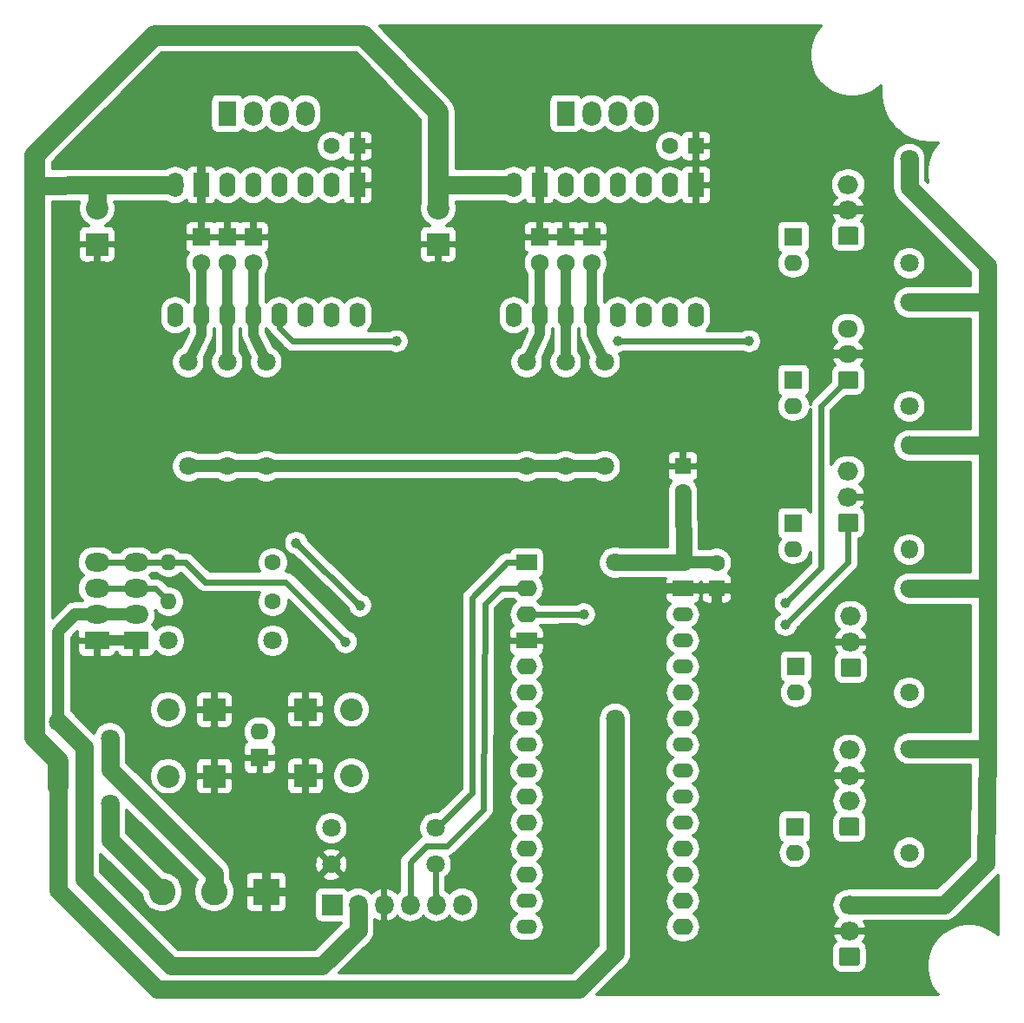
<source format=gbr>
G04 #@! TF.GenerationSoftware,KiCad,Pcbnew,(5.1.5)-3*
G04 #@! TF.CreationDate,2021-02-07T21:58:35+01:00*
G04 #@! TF.ProjectId,power-board,706f7765-722d-4626-9f61-72642e6b6963,rev?*
G04 #@! TF.SameCoordinates,Original*
G04 #@! TF.FileFunction,Copper,L2,Bot*
G04 #@! TF.FilePolarity,Positive*
%FSLAX46Y46*%
G04 Gerber Fmt 4.6, Leading zero omitted, Abs format (unit mm)*
G04 Created by KiCad (PCBNEW (5.1.5)-3) date 2021-02-07 21:58:35*
%MOMM*%
%LPD*%
G04 APERTURE LIST*
%ADD10O,2.000000X1.800000*%
%ADD11C,0.100000*%
%ADD12O,2.400000X1.800000*%
%ADD13R,2.400000X1.800000*%
%ADD14C,1.800000*%
%ADD15O,1.800000X2.000000*%
%ADD16R,2.000000X2.000000*%
%ADD17O,2.000000X1.600000*%
%ADD18O,2.000000X1.400000*%
%ADD19R,2.000000X1.600000*%
%ADD20O,1.800000X1.600000*%
%ADD21R,1.800000X1.800000*%
%ADD22C,1.600000*%
%ADD23R,1.600000X1.600000*%
%ADD24O,1.600000X1.600000*%
%ADD25O,1.800000X1.800000*%
%ADD26R,2.200000X2.200000*%
%ADD27C,2.200000*%
%ADD28O,1.950000X1.700000*%
%ADD29O,1.800000X2.400000*%
%ADD30R,1.800000X2.400000*%
%ADD31C,1.750000*%
%ADD32R,1.750000X1.750000*%
%ADD33C,2.600000*%
%ADD34R,2.600000X2.600000*%
%ADD35R,1.600000X2.400000*%
%ADD36O,1.600000X2.400000*%
%ADD37C,0.800000*%
%ADD38C,1.000000*%
%ADD39C,1.000000*%
%ADD40C,1.800000*%
%ADD41C,2.000000*%
%ADD42C,1.600000*%
%ADD43C,1.200000*%
%ADD44C,0.600000*%
%ADD45C,0.300000*%
G04 APERTURE END LIST*
D10*
X182626000Y-119881000D03*
X182626000Y-122381000D03*
X182626000Y-124881000D03*
G04 #@! TA.AperFunction,ComponentPad*
D11*
G36*
X183362335Y-126482274D02*
G01*
X183388021Y-126486084D01*
X183413209Y-126492394D01*
X183437658Y-126501141D01*
X183461132Y-126512244D01*
X183483404Y-126525593D01*
X183504260Y-126541061D01*
X183523500Y-126558500D01*
X183540939Y-126577740D01*
X183556407Y-126598596D01*
X183569756Y-126620868D01*
X183580859Y-126644342D01*
X183589606Y-126668791D01*
X183595916Y-126693979D01*
X183599726Y-126719665D01*
X183601000Y-126745600D01*
X183601000Y-128016400D01*
X183599726Y-128042335D01*
X183595916Y-128068021D01*
X183589606Y-128093209D01*
X183580859Y-128117658D01*
X183569756Y-128141132D01*
X183556407Y-128163404D01*
X183540939Y-128184260D01*
X183523500Y-128203500D01*
X183504260Y-128220939D01*
X183483404Y-128236407D01*
X183461132Y-128249756D01*
X183437658Y-128260859D01*
X183413209Y-128269606D01*
X183388021Y-128275916D01*
X183362335Y-128279726D01*
X183336400Y-128281000D01*
X181915600Y-128281000D01*
X181889665Y-128279726D01*
X181863979Y-128275916D01*
X181838791Y-128269606D01*
X181814342Y-128260859D01*
X181790868Y-128249756D01*
X181768596Y-128236407D01*
X181747740Y-128220939D01*
X181728500Y-128203500D01*
X181711061Y-128184260D01*
X181695593Y-128163404D01*
X181682244Y-128141132D01*
X181671141Y-128117658D01*
X181662394Y-128093209D01*
X181656084Y-128068021D01*
X181652274Y-128042335D01*
X181651000Y-128016400D01*
X181651000Y-126745600D01*
X181652274Y-126719665D01*
X181656084Y-126693979D01*
X181662394Y-126668791D01*
X181671141Y-126644342D01*
X181682244Y-126620868D01*
X181695593Y-126598596D01*
X181711061Y-126577740D01*
X181728500Y-126558500D01*
X181747740Y-126541061D01*
X181768596Y-126525593D01*
X181790868Y-126512244D01*
X181814342Y-126501141D01*
X181838791Y-126492394D01*
X181863979Y-126486084D01*
X181889665Y-126482274D01*
X181915600Y-126481000D01*
X183336400Y-126481000D01*
X183362335Y-126482274D01*
G37*
G04 #@! TD.AperFunction*
D12*
X113030000Y-101600000D03*
X113030000Y-104140000D03*
X113030000Y-106680000D03*
D13*
X113030000Y-109220000D03*
D14*
X142240000Y-131064000D03*
X132080000Y-131064000D03*
X142240000Y-127508000D03*
X132080000Y-127508000D03*
D15*
X144843500Y-135001000D03*
X142303500Y-135001000D03*
X139763500Y-135001000D03*
X137223500Y-135001000D03*
X134683500Y-135001000D03*
D16*
X132143500Y-135001000D03*
D14*
X159766000Y-116840000D03*
X159766000Y-101600000D03*
D17*
X166370000Y-137160000D03*
D18*
X151130000Y-137160000D03*
D17*
X166370000Y-101600000D03*
D18*
X151130000Y-134620000D03*
D19*
X166370000Y-104140000D03*
D17*
X151130000Y-132080000D03*
D18*
X166370000Y-106680000D03*
D17*
X151130000Y-129540000D03*
D18*
X166370000Y-109220000D03*
D17*
X151130000Y-127000000D03*
D18*
X166370000Y-111760000D03*
D17*
X151130000Y-124460000D03*
X166370000Y-114300000D03*
D18*
X151130000Y-121920000D03*
D17*
X166370000Y-116840000D03*
D18*
X151130000Y-119380000D03*
X166370000Y-119380000D03*
X151130000Y-116840000D03*
X166370000Y-121920000D03*
D17*
X151130000Y-114300000D03*
D18*
X166370000Y-124460000D03*
D17*
X151130000Y-111760000D03*
D18*
X166370000Y-127000000D03*
D19*
X151130000Y-109220000D03*
D17*
X166370000Y-129540000D03*
X151130000Y-106680000D03*
X166370000Y-132080000D03*
X151130000Y-104140000D03*
X166370000Y-134620000D03*
D19*
X151130000Y-101600000D03*
D14*
X116205000Y-109220000D03*
X126365000Y-109220000D03*
D20*
X125095000Y-118110000D03*
D21*
X125095000Y-120650000D03*
D20*
X177165000Y-100330000D03*
D21*
X177165000Y-97790000D03*
D20*
X177165000Y-86360000D03*
D21*
X177165000Y-83820000D03*
D20*
X177419000Y-114300000D03*
D21*
X177419000Y-111760000D03*
D20*
X177165000Y-72390000D03*
D21*
X177165000Y-69850000D03*
D20*
X177292000Y-129921000D03*
D21*
X177292000Y-127381000D03*
D22*
X169672000Y-101640000D03*
D23*
X169672000Y-104140000D03*
D14*
X110490000Y-118745000D03*
X105390000Y-117145000D03*
X110490000Y-125095000D03*
X105390000Y-123495000D03*
X188468000Y-119761000D03*
X188468000Y-129921000D03*
D10*
X182499000Y-92710000D03*
X182499000Y-95210000D03*
G04 #@! TA.AperFunction,ComponentPad*
D11*
G36*
X183260335Y-96811274D02*
G01*
X183286021Y-96815084D01*
X183311209Y-96821394D01*
X183335658Y-96830141D01*
X183359132Y-96841244D01*
X183381404Y-96854593D01*
X183402260Y-96870061D01*
X183421500Y-96887500D01*
X183438939Y-96906740D01*
X183454407Y-96927596D01*
X183467756Y-96949868D01*
X183478859Y-96973342D01*
X183487606Y-96997791D01*
X183493916Y-97022979D01*
X183497726Y-97048665D01*
X183499000Y-97074600D01*
X183499000Y-98345400D01*
X183497726Y-98371335D01*
X183493916Y-98397021D01*
X183487606Y-98422209D01*
X183478859Y-98446658D01*
X183467756Y-98470132D01*
X183454407Y-98492404D01*
X183438939Y-98513260D01*
X183421500Y-98532500D01*
X183402260Y-98549939D01*
X183381404Y-98565407D01*
X183359132Y-98578756D01*
X183335658Y-98589859D01*
X183311209Y-98598606D01*
X183286021Y-98604916D01*
X183260335Y-98608726D01*
X183234400Y-98610000D01*
X181763600Y-98610000D01*
X181737665Y-98608726D01*
X181711979Y-98604916D01*
X181686791Y-98598606D01*
X181662342Y-98589859D01*
X181638868Y-98578756D01*
X181616596Y-98565407D01*
X181595740Y-98549939D01*
X181576500Y-98532500D01*
X181559061Y-98513260D01*
X181543593Y-98492404D01*
X181530244Y-98470132D01*
X181519141Y-98446658D01*
X181510394Y-98422209D01*
X181504084Y-98397021D01*
X181500274Y-98371335D01*
X181499000Y-98345400D01*
X181499000Y-97074600D01*
X181500274Y-97048665D01*
X181504084Y-97022979D01*
X181510394Y-96997791D01*
X181519141Y-96973342D01*
X181530244Y-96949868D01*
X181543593Y-96927596D01*
X181559061Y-96906740D01*
X181576500Y-96887500D01*
X181595740Y-96870061D01*
X181616596Y-96854593D01*
X181638868Y-96841244D01*
X181662342Y-96830141D01*
X181686791Y-96821394D01*
X181711979Y-96815084D01*
X181737665Y-96811274D01*
X181763600Y-96810000D01*
X183234400Y-96810000D01*
X183260335Y-96811274D01*
G37*
G04 #@! TD.AperFunction*
D24*
X116205000Y-105410000D03*
D22*
X126365000Y-105410000D03*
D24*
X116205000Y-101600000D03*
D22*
X126365000Y-101600000D03*
D25*
X188468000Y-90170000D03*
X188468000Y-100330000D03*
D14*
X188468000Y-76200000D03*
X188468000Y-86360000D03*
X188468000Y-104140000D03*
X188468000Y-114300000D03*
X188468000Y-62230000D03*
X188468000Y-72390000D03*
D26*
X129540000Y-115928000D03*
D27*
X134040000Y-115928000D03*
D26*
X129540000Y-122428000D03*
D27*
X134040000Y-122428000D03*
X116150000Y-115951000D03*
D26*
X120650000Y-115951000D03*
D27*
X116150000Y-122451000D03*
D26*
X120650000Y-122451000D03*
D23*
X166370000Y-92202000D03*
D22*
X166370000Y-94702000D03*
D12*
X109220000Y-101600000D03*
X109220000Y-104140000D03*
X109220000Y-106680000D03*
D13*
X109220000Y-109220000D03*
D10*
X182626000Y-135041000D03*
X182626000Y-137541000D03*
G04 #@! TA.AperFunction,ComponentPad*
D11*
G36*
X183387335Y-139142274D02*
G01*
X183413021Y-139146084D01*
X183438209Y-139152394D01*
X183462658Y-139161141D01*
X183486132Y-139172244D01*
X183508404Y-139185593D01*
X183529260Y-139201061D01*
X183548500Y-139218500D01*
X183565939Y-139237740D01*
X183581407Y-139258596D01*
X183594756Y-139280868D01*
X183605859Y-139304342D01*
X183614606Y-139328791D01*
X183620916Y-139353979D01*
X183624726Y-139379665D01*
X183626000Y-139405600D01*
X183626000Y-140676400D01*
X183624726Y-140702335D01*
X183620916Y-140728021D01*
X183614606Y-140753209D01*
X183605859Y-140777658D01*
X183594756Y-140801132D01*
X183581407Y-140823404D01*
X183565939Y-140844260D01*
X183548500Y-140863500D01*
X183529260Y-140880939D01*
X183508404Y-140896407D01*
X183486132Y-140909756D01*
X183462658Y-140920859D01*
X183438209Y-140929606D01*
X183413021Y-140935916D01*
X183387335Y-140939726D01*
X183361400Y-140941000D01*
X181890600Y-140941000D01*
X181864665Y-140939726D01*
X181838979Y-140935916D01*
X181813791Y-140929606D01*
X181789342Y-140920859D01*
X181765868Y-140909756D01*
X181743596Y-140896407D01*
X181722740Y-140880939D01*
X181703500Y-140863500D01*
X181686061Y-140844260D01*
X181670593Y-140823404D01*
X181657244Y-140801132D01*
X181646141Y-140777658D01*
X181637394Y-140753209D01*
X181631084Y-140728021D01*
X181627274Y-140702335D01*
X181626000Y-140676400D01*
X181626000Y-139405600D01*
X181627274Y-139379665D01*
X181631084Y-139353979D01*
X181637394Y-139328791D01*
X181646141Y-139304342D01*
X181657244Y-139280868D01*
X181670593Y-139258596D01*
X181686061Y-139237740D01*
X181703500Y-139218500D01*
X181722740Y-139201061D01*
X181743596Y-139185593D01*
X181765868Y-139172244D01*
X181789342Y-139161141D01*
X181813791Y-139152394D01*
X181838979Y-139146084D01*
X181864665Y-139142274D01*
X181890600Y-139141000D01*
X183361400Y-139141000D01*
X183387335Y-139142274D01*
G37*
G04 #@! TD.AperFunction*
D10*
X182753000Y-106847000D03*
X182753000Y-109347000D03*
G04 #@! TA.AperFunction,ComponentPad*
D11*
G36*
X183514335Y-110948274D02*
G01*
X183540021Y-110952084D01*
X183565209Y-110958394D01*
X183589658Y-110967141D01*
X183613132Y-110978244D01*
X183635404Y-110991593D01*
X183656260Y-111007061D01*
X183675500Y-111024500D01*
X183692939Y-111043740D01*
X183708407Y-111064596D01*
X183721756Y-111086868D01*
X183732859Y-111110342D01*
X183741606Y-111134791D01*
X183747916Y-111159979D01*
X183751726Y-111185665D01*
X183753000Y-111211600D01*
X183753000Y-112482400D01*
X183751726Y-112508335D01*
X183747916Y-112534021D01*
X183741606Y-112559209D01*
X183732859Y-112583658D01*
X183721756Y-112607132D01*
X183708407Y-112629404D01*
X183692939Y-112650260D01*
X183675500Y-112669500D01*
X183656260Y-112686939D01*
X183635404Y-112702407D01*
X183613132Y-112715756D01*
X183589658Y-112726859D01*
X183565209Y-112735606D01*
X183540021Y-112741916D01*
X183514335Y-112745726D01*
X183488400Y-112747000D01*
X182017600Y-112747000D01*
X181991665Y-112745726D01*
X181965979Y-112741916D01*
X181940791Y-112735606D01*
X181916342Y-112726859D01*
X181892868Y-112715756D01*
X181870596Y-112702407D01*
X181849740Y-112686939D01*
X181830500Y-112669500D01*
X181813061Y-112650260D01*
X181797593Y-112629404D01*
X181784244Y-112607132D01*
X181773141Y-112583658D01*
X181764394Y-112559209D01*
X181758084Y-112534021D01*
X181754274Y-112508335D01*
X181753000Y-112482400D01*
X181753000Y-111211600D01*
X181754274Y-111185665D01*
X181758084Y-111159979D01*
X181764394Y-111134791D01*
X181773141Y-111110342D01*
X181784244Y-111086868D01*
X181797593Y-111064596D01*
X181813061Y-111043740D01*
X181830500Y-111024500D01*
X181849740Y-111007061D01*
X181870596Y-110991593D01*
X181892868Y-110978244D01*
X181916342Y-110967141D01*
X181940791Y-110958394D01*
X181965979Y-110952084D01*
X181991665Y-110948274D01*
X182017600Y-110947000D01*
X183488400Y-110947000D01*
X183514335Y-110948274D01*
G37*
G04 #@! TD.AperFunction*
D28*
X182499000Y-78780000D03*
X182499000Y-81280000D03*
G04 #@! TA.AperFunction,ComponentPad*
D11*
G36*
X183248504Y-82931204D02*
G01*
X183272773Y-82934804D01*
X183296571Y-82940765D01*
X183319671Y-82949030D01*
X183341849Y-82959520D01*
X183362893Y-82972133D01*
X183382598Y-82986747D01*
X183400777Y-83003223D01*
X183417253Y-83021402D01*
X183431867Y-83041107D01*
X183444480Y-83062151D01*
X183454970Y-83084329D01*
X183463235Y-83107429D01*
X183469196Y-83131227D01*
X183472796Y-83155496D01*
X183474000Y-83180000D01*
X183474000Y-84380000D01*
X183472796Y-84404504D01*
X183469196Y-84428773D01*
X183463235Y-84452571D01*
X183454970Y-84475671D01*
X183444480Y-84497849D01*
X183431867Y-84518893D01*
X183417253Y-84538598D01*
X183400777Y-84556777D01*
X183382598Y-84573253D01*
X183362893Y-84587867D01*
X183341849Y-84600480D01*
X183319671Y-84610970D01*
X183296571Y-84619235D01*
X183272773Y-84625196D01*
X183248504Y-84628796D01*
X183224000Y-84630000D01*
X181774000Y-84630000D01*
X181749496Y-84628796D01*
X181725227Y-84625196D01*
X181701429Y-84619235D01*
X181678329Y-84610970D01*
X181656151Y-84600480D01*
X181635107Y-84587867D01*
X181615402Y-84573253D01*
X181597223Y-84556777D01*
X181580747Y-84538598D01*
X181566133Y-84518893D01*
X181553520Y-84497849D01*
X181543030Y-84475671D01*
X181534765Y-84452571D01*
X181528804Y-84428773D01*
X181525204Y-84404504D01*
X181524000Y-84380000D01*
X181524000Y-83180000D01*
X181525204Y-83155496D01*
X181528804Y-83131227D01*
X181534765Y-83107429D01*
X181543030Y-83084329D01*
X181553520Y-83062151D01*
X181566133Y-83041107D01*
X181580747Y-83021402D01*
X181597223Y-83003223D01*
X181615402Y-82986747D01*
X181635107Y-82972133D01*
X181656151Y-82959520D01*
X181678329Y-82949030D01*
X181701429Y-82940765D01*
X181725227Y-82934804D01*
X181749496Y-82931204D01*
X181774000Y-82930000D01*
X183224000Y-82930000D01*
X183248504Y-82931204D01*
G37*
G04 #@! TD.AperFunction*
D10*
X182499000Y-64723000D03*
X182499000Y-67223000D03*
G04 #@! TA.AperFunction,ComponentPad*
D11*
G36*
X183260335Y-68824274D02*
G01*
X183286021Y-68828084D01*
X183311209Y-68834394D01*
X183335658Y-68843141D01*
X183359132Y-68854244D01*
X183381404Y-68867593D01*
X183402260Y-68883061D01*
X183421500Y-68900500D01*
X183438939Y-68919740D01*
X183454407Y-68940596D01*
X183467756Y-68962868D01*
X183478859Y-68986342D01*
X183487606Y-69010791D01*
X183493916Y-69035979D01*
X183497726Y-69061665D01*
X183499000Y-69087600D01*
X183499000Y-70358400D01*
X183497726Y-70384335D01*
X183493916Y-70410021D01*
X183487606Y-70435209D01*
X183478859Y-70459658D01*
X183467756Y-70483132D01*
X183454407Y-70505404D01*
X183438939Y-70526260D01*
X183421500Y-70545500D01*
X183402260Y-70562939D01*
X183381404Y-70578407D01*
X183359132Y-70591756D01*
X183335658Y-70602859D01*
X183311209Y-70611606D01*
X183286021Y-70617916D01*
X183260335Y-70621726D01*
X183234400Y-70623000D01*
X181763600Y-70623000D01*
X181737665Y-70621726D01*
X181711979Y-70617916D01*
X181686791Y-70611606D01*
X181662342Y-70602859D01*
X181638868Y-70591756D01*
X181616596Y-70578407D01*
X181595740Y-70562939D01*
X181576500Y-70545500D01*
X181559061Y-70526260D01*
X181543593Y-70505404D01*
X181530244Y-70483132D01*
X181519141Y-70459658D01*
X181510394Y-70435209D01*
X181504084Y-70410021D01*
X181500274Y-70384335D01*
X181499000Y-70358400D01*
X181499000Y-69087600D01*
X181500274Y-69061665D01*
X181504084Y-69035979D01*
X181510394Y-69010791D01*
X181519141Y-68986342D01*
X181530244Y-68962868D01*
X181543593Y-68940596D01*
X181559061Y-68919740D01*
X181576500Y-68900500D01*
X181595740Y-68883061D01*
X181616596Y-68867593D01*
X181638868Y-68854244D01*
X181662342Y-68843141D01*
X181686791Y-68834394D01*
X181711979Y-68828084D01*
X181737665Y-68824274D01*
X181763600Y-68823000D01*
X183234400Y-68823000D01*
X183260335Y-68824274D01*
G37*
G04 #@! TD.AperFunction*
D14*
X158750000Y-92202000D03*
X158750000Y-82042000D03*
X154940000Y-92202000D03*
X154940000Y-82042000D03*
X151130000Y-92202000D03*
X151130000Y-82042000D03*
D23*
X134620000Y-60960000D03*
D22*
X132120000Y-60960000D03*
D14*
X125730000Y-92202000D03*
X125730000Y-82042000D03*
X121920000Y-92202000D03*
X121920000Y-82042000D03*
X118110000Y-92202000D03*
X118110000Y-82042000D03*
D29*
X162560000Y-57785000D03*
X160020000Y-57785000D03*
X157480000Y-57785000D03*
D30*
X154940000Y-57785000D03*
D31*
X119380000Y-72390000D03*
D32*
X119380000Y-69850000D03*
D31*
X121920000Y-72390000D03*
D32*
X121920000Y-69850000D03*
D31*
X124460000Y-72390000D03*
D32*
X124460000Y-69850000D03*
D26*
X109220000Y-70556000D03*
D27*
X109220000Y-67056000D03*
D29*
X129540000Y-57785000D03*
X127000000Y-57785000D03*
X124460000Y-57785000D03*
D30*
X121920000Y-57785000D03*
D23*
X167640000Y-60960000D03*
D22*
X165140000Y-60960000D03*
D26*
X142494000Y-70556000D03*
D27*
X142494000Y-67056000D03*
D31*
X152400000Y-72390000D03*
D32*
X152400000Y-69850000D03*
D31*
X154940000Y-72390000D03*
D32*
X154940000Y-69850000D03*
D31*
X157480000Y-72390000D03*
D32*
X157480000Y-69850000D03*
D33*
X115570000Y-133731000D03*
X120650000Y-133731000D03*
D34*
X125730000Y-133731000D03*
D35*
X167640000Y-64770000D03*
D36*
X149860000Y-77470000D03*
X165100000Y-64770000D03*
X152400000Y-77470000D03*
X162560000Y-64770000D03*
X154940000Y-77470000D03*
X160020000Y-64770000D03*
X157480000Y-77470000D03*
X157480000Y-64770000D03*
X160020000Y-77470000D03*
X154940000Y-64770000D03*
X162560000Y-77470000D03*
D35*
X152400000Y-64770000D03*
D36*
X165100000Y-77470000D03*
X149860000Y-64770000D03*
X167640000Y-77470000D03*
D35*
X134620000Y-64770000D03*
D36*
X116840000Y-77470000D03*
X132080000Y-64770000D03*
X119380000Y-77470000D03*
X129540000Y-64770000D03*
X121920000Y-77470000D03*
X127000000Y-64770000D03*
X124460000Y-77470000D03*
X124460000Y-64770000D03*
X127000000Y-77470000D03*
X121920000Y-64770000D03*
X129540000Y-77470000D03*
D35*
X119380000Y-64770000D03*
D36*
X132080000Y-77470000D03*
X116840000Y-64770000D03*
X134620000Y-77470000D03*
D37*
X134620000Y-53340000D03*
X116332000Y-53340000D03*
X107950000Y-62230000D03*
X155067000Y-101600000D03*
X134620000Y-72390000D03*
X129540000Y-72390000D03*
X182499000Y-60960000D03*
X182372000Y-74803000D03*
X182372000Y-88646000D03*
X151130000Y-140716000D03*
X109220000Y-88646000D03*
X138430000Y-77470000D03*
X109220000Y-95250000D03*
X129540000Y-95250000D03*
X140970000Y-109220000D03*
X182626000Y-116840000D03*
X182626000Y-132080000D03*
X129286000Y-109347000D03*
X120142000Y-109474000D03*
X115697000Y-136779000D03*
X167741600Y-72237600D03*
X123444000Y-106045000D03*
X144780000Y-62230000D03*
X161671000Y-82423000D03*
X138430000Y-82550000D03*
X147320000Y-77470000D03*
X147320000Y-82550000D03*
X138430000Y-95250000D03*
X109220000Y-82550000D03*
X147320000Y-95250000D03*
X129540000Y-82550000D03*
X162179000Y-109220000D03*
X155067000Y-109220000D03*
X192532000Y-123698000D03*
X192532000Y-109220000D03*
X192532000Y-95250000D03*
X192532000Y-81280000D03*
X129540000Y-88646000D03*
X120650000Y-136779000D03*
X192532000Y-73406000D03*
X147320000Y-53467000D03*
X161290000Y-53213000D03*
X176276000Y-120142000D03*
X176276000Y-92202000D03*
X176276000Y-77470000D03*
X138430000Y-88646000D03*
X156870400Y-138112500D03*
X163703000Y-138049000D03*
X162509200Y-72339200D03*
X163703000Y-133477000D03*
X141033500Y-140779500D03*
X137160000Y-129159000D03*
X184912000Y-102235000D03*
X184785000Y-140081000D03*
X184785000Y-137541000D03*
X173355000Y-53213000D03*
X129413000Y-53340000D03*
X154178000Y-138176000D03*
X125349000Y-127381000D03*
X111125000Y-109220000D03*
X185801000Y-135001000D03*
X184404000Y-135001000D03*
X134683500Y-138080750D03*
X134683500Y-136715500D03*
X107061000Y-106680000D03*
X111125000Y-106680000D03*
D38*
X134874000Y-105791000D03*
X128651000Y-99695000D03*
X133477000Y-109347000D03*
X176403000Y-105537000D03*
X176403002Y-107696000D03*
X160020000Y-80010000D03*
X138430000Y-80010000D03*
X172821600Y-80010000D03*
X156718000Y-106654600D03*
D39*
X166370000Y-104140000D02*
X169672000Y-104140000D01*
X109220000Y-109220000D02*
X111125000Y-109220000D01*
X111125000Y-109220000D02*
X113030000Y-109220000D01*
X119380000Y-72390000D02*
X119380000Y-77470000D01*
X119380000Y-79375000D02*
X118110000Y-82042000D01*
X119380000Y-77470000D02*
X119380000Y-79375000D01*
X121920000Y-72390000D02*
X121920000Y-77470000D01*
X121920000Y-77470000D02*
X121920000Y-82042000D01*
X124460000Y-72390000D02*
X124460000Y-77470000D01*
X124460000Y-79375000D02*
X125730000Y-82042000D01*
X124460000Y-77470000D02*
X124460000Y-79375000D01*
X152400000Y-72390000D02*
X152400000Y-77470000D01*
X152400000Y-79270000D02*
X151130000Y-82042000D01*
X152400000Y-77470000D02*
X152400000Y-79270000D01*
X154940000Y-72390000D02*
X154940000Y-77470000D01*
X154940000Y-77470000D02*
X154940000Y-82042000D01*
X157480000Y-72390000D02*
X157480000Y-77470000D01*
X157480000Y-79375000D02*
X158750000Y-82042000D01*
X157480000Y-77470000D02*
X157480000Y-79375000D01*
D40*
X109220000Y-67056000D02*
X109220000Y-64770000D01*
D41*
X142494000Y-67056000D02*
X142494000Y-64770000D01*
D40*
X116205000Y-64770000D02*
X109220000Y-64770000D01*
D42*
X116840000Y-64770000D02*
X116205000Y-64770000D01*
D40*
X149225000Y-64770000D02*
X142494000Y-64770000D01*
D42*
X148590000Y-64770000D02*
X149225000Y-64770000D01*
D40*
X109220000Y-64770000D02*
X103124000Y-64833500D01*
X105390000Y-133584000D02*
X105390000Y-123495000D01*
X156210000Y-143256000D02*
X115062000Y-143256000D01*
X159766000Y-116840000D02*
X159766000Y-139700000D01*
X115062000Y-143256000D02*
X105390000Y-133584000D01*
X159766000Y-139700000D02*
X156210000Y-143256000D01*
D41*
X105390000Y-120970360D02*
X105390000Y-123495000D01*
X103124000Y-118704360D02*
X105390000Y-120970360D01*
X142494000Y-57658000D02*
X135255000Y-50165000D01*
X142494000Y-64770000D02*
X142494000Y-57658000D01*
X135255000Y-50165000D02*
X114808000Y-50165000D01*
X114808000Y-50165000D02*
X103124000Y-61849000D01*
X103124000Y-61849000D02*
X103124000Y-118704360D01*
D43*
X158750000Y-92202000D02*
X154940000Y-92202000D01*
X154940000Y-92202000D02*
X151130000Y-92202000D01*
X151130000Y-92202000D02*
X125730000Y-92202000D01*
X125730000Y-92202000D02*
X121920000Y-92202000D01*
X121920000Y-92202000D02*
X118110000Y-92202000D01*
X105390000Y-108351000D02*
X105390000Y-117145000D01*
X109220000Y-106680000D02*
X107061000Y-106680000D01*
X107061000Y-106680000D02*
X105390000Y-108351000D01*
D40*
X196088000Y-90170000D02*
X196088000Y-76200000D01*
X196088000Y-118110000D02*
X196088000Y-104140000D01*
X196088000Y-104140000D02*
X196088000Y-90170000D01*
X134683500Y-137477500D02*
X134683500Y-135001000D01*
X116459000Y-140970000D02*
X131191000Y-140970000D01*
X105461000Y-117145000D02*
X107950000Y-119634000D01*
X107950000Y-119634000D02*
X107950000Y-132461000D01*
X107950000Y-132461000D02*
X116459000Y-140970000D01*
X131191000Y-140970000D02*
X134683500Y-137477500D01*
X188468000Y-104140000D02*
X196088000Y-104140000D01*
X188468000Y-90170000D02*
X196088000Y-90170000D01*
X188468000Y-76200000D02*
X196088000Y-76200000D01*
X188468000Y-64770000D02*
X188468000Y-62230000D01*
X188468000Y-65024000D02*
X188468000Y-64770000D01*
X196088000Y-76200000D02*
X196088000Y-72644000D01*
X196088000Y-72644000D02*
X188468000Y-65024000D01*
X188468000Y-119761000D02*
X196088000Y-119761000D01*
X196088000Y-119761000D02*
X196088000Y-118110000D01*
X191897000Y-135001000D02*
X195935600Y-130962400D01*
X195935600Y-130962400D02*
X196088000Y-119761000D01*
X182626000Y-135041000D02*
X182666000Y-135001000D01*
X182666000Y-135001000D02*
X184404000Y-135001000D01*
X185801000Y-135001000D02*
X191897000Y-135001000D01*
X184404000Y-135001000D02*
X185801000Y-135001000D01*
D43*
X109220000Y-106680000D02*
X111125000Y-106680000D01*
X111125000Y-106680000D02*
X113030000Y-106680000D01*
D40*
X110490000Y-128651000D02*
X110490000Y-125095000D01*
X115570000Y-133731000D02*
X110490000Y-128651000D01*
X110490000Y-118745000D02*
X110490000Y-121793000D01*
X120650000Y-131953000D02*
X120650000Y-133731000D01*
X110490000Y-121793000D02*
X120650000Y-131953000D01*
D44*
X148590000Y-104140000D02*
X151130000Y-104140000D01*
X146939000Y-125222000D02*
X147066000Y-105664000D01*
X147066000Y-105664000D02*
X148590000Y-104140000D01*
X139763500Y-130848100D02*
X141325600Y-129286000D01*
X146939000Y-125666500D02*
X146939000Y-125222000D01*
X139763500Y-135001000D02*
X139763500Y-130848100D01*
X141325600Y-129286000D02*
X143319500Y-129286000D01*
X143319500Y-129286000D02*
X146939000Y-125666500D01*
X145796000Y-124079000D02*
X145796000Y-105029000D01*
X145796000Y-105029000D02*
X149225000Y-101600000D01*
X142240000Y-127508000D02*
X142367000Y-127508000D01*
X149225000Y-101600000D02*
X151130000Y-101600000D01*
X142367000Y-127508000D02*
X145796000Y-124079000D01*
X134874000Y-105791000D02*
X128651000Y-99695000D01*
X114935000Y-104140000D02*
X116205000Y-105410000D01*
X109220000Y-104140000D02*
X114935000Y-104140000D01*
X113030000Y-101600000D02*
X109220000Y-101600000D01*
X113030000Y-101600000D02*
X116205000Y-101600000D01*
X127635000Y-103505000D02*
X133477000Y-109347000D01*
X116205000Y-101600000D02*
X117856000Y-101600000D01*
X119761000Y-103505000D02*
X127635000Y-103505000D01*
X117856000Y-101600000D02*
X119761000Y-103505000D01*
X176403000Y-105537000D02*
X176339500Y-105600500D01*
X179832000Y-102108000D02*
X176403000Y-105537000D01*
X179832000Y-86360000D02*
X179832000Y-102108000D01*
X182499000Y-83780000D02*
X182412000Y-83780000D01*
X182412000Y-83780000D02*
X179832000Y-86360000D01*
X176903001Y-107196001D02*
X176403002Y-107696000D01*
X182499000Y-97710000D02*
X182499000Y-101600002D01*
X182499000Y-101600002D02*
X176903001Y-107196001D01*
X160020000Y-80010000D02*
X160020000Y-80010000D01*
X128270000Y-80010000D02*
X138430000Y-80010000D01*
X127000000Y-77470000D02*
X127000000Y-78740000D01*
X127000000Y-78740000D02*
X128270000Y-80010000D01*
X160020000Y-80010000D02*
X172669200Y-80010000D01*
X172669200Y-80010000D02*
X172821600Y-80010000D01*
X151130000Y-106680000D02*
X156718000Y-106654600D01*
D42*
X166370000Y-94702000D02*
X166420800Y-101549200D01*
D44*
X169632000Y-101600000D02*
X169672000Y-101560000D01*
D43*
X166370000Y-101600000D02*
X169632000Y-101600000D01*
D42*
X166370000Y-101600000D02*
X159766000Y-101600000D01*
D44*
X142240000Y-133985000D02*
X142240000Y-131064000D01*
X142303500Y-135001000D02*
X142303500Y-134048500D01*
X142303500Y-134048500D02*
X142240000Y-133985000D01*
D45*
G36*
X179656485Y-49424529D02*
G01*
X179202318Y-50104238D01*
X178889482Y-50859490D01*
X178730000Y-51661261D01*
X178730000Y-52478739D01*
X178889482Y-53280510D01*
X179202318Y-54035762D01*
X179656485Y-54715471D01*
X180234529Y-55293515D01*
X180914238Y-55747682D01*
X181669490Y-56060518D01*
X182471261Y-56220000D01*
X183288739Y-56220000D01*
X184090510Y-56060518D01*
X184845762Y-55747682D01*
X185525471Y-55293515D01*
X185690001Y-55128985D01*
X185690001Y-55929120D01*
X185694374Y-55973515D01*
X185694208Y-55997231D01*
X185695571Y-56011127D01*
X185773296Y-56750635D01*
X185791513Y-56839380D01*
X185808504Y-56928449D01*
X185812540Y-56941815D01*
X186032423Y-57652142D01*
X186067530Y-57735658D01*
X186101497Y-57819731D01*
X186108053Y-57832059D01*
X186461718Y-58486149D01*
X186512393Y-58561278D01*
X186562029Y-58637129D01*
X186570854Y-58647949D01*
X187044831Y-59220889D01*
X187109120Y-59284731D01*
X187172556Y-59349510D01*
X187183309Y-59358404D01*
X187183314Y-59358409D01*
X187183316Y-59358410D01*
X187759549Y-59828374D01*
X187834989Y-59878497D01*
X187909825Y-59929738D01*
X187922107Y-59936378D01*
X188578651Y-60285468D01*
X188662432Y-60320000D01*
X188745752Y-60355711D01*
X188759084Y-60359837D01*
X188759091Y-60359840D01*
X188759098Y-60359841D01*
X189470935Y-60574759D01*
X189559837Y-60592362D01*
X189648498Y-60611207D01*
X189662384Y-60612666D01*
X190402417Y-60685227D01*
X190402420Y-60685227D01*
X190450880Y-60690000D01*
X191251014Y-60690000D01*
X191086485Y-60854529D01*
X190632318Y-61534238D01*
X190319482Y-62289490D01*
X190160000Y-63091261D01*
X190160000Y-63908739D01*
X190277648Y-64500197D01*
X190118000Y-64340549D01*
X190118000Y-62067489D01*
X190102108Y-61987592D01*
X190094125Y-61906544D01*
X190070485Y-61828611D01*
X190054592Y-61748713D01*
X190023419Y-61673455D01*
X189999777Y-61595517D01*
X189961383Y-61523687D01*
X189930211Y-61448432D01*
X189884954Y-61380700D01*
X189846562Y-61308874D01*
X189794898Y-61245921D01*
X189749639Y-61178186D01*
X189692035Y-61120582D01*
X189640371Y-61057629D01*
X189577418Y-61005965D01*
X189519814Y-60948361D01*
X189452079Y-60903102D01*
X189389126Y-60851438D01*
X189317300Y-60813046D01*
X189249568Y-60767789D01*
X189174313Y-60736617D01*
X189102483Y-60698223D01*
X189024545Y-60674581D01*
X188949287Y-60643408D01*
X188869389Y-60627515D01*
X188791456Y-60603875D01*
X188710408Y-60595892D01*
X188630511Y-60580000D01*
X188549052Y-60580000D01*
X188468000Y-60572017D01*
X188386948Y-60580000D01*
X188305489Y-60580000D01*
X188225591Y-60595893D01*
X188144545Y-60603875D01*
X188066614Y-60627515D01*
X187986713Y-60643408D01*
X187911452Y-60674582D01*
X187833518Y-60698223D01*
X187761691Y-60736615D01*
X187686432Y-60767789D01*
X187618696Y-60813049D01*
X187546875Y-60851438D01*
X187483926Y-60903098D01*
X187416186Y-60948361D01*
X187358578Y-61005969D01*
X187295630Y-61057629D01*
X187243970Y-61120577D01*
X187186361Y-61178186D01*
X187141098Y-61245928D01*
X187089439Y-61308874D01*
X187051051Y-61380693D01*
X187005789Y-61448432D01*
X186974614Y-61523695D01*
X186936224Y-61595517D01*
X186912585Y-61673446D01*
X186881408Y-61748713D01*
X186865513Y-61828621D01*
X186841876Y-61906544D01*
X186833894Y-61987582D01*
X186818000Y-62067489D01*
X186818000Y-62392511D01*
X186818001Y-62392516D01*
X186818000Y-64688947D01*
X186818000Y-64942958D01*
X186810018Y-65024000D01*
X186818000Y-65105042D01*
X186818000Y-65105051D01*
X186841875Y-65347455D01*
X186936223Y-65658482D01*
X187089438Y-65945125D01*
X187295629Y-66196371D01*
X187358593Y-66248044D01*
X194438001Y-73327454D01*
X194438000Y-74550000D01*
X188305489Y-74550000D01*
X188225592Y-74565892D01*
X188144544Y-74573875D01*
X188066611Y-74597515D01*
X187986713Y-74613408D01*
X187911455Y-74644581D01*
X187833517Y-74668223D01*
X187761687Y-74706617D01*
X187686432Y-74737789D01*
X187618700Y-74783046D01*
X187546874Y-74821438D01*
X187483921Y-74873102D01*
X187416186Y-74918361D01*
X187358582Y-74975965D01*
X187295629Y-75027629D01*
X187243965Y-75090582D01*
X187186361Y-75148186D01*
X187141102Y-75215921D01*
X187089438Y-75278874D01*
X187051046Y-75350700D01*
X187005789Y-75418432D01*
X186974617Y-75493687D01*
X186936223Y-75565517D01*
X186912581Y-75643455D01*
X186881408Y-75718713D01*
X186865515Y-75798611D01*
X186841875Y-75876544D01*
X186833892Y-75957592D01*
X186818000Y-76037489D01*
X186818000Y-76118948D01*
X186810017Y-76200000D01*
X186818000Y-76281051D01*
X186818000Y-76362511D01*
X186833892Y-76442408D01*
X186841875Y-76523456D01*
X186865515Y-76601389D01*
X186881408Y-76681287D01*
X186912581Y-76756545D01*
X186936223Y-76834483D01*
X186974617Y-76906313D01*
X187005789Y-76981568D01*
X187051046Y-77049300D01*
X187089438Y-77121126D01*
X187141102Y-77184079D01*
X187186361Y-77251814D01*
X187243965Y-77309418D01*
X187295629Y-77372371D01*
X187358582Y-77424035D01*
X187416186Y-77481639D01*
X187483921Y-77526898D01*
X187546874Y-77578562D01*
X187618700Y-77616954D01*
X187686432Y-77662211D01*
X187761687Y-77693383D01*
X187833517Y-77731777D01*
X187911455Y-77755419D01*
X187986713Y-77786592D01*
X188066611Y-77802485D01*
X188144544Y-77826125D01*
X188225592Y-77834108D01*
X188305489Y-77850000D01*
X194438001Y-77850000D01*
X194438000Y-88520000D01*
X188305489Y-88520000D01*
X188225592Y-88535892D01*
X188144544Y-88543875D01*
X188066611Y-88567515D01*
X187986713Y-88583408D01*
X187911455Y-88614581D01*
X187833517Y-88638223D01*
X187761687Y-88676617D01*
X187686432Y-88707789D01*
X187618700Y-88753046D01*
X187546874Y-88791438D01*
X187483921Y-88843102D01*
X187416186Y-88888361D01*
X187358582Y-88945965D01*
X187295629Y-88997629D01*
X187243965Y-89060582D01*
X187186361Y-89118186D01*
X187141102Y-89185921D01*
X187089438Y-89248874D01*
X187051046Y-89320700D01*
X187005789Y-89388432D01*
X186974617Y-89463687D01*
X186936223Y-89535517D01*
X186912581Y-89613455D01*
X186881408Y-89688713D01*
X186865515Y-89768611D01*
X186841875Y-89846544D01*
X186833892Y-89927592D01*
X186818000Y-90007489D01*
X186818000Y-90088948D01*
X186810017Y-90170000D01*
X186818000Y-90251051D01*
X186818000Y-90332511D01*
X186833892Y-90412408D01*
X186841875Y-90493456D01*
X186865515Y-90571389D01*
X186881408Y-90651287D01*
X186912581Y-90726545D01*
X186936223Y-90804483D01*
X186974617Y-90876313D01*
X187005789Y-90951568D01*
X187051046Y-91019300D01*
X187089438Y-91091126D01*
X187141102Y-91154079D01*
X187186361Y-91221814D01*
X187243965Y-91279418D01*
X187295629Y-91342371D01*
X187358582Y-91394035D01*
X187416186Y-91451639D01*
X187483921Y-91496898D01*
X187546874Y-91548562D01*
X187618700Y-91586954D01*
X187686432Y-91632211D01*
X187761687Y-91663383D01*
X187833517Y-91701777D01*
X187911455Y-91725419D01*
X187986713Y-91756592D01*
X188066611Y-91772485D01*
X188144544Y-91796125D01*
X188225592Y-91804108D01*
X188305489Y-91820000D01*
X194438001Y-91820000D01*
X194438000Y-102490000D01*
X188305489Y-102490000D01*
X188225592Y-102505892D01*
X188144544Y-102513875D01*
X188066611Y-102537515D01*
X187986713Y-102553408D01*
X187911455Y-102584581D01*
X187833517Y-102608223D01*
X187761687Y-102646617D01*
X187686432Y-102677789D01*
X187618700Y-102723046D01*
X187546874Y-102761438D01*
X187483921Y-102813102D01*
X187416186Y-102858361D01*
X187358582Y-102915965D01*
X187295629Y-102967629D01*
X187243965Y-103030582D01*
X187186361Y-103088186D01*
X187141102Y-103155921D01*
X187089438Y-103218874D01*
X187051046Y-103290700D01*
X187005789Y-103358432D01*
X186974617Y-103433687D01*
X186936223Y-103505517D01*
X186912581Y-103583455D01*
X186881408Y-103658713D01*
X186865515Y-103738611D01*
X186841875Y-103816544D01*
X186833892Y-103897592D01*
X186818000Y-103977489D01*
X186818000Y-104058948D01*
X186810017Y-104140000D01*
X186818000Y-104221051D01*
X186818000Y-104302511D01*
X186833892Y-104382408D01*
X186841875Y-104463456D01*
X186865515Y-104541389D01*
X186881408Y-104621287D01*
X186912581Y-104696545D01*
X186936223Y-104774483D01*
X186974617Y-104846313D01*
X187005789Y-104921568D01*
X187051046Y-104989300D01*
X187089438Y-105061126D01*
X187141102Y-105124079D01*
X187186361Y-105191814D01*
X187243965Y-105249418D01*
X187295629Y-105312371D01*
X187358582Y-105364035D01*
X187416186Y-105421639D01*
X187483921Y-105466898D01*
X187546874Y-105518562D01*
X187618700Y-105556954D01*
X187686432Y-105602211D01*
X187761687Y-105633383D01*
X187833517Y-105671777D01*
X187911455Y-105695419D01*
X187986713Y-105726592D01*
X188066611Y-105742485D01*
X188144544Y-105766125D01*
X188225592Y-105774108D01*
X188305489Y-105790000D01*
X194438001Y-105790000D01*
X194438000Y-118028948D01*
X194438000Y-118111000D01*
X188305489Y-118111000D01*
X188225592Y-118126892D01*
X188144544Y-118134875D01*
X188066611Y-118158515D01*
X187986713Y-118174408D01*
X187911455Y-118205581D01*
X187833517Y-118229223D01*
X187761687Y-118267617D01*
X187686432Y-118298789D01*
X187618700Y-118344046D01*
X187546874Y-118382438D01*
X187483921Y-118434102D01*
X187416186Y-118479361D01*
X187358582Y-118536965D01*
X187295629Y-118588629D01*
X187243965Y-118651582D01*
X187186361Y-118709186D01*
X187141102Y-118776921D01*
X187089438Y-118839874D01*
X187051046Y-118911700D01*
X187005789Y-118979432D01*
X186974617Y-119054687D01*
X186936223Y-119126517D01*
X186912581Y-119204455D01*
X186881408Y-119279713D01*
X186865515Y-119359611D01*
X186841875Y-119437544D01*
X186833892Y-119518592D01*
X186818000Y-119598489D01*
X186818000Y-119679948D01*
X186810017Y-119761000D01*
X186818000Y-119842051D01*
X186818000Y-119923511D01*
X186833892Y-120003408D01*
X186841875Y-120084456D01*
X186865515Y-120162389D01*
X186881408Y-120242287D01*
X186912581Y-120317545D01*
X186936223Y-120395483D01*
X186974617Y-120467313D01*
X187005789Y-120542568D01*
X187051046Y-120610300D01*
X187089438Y-120682126D01*
X187141102Y-120745079D01*
X187186361Y-120812814D01*
X187243965Y-120870418D01*
X187295629Y-120933371D01*
X187358582Y-120985035D01*
X187416186Y-121042639D01*
X187483921Y-121087898D01*
X187546874Y-121139562D01*
X187618700Y-121177954D01*
X187686432Y-121223211D01*
X187761687Y-121254383D01*
X187833517Y-121292777D01*
X187911455Y-121316419D01*
X187986713Y-121347592D01*
X188066611Y-121363485D01*
X188144544Y-121387125D01*
X188225592Y-121395108D01*
X188305489Y-121411000D01*
X194415399Y-121411000D01*
X194294873Y-130269675D01*
X191213549Y-133351000D01*
X182747052Y-133351000D01*
X182666000Y-133343017D01*
X182584948Y-133351000D01*
X182342544Y-133374875D01*
X182214592Y-133413688D01*
X182202544Y-133414875D01*
X181891517Y-133509223D01*
X181604874Y-133662438D01*
X181353629Y-133868629D01*
X181147438Y-134119874D01*
X180994223Y-134406517D01*
X180899875Y-134717544D01*
X180868017Y-135041000D01*
X180899875Y-135364456D01*
X180994223Y-135675483D01*
X181147438Y-135962126D01*
X181353629Y-136213371D01*
X181455348Y-136296850D01*
X181370806Y-136364977D01*
X181163572Y-136612941D01*
X181008695Y-136896570D01*
X180926527Y-137135799D01*
X181071213Y-137391000D01*
X182476000Y-137391000D01*
X182476000Y-137371000D01*
X182776000Y-137371000D01*
X182776000Y-137391000D01*
X184180787Y-137391000D01*
X184325473Y-137135799D01*
X184243305Y-136896570D01*
X184109210Y-136651000D01*
X191815958Y-136651000D01*
X191897000Y-136658982D01*
X191978042Y-136651000D01*
X191978052Y-136651000D01*
X192220456Y-136627125D01*
X192531483Y-136532777D01*
X192818126Y-136379562D01*
X193069371Y-136173371D01*
X193121044Y-136110407D01*
X197037058Y-132194394D01*
X197091913Y-132150611D01*
X197120001Y-132117320D01*
X197120001Y-137911015D01*
X196955471Y-137746485D01*
X196275762Y-137292318D01*
X195520510Y-136979482D01*
X194718739Y-136820000D01*
X193901261Y-136820000D01*
X193099490Y-136979482D01*
X192344238Y-137292318D01*
X191664529Y-137746485D01*
X191086485Y-138324529D01*
X190632318Y-139004238D01*
X190319482Y-139759490D01*
X190160000Y-140561261D01*
X190160000Y-141378739D01*
X190319482Y-142180510D01*
X190632318Y-142935762D01*
X191086485Y-143615471D01*
X191251014Y-143780000D01*
X158019451Y-143780000D01*
X160875417Y-140924036D01*
X160938371Y-140872371D01*
X161015174Y-140778787D01*
X161144561Y-140621127D01*
X161144562Y-140621126D01*
X161297777Y-140334483D01*
X161392125Y-140023456D01*
X161416000Y-139781052D01*
X161416000Y-139781043D01*
X161423982Y-139700001D01*
X161416000Y-139618959D01*
X161416000Y-139405600D01*
X180872372Y-139405600D01*
X180872372Y-140676400D01*
X180891937Y-140875046D01*
X180949880Y-141066059D01*
X181043974Y-141242097D01*
X181170604Y-141396396D01*
X181324903Y-141523026D01*
X181500941Y-141617120D01*
X181691954Y-141675063D01*
X181890600Y-141694628D01*
X183361400Y-141694628D01*
X183560046Y-141675063D01*
X183751059Y-141617120D01*
X183927097Y-141523026D01*
X184081396Y-141396396D01*
X184208026Y-141242097D01*
X184302120Y-141066059D01*
X184360063Y-140875046D01*
X184379628Y-140676400D01*
X184379628Y-139405600D01*
X184360063Y-139206954D01*
X184302120Y-139015941D01*
X184208026Y-138839903D01*
X184081396Y-138685604D01*
X183978219Y-138600929D01*
X184088428Y-138469059D01*
X184243305Y-138185430D01*
X184325473Y-137946201D01*
X184180787Y-137691000D01*
X182776000Y-137691000D01*
X182776000Y-137711000D01*
X182476000Y-137711000D01*
X182476000Y-137691000D01*
X181071213Y-137691000D01*
X180926527Y-137946201D01*
X181008695Y-138185430D01*
X181163572Y-138469059D01*
X181273781Y-138600929D01*
X181170604Y-138685604D01*
X181043974Y-138839903D01*
X180949880Y-139015941D01*
X180891937Y-139206954D01*
X180872372Y-139405600D01*
X161416000Y-139405600D01*
X161416000Y-116677489D01*
X161400108Y-116597592D01*
X161392125Y-116516544D01*
X161368485Y-116438611D01*
X161352592Y-116358713D01*
X161321419Y-116283455D01*
X161297777Y-116205517D01*
X161259383Y-116133687D01*
X161228211Y-116058432D01*
X161182954Y-115990700D01*
X161144562Y-115918874D01*
X161092898Y-115855921D01*
X161047639Y-115788186D01*
X160990035Y-115730582D01*
X160938371Y-115667629D01*
X160875419Y-115615966D01*
X160817814Y-115558361D01*
X160750075Y-115513099D01*
X160687125Y-115461438D01*
X160615304Y-115423049D01*
X160547568Y-115377789D01*
X160472309Y-115346615D01*
X160400482Y-115308223D01*
X160322548Y-115284582D01*
X160247287Y-115253408D01*
X160167386Y-115237515D01*
X160089455Y-115213875D01*
X160008409Y-115205893D01*
X159928511Y-115190000D01*
X159847052Y-115190000D01*
X159766000Y-115182017D01*
X159684948Y-115190000D01*
X159603489Y-115190000D01*
X159523592Y-115205892D01*
X159442544Y-115213875D01*
X159364611Y-115237515D01*
X159284713Y-115253408D01*
X159209455Y-115284581D01*
X159131517Y-115308223D01*
X159059687Y-115346617D01*
X158984432Y-115377789D01*
X158916700Y-115423046D01*
X158844874Y-115461438D01*
X158781921Y-115513102D01*
X158714186Y-115558361D01*
X158656582Y-115615965D01*
X158593629Y-115667629D01*
X158541966Y-115730581D01*
X158484361Y-115788186D01*
X158439099Y-115855925D01*
X158387438Y-115918875D01*
X158349049Y-115990696D01*
X158303789Y-116058432D01*
X158272615Y-116133691D01*
X158234223Y-116205518D01*
X158210582Y-116283452D01*
X158179408Y-116358713D01*
X158163515Y-116438614D01*
X158139875Y-116516545D01*
X158131893Y-116597591D01*
X158116000Y-116677489D01*
X158116000Y-116758949D01*
X158116001Y-139016546D01*
X155526549Y-141606000D01*
X132888451Y-141606000D01*
X135792913Y-138701539D01*
X135855871Y-138649871D01*
X136062062Y-138398626D01*
X136215277Y-138111983D01*
X136309625Y-137800956D01*
X136333500Y-137558552D01*
X136333500Y-137558551D01*
X136341483Y-137477500D01*
X136333500Y-137396448D01*
X136333500Y-136484210D01*
X136579070Y-136618305D01*
X136818299Y-136700473D01*
X137073500Y-136555787D01*
X137073500Y-135151000D01*
X137053500Y-135151000D01*
X137053500Y-134851000D01*
X137073500Y-134851000D01*
X137073500Y-133446213D01*
X137373500Y-133446213D01*
X137373500Y-134851000D01*
X137393500Y-134851000D01*
X137393500Y-135151000D01*
X137373500Y-135151000D01*
X137373500Y-136555787D01*
X137628701Y-136700473D01*
X137867930Y-136618305D01*
X138151559Y-136463428D01*
X138399523Y-136256194D01*
X138487468Y-136147059D01*
X138591129Y-136273371D01*
X138842375Y-136479562D01*
X139129018Y-136632777D01*
X139440045Y-136727125D01*
X139763500Y-136758983D01*
X140086956Y-136727125D01*
X140397983Y-136632777D01*
X140684626Y-136479562D01*
X140935871Y-136273371D01*
X141033500Y-136154409D01*
X141131129Y-136273371D01*
X141382375Y-136479562D01*
X141669018Y-136632777D01*
X141980045Y-136727125D01*
X142303500Y-136758983D01*
X142626956Y-136727125D01*
X142937983Y-136632777D01*
X143224626Y-136479562D01*
X143475871Y-136273371D01*
X143573500Y-136154409D01*
X143671129Y-136273371D01*
X143922375Y-136479562D01*
X144209018Y-136632777D01*
X144520045Y-136727125D01*
X144843500Y-136758983D01*
X145166956Y-136727125D01*
X145477983Y-136632777D01*
X145764626Y-136479562D01*
X146015871Y-136273371D01*
X146222062Y-136022126D01*
X146375277Y-135735482D01*
X146469625Y-135424455D01*
X146493500Y-135182051D01*
X146493500Y-134819948D01*
X146469625Y-134577544D01*
X146375277Y-134266517D01*
X146222062Y-133979874D01*
X146015871Y-133728629D01*
X145764625Y-133522438D01*
X145477982Y-133369223D01*
X145166955Y-133274875D01*
X144843500Y-133243017D01*
X144520044Y-133274875D01*
X144209017Y-133369223D01*
X143922374Y-133522438D01*
X143671129Y-133728629D01*
X143573500Y-133847591D01*
X143475871Y-133728629D01*
X143290000Y-133576090D01*
X143290000Y-132346851D01*
X143291814Y-132345639D01*
X143521639Y-132115814D01*
X143702211Y-131845568D01*
X143826592Y-131545287D01*
X143890000Y-131226511D01*
X143890000Y-130901489D01*
X143826592Y-130582713D01*
X143702211Y-130282432D01*
X143693722Y-130269728D01*
X143723262Y-130260767D01*
X143905671Y-130163267D01*
X144065554Y-130032054D01*
X144098437Y-129991986D01*
X147644991Y-126445433D01*
X147685054Y-126412554D01*
X147749543Y-126333974D01*
X147816267Y-126252672D01*
X147913767Y-126070262D01*
X147932047Y-126010000D01*
X147973807Y-125872336D01*
X147989000Y-125718078D01*
X147989000Y-125718068D01*
X147994079Y-125666500D01*
X147989000Y-125614932D01*
X147989000Y-125225262D01*
X148076436Y-111760000D01*
X149372501Y-111760000D01*
X149402428Y-112063853D01*
X149491059Y-112356029D01*
X149634987Y-112625300D01*
X149828682Y-112861318D01*
X150034222Y-113030000D01*
X149828682Y-113198682D01*
X149634987Y-113434700D01*
X149491059Y-113703971D01*
X149402428Y-113996147D01*
X149372501Y-114300000D01*
X149402428Y-114603853D01*
X149491059Y-114896029D01*
X149634987Y-115165300D01*
X149828682Y-115401318D01*
X150064700Y-115595013D01*
X150073972Y-115599969D01*
X150020526Y-115628536D01*
X149799735Y-115809735D01*
X149618536Y-116030526D01*
X149483894Y-116282424D01*
X149400981Y-116555750D01*
X149372985Y-116840000D01*
X149400981Y-117124250D01*
X149483894Y-117397576D01*
X149618536Y-117649474D01*
X149799735Y-117870265D01*
X150020526Y-118051464D01*
X150130039Y-118110000D01*
X150020526Y-118168536D01*
X149799735Y-118349735D01*
X149618536Y-118570526D01*
X149483894Y-118822424D01*
X149400981Y-119095750D01*
X149372985Y-119380000D01*
X149400981Y-119664250D01*
X149483894Y-119937576D01*
X149618536Y-120189474D01*
X149799735Y-120410265D01*
X150020526Y-120591464D01*
X150130039Y-120650000D01*
X150020526Y-120708536D01*
X149799735Y-120889735D01*
X149618536Y-121110526D01*
X149483894Y-121362424D01*
X149400981Y-121635750D01*
X149372985Y-121920000D01*
X149400981Y-122204250D01*
X149483894Y-122477576D01*
X149618536Y-122729474D01*
X149799735Y-122950265D01*
X150020526Y-123131464D01*
X150073972Y-123160031D01*
X150064700Y-123164987D01*
X149828682Y-123358682D01*
X149634987Y-123594700D01*
X149491059Y-123863971D01*
X149402428Y-124156147D01*
X149372501Y-124460000D01*
X149402428Y-124763853D01*
X149491059Y-125056029D01*
X149634987Y-125325300D01*
X149828682Y-125561318D01*
X150034222Y-125730000D01*
X149828682Y-125898682D01*
X149634987Y-126134700D01*
X149491059Y-126403971D01*
X149402428Y-126696147D01*
X149372501Y-127000000D01*
X149402428Y-127303853D01*
X149491059Y-127596029D01*
X149634987Y-127865300D01*
X149828682Y-128101318D01*
X150034222Y-128270000D01*
X149828682Y-128438682D01*
X149634987Y-128674700D01*
X149491059Y-128943971D01*
X149402428Y-129236147D01*
X149372501Y-129540000D01*
X149402428Y-129843853D01*
X149491059Y-130136029D01*
X149634987Y-130405300D01*
X149828682Y-130641318D01*
X150034222Y-130810000D01*
X149828682Y-130978682D01*
X149634987Y-131214700D01*
X149491059Y-131483971D01*
X149402428Y-131776147D01*
X149372501Y-132080000D01*
X149402428Y-132383853D01*
X149491059Y-132676029D01*
X149634987Y-132945300D01*
X149828682Y-133181318D01*
X150064700Y-133375013D01*
X150073972Y-133379969D01*
X150020526Y-133408536D01*
X149799735Y-133589735D01*
X149618536Y-133810526D01*
X149483894Y-134062424D01*
X149400981Y-134335750D01*
X149372985Y-134620000D01*
X149400981Y-134904250D01*
X149483894Y-135177576D01*
X149618536Y-135429474D01*
X149799735Y-135650265D01*
X150020526Y-135831464D01*
X150130039Y-135890000D01*
X150020526Y-135948536D01*
X149799735Y-136129735D01*
X149618536Y-136350526D01*
X149483894Y-136602424D01*
X149400981Y-136875750D01*
X149372985Y-137160000D01*
X149400981Y-137444250D01*
X149483894Y-137717576D01*
X149618536Y-137969474D01*
X149799735Y-138190265D01*
X150020526Y-138371464D01*
X150272424Y-138506106D01*
X150545750Y-138589019D01*
X150758775Y-138610000D01*
X151501225Y-138610000D01*
X151714250Y-138589019D01*
X151987576Y-138506106D01*
X152239474Y-138371464D01*
X152460265Y-138190265D01*
X152641464Y-137969474D01*
X152776106Y-137717576D01*
X152859019Y-137444250D01*
X152887015Y-137160000D01*
X152859019Y-136875750D01*
X152776106Y-136602424D01*
X152641464Y-136350526D01*
X152460265Y-136129735D01*
X152239474Y-135948536D01*
X152129961Y-135890000D01*
X152239474Y-135831464D01*
X152460265Y-135650265D01*
X152641464Y-135429474D01*
X152776106Y-135177576D01*
X152859019Y-134904250D01*
X152887015Y-134620000D01*
X152859019Y-134335750D01*
X152776106Y-134062424D01*
X152641464Y-133810526D01*
X152460265Y-133589735D01*
X152239474Y-133408536D01*
X152186028Y-133379969D01*
X152195300Y-133375013D01*
X152431318Y-133181318D01*
X152625013Y-132945300D01*
X152768941Y-132676029D01*
X152857572Y-132383853D01*
X152887499Y-132080000D01*
X152857572Y-131776147D01*
X152768941Y-131483971D01*
X152625013Y-131214700D01*
X152431318Y-130978682D01*
X152225778Y-130810000D01*
X152431318Y-130641318D01*
X152625013Y-130405300D01*
X152768941Y-130136029D01*
X152857572Y-129843853D01*
X152887499Y-129540000D01*
X152857572Y-129236147D01*
X152768941Y-128943971D01*
X152625013Y-128674700D01*
X152431318Y-128438682D01*
X152225778Y-128270000D01*
X152431318Y-128101318D01*
X152625013Y-127865300D01*
X152768941Y-127596029D01*
X152857572Y-127303853D01*
X152887499Y-127000000D01*
X152857572Y-126696147D01*
X152768941Y-126403971D01*
X152625013Y-126134700D01*
X152431318Y-125898682D01*
X152225778Y-125730000D01*
X152431318Y-125561318D01*
X152625013Y-125325300D01*
X152768941Y-125056029D01*
X152857572Y-124763853D01*
X152887499Y-124460000D01*
X152857572Y-124156147D01*
X152768941Y-123863971D01*
X152625013Y-123594700D01*
X152431318Y-123358682D01*
X152195300Y-123164987D01*
X152186028Y-123160031D01*
X152239474Y-123131464D01*
X152460265Y-122950265D01*
X152641464Y-122729474D01*
X152776106Y-122477576D01*
X152859019Y-122204250D01*
X152887015Y-121920000D01*
X152859019Y-121635750D01*
X152776106Y-121362424D01*
X152641464Y-121110526D01*
X152460265Y-120889735D01*
X152239474Y-120708536D01*
X152129961Y-120650000D01*
X152239474Y-120591464D01*
X152460265Y-120410265D01*
X152641464Y-120189474D01*
X152776106Y-119937576D01*
X152859019Y-119664250D01*
X152887015Y-119380000D01*
X152859019Y-119095750D01*
X152776106Y-118822424D01*
X152641464Y-118570526D01*
X152460265Y-118349735D01*
X152239474Y-118168536D01*
X152129961Y-118110000D01*
X152239474Y-118051464D01*
X152460265Y-117870265D01*
X152641464Y-117649474D01*
X152776106Y-117397576D01*
X152859019Y-117124250D01*
X152887015Y-116840000D01*
X152859019Y-116555750D01*
X152776106Y-116282424D01*
X152641464Y-116030526D01*
X152460265Y-115809735D01*
X152239474Y-115628536D01*
X152186028Y-115599969D01*
X152195300Y-115595013D01*
X152431318Y-115401318D01*
X152625013Y-115165300D01*
X152768941Y-114896029D01*
X152857572Y-114603853D01*
X152887499Y-114300000D01*
X164612501Y-114300000D01*
X164642428Y-114603853D01*
X164731059Y-114896029D01*
X164874987Y-115165300D01*
X165068682Y-115401318D01*
X165274222Y-115570000D01*
X165068682Y-115738682D01*
X164874987Y-115974700D01*
X164731059Y-116243971D01*
X164642428Y-116536147D01*
X164612501Y-116840000D01*
X164642428Y-117143853D01*
X164731059Y-117436029D01*
X164874987Y-117705300D01*
X165068682Y-117941318D01*
X165304700Y-118135013D01*
X165313972Y-118139969D01*
X165260526Y-118168536D01*
X165039735Y-118349735D01*
X164858536Y-118570526D01*
X164723894Y-118822424D01*
X164640981Y-119095750D01*
X164612985Y-119380000D01*
X164640981Y-119664250D01*
X164723894Y-119937576D01*
X164858536Y-120189474D01*
X165039735Y-120410265D01*
X165260526Y-120591464D01*
X165370039Y-120650000D01*
X165260526Y-120708536D01*
X165039735Y-120889735D01*
X164858536Y-121110526D01*
X164723894Y-121362424D01*
X164640981Y-121635750D01*
X164612985Y-121920000D01*
X164640981Y-122204250D01*
X164723894Y-122477576D01*
X164858536Y-122729474D01*
X165039735Y-122950265D01*
X165260526Y-123131464D01*
X165370039Y-123190000D01*
X165260526Y-123248536D01*
X165039735Y-123429735D01*
X164858536Y-123650526D01*
X164723894Y-123902424D01*
X164640981Y-124175750D01*
X164612985Y-124460000D01*
X164640981Y-124744250D01*
X164723894Y-125017576D01*
X164858536Y-125269474D01*
X165039735Y-125490265D01*
X165260526Y-125671464D01*
X165370039Y-125730000D01*
X165260526Y-125788536D01*
X165039735Y-125969735D01*
X164858536Y-126190526D01*
X164723894Y-126442424D01*
X164640981Y-126715750D01*
X164612985Y-127000000D01*
X164640981Y-127284250D01*
X164723894Y-127557576D01*
X164858536Y-127809474D01*
X165039735Y-128030265D01*
X165260526Y-128211464D01*
X165313972Y-128240031D01*
X165304700Y-128244987D01*
X165068682Y-128438682D01*
X164874987Y-128674700D01*
X164731059Y-128943971D01*
X164642428Y-129236147D01*
X164612501Y-129540000D01*
X164642428Y-129843853D01*
X164731059Y-130136029D01*
X164874987Y-130405300D01*
X165068682Y-130641318D01*
X165274222Y-130810000D01*
X165068682Y-130978682D01*
X164874987Y-131214700D01*
X164731059Y-131483971D01*
X164642428Y-131776147D01*
X164612501Y-132080000D01*
X164642428Y-132383853D01*
X164731059Y-132676029D01*
X164874987Y-132945300D01*
X165068682Y-133181318D01*
X165274222Y-133350000D01*
X165068682Y-133518682D01*
X164874987Y-133754700D01*
X164731059Y-134023971D01*
X164642428Y-134316147D01*
X164612501Y-134620000D01*
X164642428Y-134923853D01*
X164731059Y-135216029D01*
X164874987Y-135485300D01*
X165068682Y-135721318D01*
X165274222Y-135890000D01*
X165068682Y-136058682D01*
X164874987Y-136294700D01*
X164731059Y-136563971D01*
X164642428Y-136856147D01*
X164612501Y-137160000D01*
X164642428Y-137463853D01*
X164731059Y-137756029D01*
X164874987Y-138025300D01*
X165068682Y-138261318D01*
X165304700Y-138455013D01*
X165573971Y-138598941D01*
X165866147Y-138687572D01*
X166093862Y-138710000D01*
X166646138Y-138710000D01*
X166873853Y-138687572D01*
X167166029Y-138598941D01*
X167435300Y-138455013D01*
X167671318Y-138261318D01*
X167865013Y-138025300D01*
X168008941Y-137756029D01*
X168097572Y-137463853D01*
X168127499Y-137160000D01*
X168097572Y-136856147D01*
X168008941Y-136563971D01*
X167865013Y-136294700D01*
X167671318Y-136058682D01*
X167465778Y-135890000D01*
X167671318Y-135721318D01*
X167865013Y-135485300D01*
X168008941Y-135216029D01*
X168097572Y-134923853D01*
X168127499Y-134620000D01*
X168097572Y-134316147D01*
X168008941Y-134023971D01*
X167865013Y-133754700D01*
X167671318Y-133518682D01*
X167465778Y-133350000D01*
X167671318Y-133181318D01*
X167865013Y-132945300D01*
X168008941Y-132676029D01*
X168097572Y-132383853D01*
X168127499Y-132080000D01*
X168097572Y-131776147D01*
X168008941Y-131483971D01*
X167865013Y-131214700D01*
X167671318Y-130978682D01*
X167465778Y-130810000D01*
X167671318Y-130641318D01*
X167865013Y-130405300D01*
X168008941Y-130136029D01*
X168074169Y-129921000D01*
X175634501Y-129921000D01*
X175664428Y-130224853D01*
X175753059Y-130517029D01*
X175896987Y-130786300D01*
X176090682Y-131022318D01*
X176326700Y-131216013D01*
X176595971Y-131359941D01*
X176888147Y-131448572D01*
X177115862Y-131471000D01*
X177468138Y-131471000D01*
X177695853Y-131448572D01*
X177988029Y-131359941D01*
X178257300Y-131216013D01*
X178493318Y-131022318D01*
X178687013Y-130786300D01*
X178830941Y-130517029D01*
X178919572Y-130224853D01*
X178949499Y-129921000D01*
X178933494Y-129758489D01*
X186818000Y-129758489D01*
X186818000Y-130083511D01*
X186881408Y-130402287D01*
X187005789Y-130702568D01*
X187186361Y-130972814D01*
X187416186Y-131202639D01*
X187686432Y-131383211D01*
X187986713Y-131507592D01*
X188305489Y-131571000D01*
X188630511Y-131571000D01*
X188949287Y-131507592D01*
X189249568Y-131383211D01*
X189519814Y-131202639D01*
X189749639Y-130972814D01*
X189930211Y-130702568D01*
X190054592Y-130402287D01*
X190118000Y-130083511D01*
X190118000Y-129758489D01*
X190054592Y-129439713D01*
X189930211Y-129139432D01*
X189749639Y-128869186D01*
X189519814Y-128639361D01*
X189249568Y-128458789D01*
X188949287Y-128334408D01*
X188630511Y-128271000D01*
X188305489Y-128271000D01*
X187986713Y-128334408D01*
X187686432Y-128458789D01*
X187416186Y-128639361D01*
X187186361Y-128869186D01*
X187005789Y-129139432D01*
X186881408Y-129439713D01*
X186818000Y-129758489D01*
X178933494Y-129758489D01*
X178919572Y-129617147D01*
X178830941Y-129324971D01*
X178687013Y-129055700D01*
X178579270Y-128924415D01*
X178610693Y-128907619D01*
X178724895Y-128813895D01*
X178818619Y-128699693D01*
X178888261Y-128569401D01*
X178931147Y-128428026D01*
X178945628Y-128281000D01*
X178945628Y-126481000D01*
X178931147Y-126333974D01*
X178888261Y-126192599D01*
X178818619Y-126062307D01*
X178724895Y-125948105D01*
X178610693Y-125854381D01*
X178480401Y-125784739D01*
X178339026Y-125741853D01*
X178192000Y-125727372D01*
X176392000Y-125727372D01*
X176244974Y-125741853D01*
X176103599Y-125784739D01*
X175973307Y-125854381D01*
X175859105Y-125948105D01*
X175765381Y-126062307D01*
X175695739Y-126192599D01*
X175652853Y-126333974D01*
X175638372Y-126481000D01*
X175638372Y-128281000D01*
X175652853Y-128428026D01*
X175695739Y-128569401D01*
X175765381Y-128699693D01*
X175859105Y-128813895D01*
X175973307Y-128907619D01*
X176004730Y-128924415D01*
X175896987Y-129055700D01*
X175753059Y-129324971D01*
X175664428Y-129617147D01*
X175634501Y-129921000D01*
X168074169Y-129921000D01*
X168097572Y-129843853D01*
X168127499Y-129540000D01*
X168097572Y-129236147D01*
X168008941Y-128943971D01*
X167865013Y-128674700D01*
X167671318Y-128438682D01*
X167435300Y-128244987D01*
X167426028Y-128240031D01*
X167479474Y-128211464D01*
X167700265Y-128030265D01*
X167881464Y-127809474D01*
X168016106Y-127557576D01*
X168099019Y-127284250D01*
X168127015Y-127000000D01*
X168099019Y-126715750D01*
X168016106Y-126442424D01*
X167881464Y-126190526D01*
X167700265Y-125969735D01*
X167479474Y-125788536D01*
X167369961Y-125730000D01*
X167479474Y-125671464D01*
X167700265Y-125490265D01*
X167881464Y-125269474D01*
X168016106Y-125017576D01*
X168057536Y-124881000D01*
X180868017Y-124881000D01*
X180899875Y-125204456D01*
X180994223Y-125515483D01*
X181147438Y-125802126D01*
X181276414Y-125959285D01*
X181195604Y-126025604D01*
X181068974Y-126179903D01*
X180974880Y-126355941D01*
X180916937Y-126546954D01*
X180897372Y-126745600D01*
X180897372Y-128016400D01*
X180916937Y-128215046D01*
X180974880Y-128406059D01*
X181068974Y-128582097D01*
X181195604Y-128736396D01*
X181349903Y-128863026D01*
X181525941Y-128957120D01*
X181716954Y-129015063D01*
X181915600Y-129034628D01*
X183336400Y-129034628D01*
X183535046Y-129015063D01*
X183726059Y-128957120D01*
X183902097Y-128863026D01*
X184056396Y-128736396D01*
X184183026Y-128582097D01*
X184277120Y-128406059D01*
X184335063Y-128215046D01*
X184354628Y-128016400D01*
X184354628Y-126745600D01*
X184335063Y-126546954D01*
X184277120Y-126355941D01*
X184183026Y-126179903D01*
X184056396Y-126025604D01*
X183975586Y-125959285D01*
X184104562Y-125802126D01*
X184257777Y-125515483D01*
X184352125Y-125204456D01*
X184383983Y-124881000D01*
X184352125Y-124557544D01*
X184257777Y-124246517D01*
X184104562Y-123959874D01*
X183898371Y-123708629D01*
X183796652Y-123625150D01*
X183881194Y-123557023D01*
X184088428Y-123309059D01*
X184243305Y-123025430D01*
X184325473Y-122786201D01*
X184180787Y-122531000D01*
X182776000Y-122531000D01*
X182776000Y-122551000D01*
X182476000Y-122551000D01*
X182476000Y-122531000D01*
X181071213Y-122531000D01*
X180926527Y-122786201D01*
X181008695Y-123025430D01*
X181163572Y-123309059D01*
X181370806Y-123557023D01*
X181455348Y-123625150D01*
X181353629Y-123708629D01*
X181147438Y-123959874D01*
X180994223Y-124246517D01*
X180899875Y-124557544D01*
X180868017Y-124881000D01*
X168057536Y-124881000D01*
X168099019Y-124744250D01*
X168127015Y-124460000D01*
X168099019Y-124175750D01*
X168016106Y-123902424D01*
X167881464Y-123650526D01*
X167700265Y-123429735D01*
X167479474Y-123248536D01*
X167369961Y-123190000D01*
X167479474Y-123131464D01*
X167700265Y-122950265D01*
X167881464Y-122729474D01*
X168016106Y-122477576D01*
X168099019Y-122204250D01*
X168127015Y-121920000D01*
X168099019Y-121635750D01*
X168016106Y-121362424D01*
X167881464Y-121110526D01*
X167700265Y-120889735D01*
X167479474Y-120708536D01*
X167369961Y-120650000D01*
X167479474Y-120591464D01*
X167700265Y-120410265D01*
X167881464Y-120189474D01*
X168016106Y-119937576D01*
X168033268Y-119881000D01*
X180868017Y-119881000D01*
X180899875Y-120204456D01*
X180994223Y-120515483D01*
X181147438Y-120802126D01*
X181353629Y-121053371D01*
X181455348Y-121136850D01*
X181370806Y-121204977D01*
X181163572Y-121452941D01*
X181008695Y-121736570D01*
X180926527Y-121975799D01*
X181071213Y-122231000D01*
X182476000Y-122231000D01*
X182476000Y-122211000D01*
X182776000Y-122211000D01*
X182776000Y-122231000D01*
X184180787Y-122231000D01*
X184325473Y-121975799D01*
X184243305Y-121736570D01*
X184088428Y-121452941D01*
X183881194Y-121204977D01*
X183796652Y-121136850D01*
X183898371Y-121053371D01*
X184104562Y-120802126D01*
X184257777Y-120515483D01*
X184352125Y-120204456D01*
X184383983Y-119881000D01*
X184352125Y-119557544D01*
X184257777Y-119246517D01*
X184104562Y-118959874D01*
X183898371Y-118708629D01*
X183647126Y-118502438D01*
X183360483Y-118349223D01*
X183049456Y-118254875D01*
X182807052Y-118231000D01*
X182444948Y-118231000D01*
X182202544Y-118254875D01*
X181891517Y-118349223D01*
X181604874Y-118502438D01*
X181353629Y-118708629D01*
X181147438Y-118959874D01*
X180994223Y-119246517D01*
X180899875Y-119557544D01*
X180868017Y-119881000D01*
X168033268Y-119881000D01*
X168099019Y-119664250D01*
X168127015Y-119380000D01*
X168099019Y-119095750D01*
X168016106Y-118822424D01*
X167881464Y-118570526D01*
X167700265Y-118349735D01*
X167479474Y-118168536D01*
X167426028Y-118139969D01*
X167435300Y-118135013D01*
X167671318Y-117941318D01*
X167865013Y-117705300D01*
X168008941Y-117436029D01*
X168097572Y-117143853D01*
X168127499Y-116840000D01*
X168097572Y-116536147D01*
X168008941Y-116243971D01*
X167865013Y-115974700D01*
X167671318Y-115738682D01*
X167465778Y-115570000D01*
X167671318Y-115401318D01*
X167865013Y-115165300D01*
X168008941Y-114896029D01*
X168097572Y-114603853D01*
X168127499Y-114300000D01*
X175761501Y-114300000D01*
X175791428Y-114603853D01*
X175880059Y-114896029D01*
X176023987Y-115165300D01*
X176217682Y-115401318D01*
X176453700Y-115595013D01*
X176722971Y-115738941D01*
X177015147Y-115827572D01*
X177242862Y-115850000D01*
X177595138Y-115850000D01*
X177822853Y-115827572D01*
X178115029Y-115738941D01*
X178384300Y-115595013D01*
X178620318Y-115401318D01*
X178814013Y-115165300D01*
X178957941Y-114896029D01*
X179046572Y-114603853D01*
X179076499Y-114300000D01*
X179060494Y-114137489D01*
X186818000Y-114137489D01*
X186818000Y-114462511D01*
X186881408Y-114781287D01*
X187005789Y-115081568D01*
X187186361Y-115351814D01*
X187416186Y-115581639D01*
X187686432Y-115762211D01*
X187986713Y-115886592D01*
X188305489Y-115950000D01*
X188630511Y-115950000D01*
X188949287Y-115886592D01*
X189249568Y-115762211D01*
X189519814Y-115581639D01*
X189749639Y-115351814D01*
X189930211Y-115081568D01*
X190054592Y-114781287D01*
X190118000Y-114462511D01*
X190118000Y-114137489D01*
X190054592Y-113818713D01*
X189930211Y-113518432D01*
X189749639Y-113248186D01*
X189519814Y-113018361D01*
X189249568Y-112837789D01*
X188949287Y-112713408D01*
X188630511Y-112650000D01*
X188305489Y-112650000D01*
X187986713Y-112713408D01*
X187686432Y-112837789D01*
X187416186Y-113018361D01*
X187186361Y-113248186D01*
X187005789Y-113518432D01*
X186881408Y-113818713D01*
X186818000Y-114137489D01*
X179060494Y-114137489D01*
X179046572Y-113996147D01*
X178957941Y-113703971D01*
X178814013Y-113434700D01*
X178706270Y-113303415D01*
X178737693Y-113286619D01*
X178851895Y-113192895D01*
X178945619Y-113078693D01*
X179015261Y-112948401D01*
X179058147Y-112807026D01*
X179072628Y-112660000D01*
X179072628Y-111211600D01*
X180999372Y-111211600D01*
X180999372Y-112482400D01*
X181018937Y-112681046D01*
X181076880Y-112872059D01*
X181170974Y-113048097D01*
X181297604Y-113202396D01*
X181451903Y-113329026D01*
X181627941Y-113423120D01*
X181818954Y-113481063D01*
X182017600Y-113500628D01*
X183488400Y-113500628D01*
X183687046Y-113481063D01*
X183878059Y-113423120D01*
X184054097Y-113329026D01*
X184208396Y-113202396D01*
X184335026Y-113048097D01*
X184429120Y-112872059D01*
X184487063Y-112681046D01*
X184506628Y-112482400D01*
X184506628Y-111211600D01*
X184487063Y-111012954D01*
X184429120Y-110821941D01*
X184335026Y-110645903D01*
X184208396Y-110491604D01*
X184105219Y-110406929D01*
X184215428Y-110275059D01*
X184370305Y-109991430D01*
X184452473Y-109752201D01*
X184307787Y-109497000D01*
X182903000Y-109497000D01*
X182903000Y-109517000D01*
X182603000Y-109517000D01*
X182603000Y-109497000D01*
X181198213Y-109497000D01*
X181053527Y-109752201D01*
X181135695Y-109991430D01*
X181290572Y-110275059D01*
X181400781Y-110406929D01*
X181297604Y-110491604D01*
X181170974Y-110645903D01*
X181076880Y-110821941D01*
X181018937Y-111012954D01*
X180999372Y-111211600D01*
X179072628Y-111211600D01*
X179072628Y-110860000D01*
X179058147Y-110712974D01*
X179015261Y-110571599D01*
X178945619Y-110441307D01*
X178851895Y-110327105D01*
X178737693Y-110233381D01*
X178607401Y-110163739D01*
X178466026Y-110120853D01*
X178319000Y-110106372D01*
X176519000Y-110106372D01*
X176371974Y-110120853D01*
X176230599Y-110163739D01*
X176100307Y-110233381D01*
X175986105Y-110327105D01*
X175892381Y-110441307D01*
X175822739Y-110571599D01*
X175779853Y-110712974D01*
X175765372Y-110860000D01*
X175765372Y-112660000D01*
X175779853Y-112807026D01*
X175822739Y-112948401D01*
X175892381Y-113078693D01*
X175986105Y-113192895D01*
X176100307Y-113286619D01*
X176131730Y-113303415D01*
X176023987Y-113434700D01*
X175880059Y-113703971D01*
X175791428Y-113996147D01*
X175761501Y-114300000D01*
X168127499Y-114300000D01*
X168097572Y-113996147D01*
X168008941Y-113703971D01*
X167865013Y-113434700D01*
X167671318Y-113198682D01*
X167435300Y-113004987D01*
X167426028Y-113000031D01*
X167479474Y-112971464D01*
X167700265Y-112790265D01*
X167881464Y-112569474D01*
X168016106Y-112317576D01*
X168099019Y-112044250D01*
X168127015Y-111760000D01*
X168099019Y-111475750D01*
X168016106Y-111202424D01*
X167881464Y-110950526D01*
X167700265Y-110729735D01*
X167479474Y-110548536D01*
X167369961Y-110490000D01*
X167479474Y-110431464D01*
X167700265Y-110250265D01*
X167881464Y-110029474D01*
X168016106Y-109777576D01*
X168099019Y-109504250D01*
X168127015Y-109220000D01*
X168099019Y-108935750D01*
X168016106Y-108662424D01*
X167881464Y-108410526D01*
X167700265Y-108189735D01*
X167479474Y-108008536D01*
X167369961Y-107950000D01*
X167479474Y-107891464D01*
X167700265Y-107710265D01*
X167881464Y-107489474D01*
X168016106Y-107237576D01*
X168099019Y-106964250D01*
X168127015Y-106680000D01*
X168099019Y-106395750D01*
X168016106Y-106122424D01*
X167881464Y-105870526D01*
X167700265Y-105649735D01*
X167673811Y-105628025D01*
X167788694Y-105566620D01*
X167902896Y-105472896D01*
X167996620Y-105358694D01*
X168066262Y-105228401D01*
X168109148Y-105087026D01*
X168121000Y-104966692D01*
X168132852Y-105087026D01*
X168175738Y-105228401D01*
X168245380Y-105358694D01*
X168339104Y-105472896D01*
X168453306Y-105566620D01*
X168583599Y-105636262D01*
X168724974Y-105679148D01*
X168872000Y-105693629D01*
X169134500Y-105690000D01*
X169322000Y-105502500D01*
X169322000Y-104490000D01*
X170022000Y-104490000D01*
X170022000Y-105502500D01*
X170209500Y-105690000D01*
X170472000Y-105693629D01*
X170619026Y-105679148D01*
X170760401Y-105636262D01*
X170890694Y-105566620D01*
X171004896Y-105472896D01*
X171053324Y-105413886D01*
X175153000Y-105413886D01*
X175153000Y-105660114D01*
X175201037Y-105901611D01*
X175295265Y-106129097D01*
X175432062Y-106333828D01*
X175606172Y-106507938D01*
X175768647Y-106616501D01*
X175606174Y-106725062D01*
X175432064Y-106899172D01*
X175295267Y-107103903D01*
X175201039Y-107331389D01*
X175153002Y-107572886D01*
X175153002Y-107819114D01*
X175201039Y-108060611D01*
X175295267Y-108288097D01*
X175432064Y-108492828D01*
X175606174Y-108666938D01*
X175810905Y-108803735D01*
X176038391Y-108897963D01*
X176279888Y-108946000D01*
X176526116Y-108946000D01*
X176767613Y-108897963D01*
X176995099Y-108803735D01*
X177199830Y-108666938D01*
X177373940Y-108492828D01*
X177510737Y-108288097D01*
X177604965Y-108060611D01*
X177625239Y-107958687D01*
X177681934Y-107901992D01*
X177681939Y-107901986D01*
X178736925Y-106847000D01*
X180995017Y-106847000D01*
X181026875Y-107170456D01*
X181121223Y-107481483D01*
X181274438Y-107768126D01*
X181480629Y-108019371D01*
X181582348Y-108102850D01*
X181497806Y-108170977D01*
X181290572Y-108418941D01*
X181135695Y-108702570D01*
X181053527Y-108941799D01*
X181198213Y-109197000D01*
X182603000Y-109197000D01*
X182603000Y-109177000D01*
X182903000Y-109177000D01*
X182903000Y-109197000D01*
X184307787Y-109197000D01*
X184452473Y-108941799D01*
X184370305Y-108702570D01*
X184215428Y-108418941D01*
X184008194Y-108170977D01*
X183923652Y-108102850D01*
X184025371Y-108019371D01*
X184231562Y-107768126D01*
X184384777Y-107481483D01*
X184479125Y-107170456D01*
X184510983Y-106847000D01*
X184479125Y-106523544D01*
X184384777Y-106212517D01*
X184231562Y-105925874D01*
X184025371Y-105674629D01*
X183774126Y-105468438D01*
X183487483Y-105315223D01*
X183176456Y-105220875D01*
X182934052Y-105197000D01*
X182571948Y-105197000D01*
X182329544Y-105220875D01*
X182018517Y-105315223D01*
X181731874Y-105468438D01*
X181480629Y-105674629D01*
X181274438Y-105925874D01*
X181121223Y-106212517D01*
X181026875Y-106523544D01*
X180995017Y-106847000D01*
X178736925Y-106847000D01*
X183204993Y-102378933D01*
X183245054Y-102346056D01*
X183376267Y-102186173D01*
X183473767Y-102003764D01*
X183533807Y-101805838D01*
X183549000Y-101651580D01*
X183549000Y-101651573D01*
X183554079Y-101600002D01*
X183549000Y-101548431D01*
X183549000Y-100167489D01*
X186818000Y-100167489D01*
X186818000Y-100492511D01*
X186881408Y-100811287D01*
X187005789Y-101111568D01*
X187186361Y-101381814D01*
X187416186Y-101611639D01*
X187686432Y-101792211D01*
X187986713Y-101916592D01*
X188305489Y-101980000D01*
X188630511Y-101980000D01*
X188949287Y-101916592D01*
X189249568Y-101792211D01*
X189519814Y-101611639D01*
X189749639Y-101381814D01*
X189930211Y-101111568D01*
X190054592Y-100811287D01*
X190118000Y-100492511D01*
X190118000Y-100167489D01*
X190054592Y-99848713D01*
X189930211Y-99548432D01*
X189749639Y-99278186D01*
X189519814Y-99048361D01*
X189249568Y-98867789D01*
X188949287Y-98743408D01*
X188630511Y-98680000D01*
X188305489Y-98680000D01*
X187986713Y-98743408D01*
X187686432Y-98867789D01*
X187416186Y-99048361D01*
X187186361Y-99278186D01*
X187005789Y-99548432D01*
X186881408Y-99848713D01*
X186818000Y-100167489D01*
X183549000Y-100167489D01*
X183549000Y-99308889D01*
X183624059Y-99286120D01*
X183800097Y-99192026D01*
X183954396Y-99065396D01*
X184081026Y-98911097D01*
X184175120Y-98735059D01*
X184233063Y-98544046D01*
X184252628Y-98345400D01*
X184252628Y-97074600D01*
X184233063Y-96875954D01*
X184175120Y-96684941D01*
X184081026Y-96508903D01*
X183954396Y-96354604D01*
X183851219Y-96269929D01*
X183961428Y-96138059D01*
X184116305Y-95854430D01*
X184198473Y-95615201D01*
X184053787Y-95360000D01*
X182649000Y-95360000D01*
X182649000Y-95380000D01*
X182349000Y-95380000D01*
X182349000Y-95360000D01*
X182329000Y-95360000D01*
X182329000Y-95060000D01*
X182349000Y-95060000D01*
X182349000Y-95040000D01*
X182649000Y-95040000D01*
X182649000Y-95060000D01*
X184053787Y-95060000D01*
X184198473Y-94804799D01*
X184116305Y-94565570D01*
X183961428Y-94281941D01*
X183754194Y-94033977D01*
X183669652Y-93965850D01*
X183771371Y-93882371D01*
X183977562Y-93631126D01*
X184130777Y-93344483D01*
X184225125Y-93033456D01*
X184256983Y-92710000D01*
X184225125Y-92386544D01*
X184130777Y-92075517D01*
X183977562Y-91788874D01*
X183771371Y-91537629D01*
X183520126Y-91331438D01*
X183233483Y-91178223D01*
X182922456Y-91083875D01*
X182680052Y-91060000D01*
X182317948Y-91060000D01*
X182075544Y-91083875D01*
X181764517Y-91178223D01*
X181477874Y-91331438D01*
X181226629Y-91537629D01*
X181020438Y-91788874D01*
X180882000Y-92047871D01*
X180882000Y-86794923D01*
X181479434Y-86197489D01*
X186818000Y-86197489D01*
X186818000Y-86522511D01*
X186881408Y-86841287D01*
X187005789Y-87141568D01*
X187186361Y-87411814D01*
X187416186Y-87641639D01*
X187686432Y-87822211D01*
X187986713Y-87946592D01*
X188305489Y-88010000D01*
X188630511Y-88010000D01*
X188949287Y-87946592D01*
X189249568Y-87822211D01*
X189519814Y-87641639D01*
X189749639Y-87411814D01*
X189930211Y-87141568D01*
X190054592Y-86841287D01*
X190118000Y-86522511D01*
X190118000Y-86197489D01*
X190054592Y-85878713D01*
X189930211Y-85578432D01*
X189749639Y-85308186D01*
X189519814Y-85078361D01*
X189249568Y-84897789D01*
X188949287Y-84773408D01*
X188630511Y-84710000D01*
X188305489Y-84710000D01*
X187986713Y-84773408D01*
X187686432Y-84897789D01*
X187416186Y-85078361D01*
X187186361Y-85308186D01*
X187005789Y-85578432D01*
X186881408Y-85878713D01*
X186818000Y-86197489D01*
X181479434Y-86197489D01*
X182293296Y-85383628D01*
X183224000Y-85383628D01*
X183419798Y-85364344D01*
X183608072Y-85307231D01*
X183781586Y-85214486D01*
X183933672Y-85089672D01*
X184058486Y-84937586D01*
X184151231Y-84764072D01*
X184208344Y-84575798D01*
X184227628Y-84380000D01*
X184227628Y-83180000D01*
X184208344Y-82984202D01*
X184151231Y-82795928D01*
X184058486Y-82622414D01*
X183933672Y-82470328D01*
X183798106Y-82359072D01*
X183983980Y-82113574D01*
X184120471Y-81832238D01*
X184145783Y-81774143D01*
X184014200Y-81530000D01*
X182749000Y-81530000D01*
X182749000Y-81550000D01*
X182249000Y-81550000D01*
X182249000Y-81530000D01*
X180983800Y-81530000D01*
X180852217Y-81774143D01*
X180877529Y-81832238D01*
X181014020Y-82113574D01*
X181199894Y-82359072D01*
X181064328Y-82470328D01*
X180939514Y-82622414D01*
X180846769Y-82795928D01*
X180789656Y-82984202D01*
X180770372Y-83180000D01*
X180770372Y-83936704D01*
X179126014Y-85581063D01*
X179085946Y-85613946D01*
X178954733Y-85773829D01*
X178857233Y-85956239D01*
X178800992Y-86141640D01*
X178792572Y-86056147D01*
X178703941Y-85763971D01*
X178560013Y-85494700D01*
X178452270Y-85363415D01*
X178483693Y-85346619D01*
X178597895Y-85252895D01*
X178691619Y-85138693D01*
X178761261Y-85008401D01*
X178804147Y-84867026D01*
X178818628Y-84720000D01*
X178818628Y-82920000D01*
X178804147Y-82772974D01*
X178761261Y-82631599D01*
X178691619Y-82501307D01*
X178597895Y-82387105D01*
X178483693Y-82293381D01*
X178353401Y-82223739D01*
X178212026Y-82180853D01*
X178065000Y-82166372D01*
X176265000Y-82166372D01*
X176117974Y-82180853D01*
X175976599Y-82223739D01*
X175846307Y-82293381D01*
X175732105Y-82387105D01*
X175638381Y-82501307D01*
X175568739Y-82631599D01*
X175525853Y-82772974D01*
X175511372Y-82920000D01*
X175511372Y-84720000D01*
X175525853Y-84867026D01*
X175568739Y-85008401D01*
X175638381Y-85138693D01*
X175732105Y-85252895D01*
X175846307Y-85346619D01*
X175877730Y-85363415D01*
X175769987Y-85494700D01*
X175626059Y-85763971D01*
X175537428Y-86056147D01*
X175507501Y-86360000D01*
X175537428Y-86663853D01*
X175626059Y-86956029D01*
X175769987Y-87225300D01*
X175963682Y-87461318D01*
X176199700Y-87655013D01*
X176468971Y-87798941D01*
X176761147Y-87887572D01*
X176988862Y-87910000D01*
X177341138Y-87910000D01*
X177568853Y-87887572D01*
X177861029Y-87798941D01*
X178130300Y-87655013D01*
X178366318Y-87461318D01*
X178560013Y-87225300D01*
X178703941Y-86956029D01*
X178782000Y-86698704D01*
X178782001Y-96669968D01*
X178761261Y-96601599D01*
X178691619Y-96471307D01*
X178597895Y-96357105D01*
X178483693Y-96263381D01*
X178353401Y-96193739D01*
X178212026Y-96150853D01*
X178065000Y-96136372D01*
X176265000Y-96136372D01*
X176117974Y-96150853D01*
X175976599Y-96193739D01*
X175846307Y-96263381D01*
X175732105Y-96357105D01*
X175638381Y-96471307D01*
X175568739Y-96601599D01*
X175525853Y-96742974D01*
X175511372Y-96890000D01*
X175511372Y-98690000D01*
X175525853Y-98837026D01*
X175568739Y-98978401D01*
X175638381Y-99108693D01*
X175732105Y-99222895D01*
X175846307Y-99316619D01*
X175877730Y-99333415D01*
X175769987Y-99464700D01*
X175626059Y-99733971D01*
X175537428Y-100026147D01*
X175507501Y-100330000D01*
X175537428Y-100633853D01*
X175626059Y-100926029D01*
X175769987Y-101195300D01*
X175963682Y-101431318D01*
X176199700Y-101625013D01*
X176468971Y-101768941D01*
X176761147Y-101857572D01*
X176988862Y-101880000D01*
X177341138Y-101880000D01*
X177568853Y-101857572D01*
X177861029Y-101768941D01*
X178130300Y-101625013D01*
X178366318Y-101431318D01*
X178560013Y-101195300D01*
X178703941Y-100926029D01*
X178782001Y-100668701D01*
X178782001Y-101673074D01*
X176140314Y-104314763D01*
X176038389Y-104335037D01*
X175810903Y-104429265D01*
X175606172Y-104566062D01*
X175432062Y-104740172D01*
X175295265Y-104944903D01*
X175201037Y-105172389D01*
X175153000Y-105413886D01*
X171053324Y-105413886D01*
X171098620Y-105358694D01*
X171168262Y-105228401D01*
X171211148Y-105087026D01*
X171225629Y-104940000D01*
X171222000Y-104677500D01*
X171034500Y-104490000D01*
X170022000Y-104490000D01*
X169322000Y-104490000D01*
X168309500Y-104490000D01*
X168122000Y-104677500D01*
X168121000Y-104749834D01*
X168120000Y-104677500D01*
X167932500Y-104490000D01*
X166720000Y-104490000D01*
X166720000Y-104510000D01*
X166020000Y-104510000D01*
X166020000Y-104490000D01*
X164807500Y-104490000D01*
X164620000Y-104677500D01*
X164616371Y-104940000D01*
X164630852Y-105087026D01*
X164673738Y-105228401D01*
X164743380Y-105358694D01*
X164837104Y-105472896D01*
X164951306Y-105566620D01*
X165066189Y-105628025D01*
X165039735Y-105649735D01*
X164858536Y-105870526D01*
X164723894Y-106122424D01*
X164640981Y-106395750D01*
X164612985Y-106680000D01*
X164640981Y-106964250D01*
X164723894Y-107237576D01*
X164858536Y-107489474D01*
X165039735Y-107710265D01*
X165260526Y-107891464D01*
X165370039Y-107950000D01*
X165260526Y-108008536D01*
X165039735Y-108189735D01*
X164858536Y-108410526D01*
X164723894Y-108662424D01*
X164640981Y-108935750D01*
X164612985Y-109220000D01*
X164640981Y-109504250D01*
X164723894Y-109777576D01*
X164858536Y-110029474D01*
X165039735Y-110250265D01*
X165260526Y-110431464D01*
X165370039Y-110490000D01*
X165260526Y-110548536D01*
X165039735Y-110729735D01*
X164858536Y-110950526D01*
X164723894Y-111202424D01*
X164640981Y-111475750D01*
X164612985Y-111760000D01*
X164640981Y-112044250D01*
X164723894Y-112317576D01*
X164858536Y-112569474D01*
X165039735Y-112790265D01*
X165260526Y-112971464D01*
X165313972Y-113000031D01*
X165304700Y-113004987D01*
X165068682Y-113198682D01*
X164874987Y-113434700D01*
X164731059Y-113703971D01*
X164642428Y-113996147D01*
X164612501Y-114300000D01*
X152887499Y-114300000D01*
X152857572Y-113996147D01*
X152768941Y-113703971D01*
X152625013Y-113434700D01*
X152431318Y-113198682D01*
X152225778Y-113030000D01*
X152431318Y-112861318D01*
X152625013Y-112625300D01*
X152768941Y-112356029D01*
X152857572Y-112063853D01*
X152887499Y-111760000D01*
X152857572Y-111456147D01*
X152768941Y-111163971D01*
X152625013Y-110894700D01*
X152460226Y-110693906D01*
X152548694Y-110646620D01*
X152662896Y-110552896D01*
X152756620Y-110438694D01*
X152826262Y-110308401D01*
X152869148Y-110167026D01*
X152883629Y-110020000D01*
X152880000Y-109557500D01*
X152692500Y-109370000D01*
X151280000Y-109370000D01*
X151280000Y-109390000D01*
X150980000Y-109390000D01*
X150980000Y-109370000D01*
X149567500Y-109370000D01*
X149380000Y-109557500D01*
X149376371Y-110020000D01*
X149390852Y-110167026D01*
X149433738Y-110308401D01*
X149503380Y-110438694D01*
X149597104Y-110552896D01*
X149711306Y-110646620D01*
X149799774Y-110693906D01*
X149634987Y-110894700D01*
X149491059Y-111163971D01*
X149402428Y-111456147D01*
X149372501Y-111760000D01*
X148076436Y-111760000D01*
X148113179Y-106101744D01*
X149024924Y-105190000D01*
X149786566Y-105190000D01*
X149828682Y-105241318D01*
X150034222Y-105410000D01*
X149828682Y-105578682D01*
X149634987Y-105814700D01*
X149491059Y-106083971D01*
X149402428Y-106376147D01*
X149372501Y-106680000D01*
X149402428Y-106983853D01*
X149491059Y-107276029D01*
X149634987Y-107545300D01*
X149799774Y-107746094D01*
X149711306Y-107793380D01*
X149597104Y-107887104D01*
X149503380Y-108001306D01*
X149433738Y-108131599D01*
X149390852Y-108272974D01*
X149376371Y-108420000D01*
X149380000Y-108882500D01*
X149567500Y-109070000D01*
X150980000Y-109070000D01*
X150980000Y-109050000D01*
X151280000Y-109050000D01*
X151280000Y-109070000D01*
X152692500Y-109070000D01*
X152880000Y-108882500D01*
X152883629Y-108420000D01*
X152869148Y-108272974D01*
X152826262Y-108131599D01*
X152756620Y-108001306D01*
X152662896Y-107887104D01*
X152548694Y-107793380D01*
X152460226Y-107746094D01*
X152478455Y-107723881D01*
X156044096Y-107707673D01*
X156125903Y-107762335D01*
X156353389Y-107856563D01*
X156594886Y-107904600D01*
X156841114Y-107904600D01*
X157082611Y-107856563D01*
X157310097Y-107762335D01*
X157514828Y-107625538D01*
X157688938Y-107451428D01*
X157825735Y-107246697D01*
X157919963Y-107019211D01*
X157968000Y-106777714D01*
X157968000Y-106531486D01*
X157919963Y-106289989D01*
X157825735Y-106062503D01*
X157688938Y-105857772D01*
X157514828Y-105683662D01*
X157310097Y-105546865D01*
X157082611Y-105452637D01*
X156841114Y-105404600D01*
X156594886Y-105404600D01*
X156353389Y-105452637D01*
X156125903Y-105546865D01*
X156034865Y-105607695D01*
X152468432Y-105623906D01*
X152431318Y-105578682D01*
X152225778Y-105410000D01*
X152431318Y-105241318D01*
X152625013Y-105005300D01*
X152768941Y-104736029D01*
X152857572Y-104443853D01*
X152887499Y-104140000D01*
X152857572Y-103836147D01*
X152768941Y-103543971D01*
X152625013Y-103274700D01*
X152460225Y-103073906D01*
X152548693Y-103026619D01*
X152662895Y-102932895D01*
X152756619Y-102818693D01*
X152826261Y-102688401D01*
X152869147Y-102547026D01*
X152883628Y-102400000D01*
X152883628Y-101437489D01*
X158116000Y-101437489D01*
X158116000Y-101762511D01*
X158179408Y-102081287D01*
X158303789Y-102381568D01*
X158484361Y-102651814D01*
X158714186Y-102881639D01*
X158984432Y-103062211D01*
X159284713Y-103186592D01*
X159603489Y-103250000D01*
X159928511Y-103250000D01*
X160247287Y-103186592D01*
X160335628Y-103150000D01*
X164643888Y-103150000D01*
X164630852Y-103192974D01*
X164616371Y-103340000D01*
X164620000Y-103602500D01*
X164807500Y-103790000D01*
X166020000Y-103790000D01*
X166020000Y-103770000D01*
X166720000Y-103770000D01*
X166720000Y-103790000D01*
X167932500Y-103790000D01*
X168120000Y-103602500D01*
X168121000Y-103530166D01*
X168122000Y-103602500D01*
X168309500Y-103790000D01*
X169322000Y-103790000D01*
X169322000Y-103770000D01*
X170022000Y-103770000D01*
X170022000Y-103790000D01*
X171034500Y-103790000D01*
X171222000Y-103602500D01*
X171225629Y-103340000D01*
X171211148Y-103192974D01*
X171168262Y-103051599D01*
X171098620Y-102921306D01*
X171004896Y-102807104D01*
X170890694Y-102713380D01*
X170825499Y-102678533D01*
X170875964Y-102628068D01*
X171045592Y-102374200D01*
X171162435Y-102092118D01*
X171222000Y-101792662D01*
X171222000Y-101487338D01*
X171162435Y-101187882D01*
X171045592Y-100905800D01*
X170875964Y-100651932D01*
X170660068Y-100436036D01*
X170406200Y-100266408D01*
X170124118Y-100149565D01*
X169824662Y-100090000D01*
X169519338Y-100090000D01*
X169219882Y-100149565D01*
X168977412Y-100250000D01*
X167961204Y-100250000D01*
X167920000Y-94696315D01*
X167920000Y-94549338D01*
X167903945Y-94468623D01*
X167895275Y-94386823D01*
X167874242Y-94319293D01*
X167860435Y-94249882D01*
X167828939Y-94173845D01*
X167804479Y-94095313D01*
X167770674Y-94033182D01*
X167743592Y-93967800D01*
X167697869Y-93899371D01*
X167658557Y-93827117D01*
X167613283Y-93772777D01*
X167573964Y-93713932D01*
X167523499Y-93663467D01*
X167588694Y-93628620D01*
X167702896Y-93534896D01*
X167796620Y-93420694D01*
X167866262Y-93290401D01*
X167909148Y-93149026D01*
X167923629Y-93002000D01*
X167920000Y-92539500D01*
X167732500Y-92352000D01*
X166520000Y-92352000D01*
X166520000Y-92372000D01*
X166220000Y-92372000D01*
X166220000Y-92352000D01*
X165007500Y-92352000D01*
X164820000Y-92539500D01*
X164816371Y-93002000D01*
X164830852Y-93149026D01*
X164873738Y-93290401D01*
X164943380Y-93420694D01*
X165037104Y-93534896D01*
X165151306Y-93628620D01*
X165216444Y-93663437D01*
X165216078Y-93663890D01*
X165166036Y-93713932D01*
X165120312Y-93782364D01*
X165068604Y-93846332D01*
X165035724Y-93908959D01*
X164996408Y-93967800D01*
X164964915Y-94043831D01*
X164926677Y-94116663D01*
X164906647Y-94184501D01*
X164879565Y-94249882D01*
X164863510Y-94330598D01*
X164840216Y-94409489D01*
X164833805Y-94479935D01*
X164820000Y-94549338D01*
X164820000Y-94631628D01*
X164819478Y-94637364D01*
X164820000Y-94707723D01*
X164820000Y-94854662D01*
X164821132Y-94860355D01*
X164859635Y-100050000D01*
X160335628Y-100050000D01*
X160247287Y-100013408D01*
X159928511Y-99950000D01*
X159603489Y-99950000D01*
X159284713Y-100013408D01*
X158984432Y-100137789D01*
X158714186Y-100318361D01*
X158484361Y-100548186D01*
X158303789Y-100818432D01*
X158179408Y-101118713D01*
X158116000Y-101437489D01*
X152883628Y-101437489D01*
X152883628Y-100800000D01*
X152869147Y-100652974D01*
X152826261Y-100511599D01*
X152756619Y-100381307D01*
X152662895Y-100267105D01*
X152548693Y-100173381D01*
X152418401Y-100103739D01*
X152277026Y-100060853D01*
X152130000Y-100046372D01*
X150130000Y-100046372D01*
X149982974Y-100060853D01*
X149841599Y-100103739D01*
X149711307Y-100173381D01*
X149597105Y-100267105D01*
X149503381Y-100381307D01*
X149433739Y-100511599D01*
X149422090Y-100550000D01*
X149276567Y-100550000D01*
X149224999Y-100544921D01*
X149173431Y-100550000D01*
X149173422Y-100550000D01*
X149019164Y-100565193D01*
X148821238Y-100625233D01*
X148638829Y-100722733D01*
X148638827Y-100722734D01*
X148638828Y-100722734D01*
X148519008Y-100821067D01*
X148519003Y-100821072D01*
X148478946Y-100853946D01*
X148446072Y-100894003D01*
X145090010Y-104250067D01*
X145049947Y-104282946D01*
X145017068Y-104323009D01*
X145017067Y-104323010D01*
X144918733Y-104442829D01*
X144821233Y-104625239D01*
X144797339Y-104704008D01*
X144775962Y-104774482D01*
X144761194Y-104823165D01*
X144740921Y-105029000D01*
X144746001Y-105080578D01*
X144746000Y-123644075D01*
X142510580Y-125879496D01*
X142402511Y-125858000D01*
X142077489Y-125858000D01*
X141758713Y-125921408D01*
X141458432Y-126045789D01*
X141188186Y-126226361D01*
X140958361Y-126456186D01*
X140777789Y-126726432D01*
X140653408Y-127026713D01*
X140590000Y-127345489D01*
X140590000Y-127670511D01*
X140653408Y-127989287D01*
X140777789Y-128289568D01*
X140826363Y-128362265D01*
X140739428Y-128408733D01*
X140619609Y-128507067D01*
X140579546Y-128539946D01*
X140546667Y-128580009D01*
X139057510Y-130069167D01*
X139017447Y-130102046D01*
X138984568Y-130142109D01*
X138984567Y-130142110D01*
X138886233Y-130261929D01*
X138788733Y-130444339D01*
X138728694Y-130642265D01*
X138708421Y-130848100D01*
X138713501Y-130899678D01*
X138713500Y-133628202D01*
X138591129Y-133728629D01*
X138487468Y-133854941D01*
X138399523Y-133745806D01*
X138151559Y-133538572D01*
X137867930Y-133383695D01*
X137628701Y-133301527D01*
X137373500Y-133446213D01*
X137073500Y-133446213D01*
X136818299Y-133301527D01*
X136579070Y-133383695D01*
X136295441Y-133538572D01*
X136047477Y-133745806D01*
X135959532Y-133854941D01*
X135855871Y-133728629D01*
X135604625Y-133522438D01*
X135317982Y-133369223D01*
X135006955Y-133274875D01*
X134683500Y-133243017D01*
X134360044Y-133274875D01*
X134049017Y-133369223D01*
X133762374Y-133522438D01*
X133737642Y-133542735D01*
X133676395Y-133468105D01*
X133562193Y-133374381D01*
X133431901Y-133304739D01*
X133290526Y-133261853D01*
X133143500Y-133247372D01*
X131143500Y-133247372D01*
X130996474Y-133261853D01*
X130855099Y-133304739D01*
X130724807Y-133374381D01*
X130610605Y-133468105D01*
X130516881Y-133582307D01*
X130447239Y-133712599D01*
X130404353Y-133853974D01*
X130389872Y-134001000D01*
X130389872Y-136001000D01*
X130404353Y-136148026D01*
X130447239Y-136289401D01*
X130516881Y-136419693D01*
X130610605Y-136533895D01*
X130724807Y-136627619D01*
X130855099Y-136697261D01*
X130996474Y-136740147D01*
X131143500Y-136754628D01*
X133033500Y-136754628D01*
X133033500Y-136794048D01*
X130507549Y-139320000D01*
X117142452Y-139320000D01*
X109600000Y-131777549D01*
X109600000Y-130094451D01*
X113540248Y-134034699D01*
X113598780Y-134328963D01*
X113753314Y-134702039D01*
X113977661Y-135037799D01*
X114263201Y-135323339D01*
X114598961Y-135547686D01*
X114972037Y-135702220D01*
X115368093Y-135781000D01*
X115771907Y-135781000D01*
X116167963Y-135702220D01*
X116541039Y-135547686D01*
X116876799Y-135323339D01*
X117162339Y-135037799D01*
X117386686Y-134702039D01*
X117541220Y-134328963D01*
X117620000Y-133932907D01*
X117620000Y-133529093D01*
X117541220Y-133133037D01*
X117386686Y-132759961D01*
X117162339Y-132424201D01*
X116876799Y-132138661D01*
X116541039Y-131914314D01*
X116167963Y-131759780D01*
X115873699Y-131701248D01*
X112140000Y-127967549D01*
X112140000Y-125776451D01*
X118949550Y-132586002D01*
X118833314Y-132759961D01*
X118678780Y-133133037D01*
X118600000Y-133529093D01*
X118600000Y-133932907D01*
X118678780Y-134328963D01*
X118833314Y-134702039D01*
X119057661Y-135037799D01*
X119343201Y-135323339D01*
X119678961Y-135547686D01*
X120052037Y-135702220D01*
X120448093Y-135781000D01*
X120851907Y-135781000D01*
X121247963Y-135702220D01*
X121621039Y-135547686D01*
X121956799Y-135323339D01*
X122242339Y-135037799D01*
X122246881Y-135031000D01*
X123676371Y-135031000D01*
X123690852Y-135178026D01*
X123733738Y-135319401D01*
X123803380Y-135449694D01*
X123897104Y-135563896D01*
X124011306Y-135657620D01*
X124141599Y-135727262D01*
X124282974Y-135770148D01*
X124430000Y-135784629D01*
X125292500Y-135781000D01*
X125480000Y-135593500D01*
X125480000Y-133981000D01*
X125980000Y-133981000D01*
X125980000Y-135593500D01*
X126167500Y-135781000D01*
X127030000Y-135784629D01*
X127177026Y-135770148D01*
X127318401Y-135727262D01*
X127448694Y-135657620D01*
X127562896Y-135563896D01*
X127656620Y-135449694D01*
X127726262Y-135319401D01*
X127769148Y-135178026D01*
X127783629Y-135031000D01*
X127780000Y-134168500D01*
X127592500Y-133981000D01*
X125980000Y-133981000D01*
X125480000Y-133981000D01*
X123867500Y-133981000D01*
X123680000Y-134168500D01*
X123676371Y-135031000D01*
X122246881Y-135031000D01*
X122466686Y-134702039D01*
X122621220Y-134328963D01*
X122700000Y-133932907D01*
X122700000Y-133529093D01*
X122621220Y-133133037D01*
X122466686Y-132759961D01*
X122300000Y-132510497D01*
X122300000Y-132431000D01*
X123676371Y-132431000D01*
X123680000Y-133293500D01*
X123867500Y-133481000D01*
X125480000Y-133481000D01*
X125480000Y-131868500D01*
X125980000Y-131868500D01*
X125980000Y-133481000D01*
X127592500Y-133481000D01*
X127780000Y-133293500D01*
X127783629Y-132431000D01*
X127769148Y-132283974D01*
X127745019Y-132204431D01*
X131151701Y-132204431D01*
X131230810Y-132488004D01*
X131524937Y-132626311D01*
X131840394Y-132704580D01*
X132165059Y-132719801D01*
X132486456Y-132671390D01*
X132792232Y-132561210D01*
X132929190Y-132488004D01*
X133008299Y-132204431D01*
X132080000Y-131276132D01*
X131151701Y-132204431D01*
X127745019Y-132204431D01*
X127726262Y-132142599D01*
X127656620Y-132012306D01*
X127562896Y-131898104D01*
X127448694Y-131804380D01*
X127318401Y-131734738D01*
X127177026Y-131691852D01*
X127030000Y-131677371D01*
X126167500Y-131681000D01*
X125980000Y-131868500D01*
X125480000Y-131868500D01*
X125292500Y-131681000D01*
X124430000Y-131677371D01*
X124282974Y-131691852D01*
X124141599Y-131734738D01*
X124011306Y-131804380D01*
X123897104Y-131898104D01*
X123803380Y-132012306D01*
X123733738Y-132142599D01*
X123690852Y-132283974D01*
X123676371Y-132431000D01*
X122300000Y-132431000D01*
X122300000Y-132034052D01*
X122307983Y-131953000D01*
X122276125Y-131629544D01*
X122181777Y-131318517D01*
X122091200Y-131149059D01*
X130424199Y-131149059D01*
X130472610Y-131470456D01*
X130582790Y-131776232D01*
X130655996Y-131913190D01*
X130939569Y-131992299D01*
X131867868Y-131064000D01*
X132292132Y-131064000D01*
X133220431Y-131992299D01*
X133504004Y-131913190D01*
X133642311Y-131619063D01*
X133720580Y-131303606D01*
X133735801Y-130978941D01*
X133687390Y-130657544D01*
X133577210Y-130351768D01*
X133504004Y-130214810D01*
X133220431Y-130135701D01*
X132292132Y-131064000D01*
X131867868Y-131064000D01*
X130939569Y-130135701D01*
X130655996Y-130214810D01*
X130517689Y-130508937D01*
X130439420Y-130824394D01*
X130424199Y-131149059D01*
X122091200Y-131149059D01*
X122028562Y-131031874D01*
X121985121Y-130978941D01*
X121822371Y-130780629D01*
X121759413Y-130728961D01*
X120954021Y-129923569D01*
X131151701Y-129923569D01*
X132080000Y-130851868D01*
X133008299Y-129923569D01*
X132929190Y-129639996D01*
X132635063Y-129501689D01*
X132319606Y-129423420D01*
X131994941Y-129408199D01*
X131673544Y-129456610D01*
X131367768Y-129566790D01*
X131230810Y-129639996D01*
X131151701Y-129923569D01*
X120954021Y-129923569D01*
X118375941Y-127345489D01*
X130430000Y-127345489D01*
X130430000Y-127670511D01*
X130493408Y-127989287D01*
X130617789Y-128289568D01*
X130798361Y-128559814D01*
X131028186Y-128789639D01*
X131298432Y-128970211D01*
X131598713Y-129094592D01*
X131917489Y-129158000D01*
X132242511Y-129158000D01*
X132561287Y-129094592D01*
X132861568Y-128970211D01*
X133131814Y-128789639D01*
X133361639Y-128559814D01*
X133542211Y-128289568D01*
X133666592Y-127989287D01*
X133730000Y-127670511D01*
X133730000Y-127345489D01*
X133666592Y-127026713D01*
X133542211Y-126726432D01*
X133361639Y-126456186D01*
X133131814Y-126226361D01*
X132861568Y-126045789D01*
X132561287Y-125921408D01*
X132242511Y-125858000D01*
X131917489Y-125858000D01*
X131598713Y-125921408D01*
X131298432Y-126045789D01*
X131028186Y-126226361D01*
X130798361Y-126456186D01*
X130617789Y-126726432D01*
X130493408Y-127026713D01*
X130430000Y-127345489D01*
X118375941Y-127345489D01*
X113299243Y-122268791D01*
X114300000Y-122268791D01*
X114300000Y-122633209D01*
X114371095Y-122990625D01*
X114510552Y-123327303D01*
X114713011Y-123630306D01*
X114970694Y-123887989D01*
X115273697Y-124090448D01*
X115610375Y-124229905D01*
X115967791Y-124301000D01*
X116332209Y-124301000D01*
X116689625Y-124229905D01*
X117026303Y-124090448D01*
X117329306Y-123887989D01*
X117586989Y-123630306D01*
X117639979Y-123551000D01*
X118796371Y-123551000D01*
X118810852Y-123698026D01*
X118853738Y-123839401D01*
X118923380Y-123969694D01*
X119017104Y-124083896D01*
X119131306Y-124177620D01*
X119261599Y-124247262D01*
X119402974Y-124290148D01*
X119550000Y-124304629D01*
X120312500Y-124301000D01*
X120500000Y-124113500D01*
X120500000Y-122601000D01*
X120800000Y-122601000D01*
X120800000Y-124113500D01*
X120987500Y-124301000D01*
X121750000Y-124304629D01*
X121897026Y-124290148D01*
X122038401Y-124247262D01*
X122168694Y-124177620D01*
X122282896Y-124083896D01*
X122376620Y-123969694D01*
X122446262Y-123839401D01*
X122489148Y-123698026D01*
X122503629Y-123551000D01*
X122503520Y-123528000D01*
X127686371Y-123528000D01*
X127700852Y-123675026D01*
X127743738Y-123816401D01*
X127813380Y-123946694D01*
X127907104Y-124060896D01*
X128021306Y-124154620D01*
X128151599Y-124224262D01*
X128292974Y-124267148D01*
X128440000Y-124281629D01*
X129202500Y-124278000D01*
X129390000Y-124090500D01*
X129390000Y-122578000D01*
X129690000Y-122578000D01*
X129690000Y-124090500D01*
X129877500Y-124278000D01*
X130640000Y-124281629D01*
X130787026Y-124267148D01*
X130928401Y-124224262D01*
X131058694Y-124154620D01*
X131172896Y-124060896D01*
X131266620Y-123946694D01*
X131336262Y-123816401D01*
X131379148Y-123675026D01*
X131393629Y-123528000D01*
X131390000Y-122765500D01*
X131202500Y-122578000D01*
X129690000Y-122578000D01*
X129390000Y-122578000D01*
X127877500Y-122578000D01*
X127690000Y-122765500D01*
X127686371Y-123528000D01*
X122503520Y-123528000D01*
X122500000Y-122788500D01*
X122312500Y-122601000D01*
X120800000Y-122601000D01*
X120500000Y-122601000D01*
X118987500Y-122601000D01*
X118800000Y-122788500D01*
X118796371Y-123551000D01*
X117639979Y-123551000D01*
X117789448Y-123327303D01*
X117928905Y-122990625D01*
X118000000Y-122633209D01*
X118000000Y-122268791D01*
X117928905Y-121911375D01*
X117789448Y-121574697D01*
X117639980Y-121351000D01*
X118796371Y-121351000D01*
X118800000Y-122113500D01*
X118987500Y-122301000D01*
X120500000Y-122301000D01*
X120500000Y-120788500D01*
X120800000Y-120788500D01*
X120800000Y-122301000D01*
X122312500Y-122301000D01*
X122500000Y-122113500D01*
X122502681Y-121550000D01*
X123441371Y-121550000D01*
X123455852Y-121697026D01*
X123498738Y-121838401D01*
X123568380Y-121968694D01*
X123662104Y-122082896D01*
X123776306Y-122176620D01*
X123906599Y-122246262D01*
X124047974Y-122289148D01*
X124195000Y-122303629D01*
X124757500Y-122300000D01*
X124945000Y-122112500D01*
X124945000Y-120800000D01*
X125245000Y-120800000D01*
X125245000Y-122112500D01*
X125432500Y-122300000D01*
X125995000Y-122303629D01*
X126142026Y-122289148D01*
X126283401Y-122246262D01*
X126413694Y-122176620D01*
X126527896Y-122082896D01*
X126621620Y-121968694D01*
X126691262Y-121838401D01*
X126734148Y-121697026D01*
X126748629Y-121550000D01*
X126747197Y-121328000D01*
X127686371Y-121328000D01*
X127690000Y-122090500D01*
X127877500Y-122278000D01*
X129390000Y-122278000D01*
X129390000Y-120765500D01*
X129690000Y-120765500D01*
X129690000Y-122278000D01*
X131202500Y-122278000D01*
X131234709Y-122245791D01*
X132190000Y-122245791D01*
X132190000Y-122610209D01*
X132261095Y-122967625D01*
X132400552Y-123304303D01*
X132603011Y-123607306D01*
X132860694Y-123864989D01*
X133163697Y-124067448D01*
X133500375Y-124206905D01*
X133857791Y-124278000D01*
X134222209Y-124278000D01*
X134579625Y-124206905D01*
X134916303Y-124067448D01*
X135219306Y-123864989D01*
X135476989Y-123607306D01*
X135679448Y-123304303D01*
X135818905Y-122967625D01*
X135890000Y-122610209D01*
X135890000Y-122245791D01*
X135818905Y-121888375D01*
X135679448Y-121551697D01*
X135476989Y-121248694D01*
X135219306Y-120991011D01*
X134916303Y-120788552D01*
X134579625Y-120649095D01*
X134222209Y-120578000D01*
X133857791Y-120578000D01*
X133500375Y-120649095D01*
X133163697Y-120788552D01*
X132860694Y-120991011D01*
X132603011Y-121248694D01*
X132400552Y-121551697D01*
X132261095Y-121888375D01*
X132190000Y-122245791D01*
X131234709Y-122245791D01*
X131390000Y-122090500D01*
X131393629Y-121328000D01*
X131379148Y-121180974D01*
X131336262Y-121039599D01*
X131266620Y-120909306D01*
X131172896Y-120795104D01*
X131058694Y-120701380D01*
X130928401Y-120631738D01*
X130787026Y-120588852D01*
X130640000Y-120574371D01*
X129877500Y-120578000D01*
X129690000Y-120765500D01*
X129390000Y-120765500D01*
X129202500Y-120578000D01*
X128440000Y-120574371D01*
X128292974Y-120588852D01*
X128151599Y-120631738D01*
X128021306Y-120701380D01*
X127907104Y-120795104D01*
X127813380Y-120909306D01*
X127743738Y-121039599D01*
X127700852Y-121180974D01*
X127686371Y-121328000D01*
X126747197Y-121328000D01*
X126745000Y-120987500D01*
X126557500Y-120800000D01*
X125245000Y-120800000D01*
X124945000Y-120800000D01*
X123632500Y-120800000D01*
X123445000Y-120987500D01*
X123441371Y-121550000D01*
X122502681Y-121550000D01*
X122503629Y-121351000D01*
X122489148Y-121203974D01*
X122446262Y-121062599D01*
X122376620Y-120932306D01*
X122282896Y-120818104D01*
X122168694Y-120724380D01*
X122038401Y-120654738D01*
X121897026Y-120611852D01*
X121750000Y-120597371D01*
X120987500Y-120601000D01*
X120800000Y-120788500D01*
X120500000Y-120788500D01*
X120312500Y-120601000D01*
X119550000Y-120597371D01*
X119402974Y-120611852D01*
X119261599Y-120654738D01*
X119131306Y-120724380D01*
X119017104Y-120818104D01*
X118923380Y-120932306D01*
X118853738Y-121062599D01*
X118810852Y-121203974D01*
X118796371Y-121351000D01*
X117639980Y-121351000D01*
X117586989Y-121271694D01*
X117329306Y-121014011D01*
X117026303Y-120811552D01*
X116689625Y-120672095D01*
X116332209Y-120601000D01*
X115967791Y-120601000D01*
X115610375Y-120672095D01*
X115273697Y-120811552D01*
X114970694Y-121014011D01*
X114713011Y-121271694D01*
X114510552Y-121574697D01*
X114371095Y-121911375D01*
X114300000Y-122268791D01*
X113299243Y-122268791D01*
X112140000Y-121109549D01*
X112140000Y-118582489D01*
X112124108Y-118502592D01*
X112116125Y-118421544D01*
X112092485Y-118343611D01*
X112076592Y-118263713D01*
X112045419Y-118188455D01*
X112021777Y-118110517D01*
X112021501Y-118110000D01*
X123437501Y-118110000D01*
X123467428Y-118413853D01*
X123556059Y-118706029D01*
X123699987Y-118975300D01*
X123807729Y-119106584D01*
X123776306Y-119123380D01*
X123662104Y-119217104D01*
X123568380Y-119331306D01*
X123498738Y-119461599D01*
X123455852Y-119602974D01*
X123441371Y-119750000D01*
X123445000Y-120312500D01*
X123632500Y-120500000D01*
X124945000Y-120500000D01*
X124945000Y-120480000D01*
X125245000Y-120480000D01*
X125245000Y-120500000D01*
X126557500Y-120500000D01*
X126745000Y-120312500D01*
X126748629Y-119750000D01*
X126734148Y-119602974D01*
X126691262Y-119461599D01*
X126621620Y-119331306D01*
X126527896Y-119217104D01*
X126413694Y-119123380D01*
X126382271Y-119106584D01*
X126490013Y-118975300D01*
X126633941Y-118706029D01*
X126722572Y-118413853D01*
X126752499Y-118110000D01*
X126722572Y-117806147D01*
X126633941Y-117513971D01*
X126490013Y-117244700D01*
X126312172Y-117028000D01*
X127686371Y-117028000D01*
X127700852Y-117175026D01*
X127743738Y-117316401D01*
X127813380Y-117446694D01*
X127907104Y-117560896D01*
X128021306Y-117654620D01*
X128151599Y-117724262D01*
X128292974Y-117767148D01*
X128440000Y-117781629D01*
X129202500Y-117778000D01*
X129390000Y-117590500D01*
X129390000Y-116078000D01*
X129690000Y-116078000D01*
X129690000Y-117590500D01*
X129877500Y-117778000D01*
X130640000Y-117781629D01*
X130787026Y-117767148D01*
X130928401Y-117724262D01*
X131058694Y-117654620D01*
X131172896Y-117560896D01*
X131266620Y-117446694D01*
X131336262Y-117316401D01*
X131379148Y-117175026D01*
X131393629Y-117028000D01*
X131390000Y-116265500D01*
X131202500Y-116078000D01*
X129690000Y-116078000D01*
X129390000Y-116078000D01*
X127877500Y-116078000D01*
X127690000Y-116265500D01*
X127686371Y-117028000D01*
X126312172Y-117028000D01*
X126296318Y-117008682D01*
X126060300Y-116814987D01*
X125791029Y-116671059D01*
X125498853Y-116582428D01*
X125271138Y-116560000D01*
X124918862Y-116560000D01*
X124691147Y-116582428D01*
X124398971Y-116671059D01*
X124129700Y-116814987D01*
X123893682Y-117008682D01*
X123699987Y-117244700D01*
X123556059Y-117513971D01*
X123467428Y-117806147D01*
X123437501Y-118110000D01*
X112021501Y-118110000D01*
X111983383Y-118038687D01*
X111952211Y-117963432D01*
X111906954Y-117895700D01*
X111868562Y-117823874D01*
X111816898Y-117760921D01*
X111771639Y-117693186D01*
X111714035Y-117635582D01*
X111662371Y-117572629D01*
X111599419Y-117520966D01*
X111541814Y-117463361D01*
X111474075Y-117418099D01*
X111411125Y-117366438D01*
X111339304Y-117328049D01*
X111271568Y-117282789D01*
X111196309Y-117251615D01*
X111124482Y-117213223D01*
X111046548Y-117189582D01*
X110971287Y-117158408D01*
X110891386Y-117142515D01*
X110813455Y-117118875D01*
X110732409Y-117110893D01*
X110652511Y-117095000D01*
X110571052Y-117095000D01*
X110490000Y-117087017D01*
X110408948Y-117095000D01*
X110327489Y-117095000D01*
X110247592Y-117110892D01*
X110166544Y-117118875D01*
X110088611Y-117142515D01*
X110008713Y-117158408D01*
X109933455Y-117189581D01*
X109855517Y-117213223D01*
X109783687Y-117251617D01*
X109708432Y-117282789D01*
X109640700Y-117328046D01*
X109568874Y-117366438D01*
X109505921Y-117418102D01*
X109438186Y-117463361D01*
X109380582Y-117520965D01*
X109317629Y-117572629D01*
X109265966Y-117635581D01*
X109208361Y-117693186D01*
X109163099Y-117760925D01*
X109111438Y-117823875D01*
X109073049Y-117895696D01*
X109027789Y-117963432D01*
X108996615Y-118038691D01*
X108958223Y-118110518D01*
X108934582Y-118188452D01*
X108906266Y-118256814D01*
X106740000Y-116090549D01*
X106740000Y-115768791D01*
X114300000Y-115768791D01*
X114300000Y-116133209D01*
X114371095Y-116490625D01*
X114510552Y-116827303D01*
X114713011Y-117130306D01*
X114970694Y-117387989D01*
X115273697Y-117590448D01*
X115610375Y-117729905D01*
X115967791Y-117801000D01*
X116332209Y-117801000D01*
X116689625Y-117729905D01*
X117026303Y-117590448D01*
X117329306Y-117387989D01*
X117586989Y-117130306D01*
X117639979Y-117051000D01*
X118796371Y-117051000D01*
X118810852Y-117198026D01*
X118853738Y-117339401D01*
X118923380Y-117469694D01*
X119017104Y-117583896D01*
X119131306Y-117677620D01*
X119261599Y-117747262D01*
X119402974Y-117790148D01*
X119550000Y-117804629D01*
X120312500Y-117801000D01*
X120500000Y-117613500D01*
X120500000Y-116101000D01*
X120800000Y-116101000D01*
X120800000Y-117613500D01*
X120987500Y-117801000D01*
X121750000Y-117804629D01*
X121897026Y-117790148D01*
X122038401Y-117747262D01*
X122168694Y-117677620D01*
X122282896Y-117583896D01*
X122376620Y-117469694D01*
X122446262Y-117339401D01*
X122489148Y-117198026D01*
X122503629Y-117051000D01*
X122500000Y-116288500D01*
X122312500Y-116101000D01*
X120800000Y-116101000D01*
X120500000Y-116101000D01*
X118987500Y-116101000D01*
X118800000Y-116288500D01*
X118796371Y-117051000D01*
X117639979Y-117051000D01*
X117789448Y-116827303D01*
X117928905Y-116490625D01*
X118000000Y-116133209D01*
X118000000Y-115768791D01*
X117928905Y-115411375D01*
X117789448Y-115074697D01*
X117639980Y-114851000D01*
X118796371Y-114851000D01*
X118800000Y-115613500D01*
X118987500Y-115801000D01*
X120500000Y-115801000D01*
X120500000Y-114288500D01*
X120800000Y-114288500D01*
X120800000Y-115801000D01*
X122312500Y-115801000D01*
X122500000Y-115613500D01*
X122503629Y-114851000D01*
X122501364Y-114828000D01*
X127686371Y-114828000D01*
X127690000Y-115590500D01*
X127877500Y-115778000D01*
X129390000Y-115778000D01*
X129390000Y-114265500D01*
X129690000Y-114265500D01*
X129690000Y-115778000D01*
X131202500Y-115778000D01*
X131234709Y-115745791D01*
X132190000Y-115745791D01*
X132190000Y-116110209D01*
X132261095Y-116467625D01*
X132400552Y-116804303D01*
X132603011Y-117107306D01*
X132860694Y-117364989D01*
X133163697Y-117567448D01*
X133500375Y-117706905D01*
X133857791Y-117778000D01*
X134222209Y-117778000D01*
X134579625Y-117706905D01*
X134916303Y-117567448D01*
X135219306Y-117364989D01*
X135476989Y-117107306D01*
X135679448Y-116804303D01*
X135818905Y-116467625D01*
X135890000Y-116110209D01*
X135890000Y-115745791D01*
X135818905Y-115388375D01*
X135679448Y-115051697D01*
X135476989Y-114748694D01*
X135219306Y-114491011D01*
X134916303Y-114288552D01*
X134579625Y-114149095D01*
X134222209Y-114078000D01*
X133857791Y-114078000D01*
X133500375Y-114149095D01*
X133163697Y-114288552D01*
X132860694Y-114491011D01*
X132603011Y-114748694D01*
X132400552Y-115051697D01*
X132261095Y-115388375D01*
X132190000Y-115745791D01*
X131234709Y-115745791D01*
X131390000Y-115590500D01*
X131393629Y-114828000D01*
X131379148Y-114680974D01*
X131336262Y-114539599D01*
X131266620Y-114409306D01*
X131172896Y-114295104D01*
X131058694Y-114201380D01*
X130928401Y-114131738D01*
X130787026Y-114088852D01*
X130640000Y-114074371D01*
X129877500Y-114078000D01*
X129690000Y-114265500D01*
X129390000Y-114265500D01*
X129202500Y-114078000D01*
X128440000Y-114074371D01*
X128292974Y-114088852D01*
X128151599Y-114131738D01*
X128021306Y-114201380D01*
X127907104Y-114295104D01*
X127813380Y-114409306D01*
X127743738Y-114539599D01*
X127700852Y-114680974D01*
X127686371Y-114828000D01*
X122501364Y-114828000D01*
X122489148Y-114703974D01*
X122446262Y-114562599D01*
X122376620Y-114432306D01*
X122282896Y-114318104D01*
X122168694Y-114224380D01*
X122038401Y-114154738D01*
X121897026Y-114111852D01*
X121750000Y-114097371D01*
X120987500Y-114101000D01*
X120800000Y-114288500D01*
X120500000Y-114288500D01*
X120312500Y-114101000D01*
X119550000Y-114097371D01*
X119402974Y-114111852D01*
X119261599Y-114154738D01*
X119131306Y-114224380D01*
X119017104Y-114318104D01*
X118923380Y-114432306D01*
X118853738Y-114562599D01*
X118810852Y-114703974D01*
X118796371Y-114851000D01*
X117639980Y-114851000D01*
X117586989Y-114771694D01*
X117329306Y-114514011D01*
X117026303Y-114311552D01*
X116689625Y-114172095D01*
X116332209Y-114101000D01*
X115967791Y-114101000D01*
X115610375Y-114172095D01*
X115273697Y-114311552D01*
X114970694Y-114514011D01*
X114713011Y-114771694D01*
X114510552Y-115074697D01*
X114371095Y-115411375D01*
X114300000Y-115768791D01*
X106740000Y-115768791D01*
X106740000Y-110120000D01*
X107266371Y-110120000D01*
X107280852Y-110267026D01*
X107323738Y-110408401D01*
X107393380Y-110538694D01*
X107487104Y-110652896D01*
X107601306Y-110746620D01*
X107731599Y-110816262D01*
X107872974Y-110859148D01*
X108020000Y-110873629D01*
X108882500Y-110870000D01*
X109070000Y-110682500D01*
X109070000Y-109370000D01*
X109370000Y-109370000D01*
X109370000Y-110682500D01*
X109557500Y-110870000D01*
X110420000Y-110873629D01*
X110567026Y-110859148D01*
X110708401Y-110816262D01*
X110838694Y-110746620D01*
X110952896Y-110652896D01*
X111046620Y-110538694D01*
X111116262Y-110408401D01*
X111125000Y-110379596D01*
X111133738Y-110408401D01*
X111203380Y-110538694D01*
X111297104Y-110652896D01*
X111411306Y-110746620D01*
X111541599Y-110816262D01*
X111682974Y-110859148D01*
X111830000Y-110873629D01*
X112692500Y-110870000D01*
X112880000Y-110682500D01*
X112880000Y-109370000D01*
X111267500Y-109370000D01*
X111125000Y-109512500D01*
X110982500Y-109370000D01*
X109370000Y-109370000D01*
X109070000Y-109370000D01*
X107457500Y-109370000D01*
X107270000Y-109557500D01*
X107266371Y-110120000D01*
X106740000Y-110120000D01*
X106740000Y-108910188D01*
X107266780Y-108383408D01*
X107270000Y-108882500D01*
X107457500Y-109070000D01*
X109070000Y-109070000D01*
X109070000Y-109050000D01*
X109370000Y-109050000D01*
X109370000Y-109070000D01*
X110982500Y-109070000D01*
X111125000Y-108927500D01*
X111267500Y-109070000D01*
X112880000Y-109070000D01*
X112880000Y-109050000D01*
X113180000Y-109050000D01*
X113180000Y-109070000D01*
X113200000Y-109070000D01*
X113200000Y-109370000D01*
X113180000Y-109370000D01*
X113180000Y-110682500D01*
X113367500Y-110870000D01*
X114230000Y-110873629D01*
X114377026Y-110859148D01*
X114518401Y-110816262D01*
X114648694Y-110746620D01*
X114762896Y-110652896D01*
X114856620Y-110538694D01*
X114926262Y-110408401D01*
X114957377Y-110305830D01*
X115153186Y-110501639D01*
X115423432Y-110682211D01*
X115723713Y-110806592D01*
X116042489Y-110870000D01*
X116367511Y-110870000D01*
X116686287Y-110806592D01*
X116986568Y-110682211D01*
X117256814Y-110501639D01*
X117486639Y-110271814D01*
X117667211Y-110001568D01*
X117791592Y-109701287D01*
X117855000Y-109382511D01*
X117855000Y-109057489D01*
X124715000Y-109057489D01*
X124715000Y-109382511D01*
X124778408Y-109701287D01*
X124902789Y-110001568D01*
X125083361Y-110271814D01*
X125313186Y-110501639D01*
X125583432Y-110682211D01*
X125883713Y-110806592D01*
X126202489Y-110870000D01*
X126527511Y-110870000D01*
X126846287Y-110806592D01*
X127146568Y-110682211D01*
X127416814Y-110501639D01*
X127646639Y-110271814D01*
X127827211Y-110001568D01*
X127951592Y-109701287D01*
X128015000Y-109382511D01*
X128015000Y-109057489D01*
X127951592Y-108738713D01*
X127827211Y-108438432D01*
X127646639Y-108168186D01*
X127416814Y-107938361D01*
X127146568Y-107757789D01*
X126846287Y-107633408D01*
X126527511Y-107570000D01*
X126202489Y-107570000D01*
X125883713Y-107633408D01*
X125583432Y-107757789D01*
X125313186Y-107938361D01*
X125083361Y-108168186D01*
X124902789Y-108438432D01*
X124778408Y-108738713D01*
X124715000Y-109057489D01*
X117855000Y-109057489D01*
X117791592Y-108738713D01*
X117667211Y-108438432D01*
X117486639Y-108168186D01*
X117256814Y-107938361D01*
X116986568Y-107757789D01*
X116686287Y-107633408D01*
X116367511Y-107570000D01*
X116042489Y-107570000D01*
X115723713Y-107633408D01*
X115423432Y-107757789D01*
X115153186Y-107938361D01*
X114957377Y-108134170D01*
X114926262Y-108031599D01*
X114856620Y-107901306D01*
X114762896Y-107787104D01*
X114648694Y-107693380D01*
X114637682Y-107687494D01*
X114708562Y-107601126D01*
X114861777Y-107314483D01*
X114956125Y-107003456D01*
X114987983Y-106680000D01*
X114956125Y-106356544D01*
X114941852Y-106309493D01*
X115001036Y-106398068D01*
X115216932Y-106613964D01*
X115470800Y-106783592D01*
X115752882Y-106900435D01*
X116052338Y-106960000D01*
X116357662Y-106960000D01*
X116657118Y-106900435D01*
X116939200Y-106783592D01*
X117193068Y-106613964D01*
X117408964Y-106398068D01*
X117578592Y-106144200D01*
X117695435Y-105862118D01*
X117755000Y-105562662D01*
X117755000Y-105257338D01*
X117695435Y-104957882D01*
X117578592Y-104675800D01*
X117408964Y-104421932D01*
X117193068Y-104206036D01*
X116939200Y-104036408D01*
X116657118Y-103919565D01*
X116357662Y-103860000D01*
X116139924Y-103860000D01*
X115713937Y-103434014D01*
X115681054Y-103393946D01*
X115521171Y-103262733D01*
X115338762Y-103165233D01*
X115140836Y-103105193D01*
X114986578Y-103090000D01*
X114986568Y-103090000D01*
X114935000Y-103084921D01*
X114883432Y-103090000D01*
X114602798Y-103090000D01*
X114502371Y-102967629D01*
X114383409Y-102870000D01*
X114502371Y-102772371D01*
X114602798Y-102650000D01*
X115062968Y-102650000D01*
X115216932Y-102803964D01*
X115470800Y-102973592D01*
X115752882Y-103090435D01*
X116052338Y-103150000D01*
X116357662Y-103150000D01*
X116657118Y-103090435D01*
X116939200Y-102973592D01*
X117193068Y-102803964D01*
X117347032Y-102650000D01*
X117421077Y-102650000D01*
X118982066Y-104210990D01*
X119014946Y-104251054D01*
X119174829Y-104382267D01*
X119357238Y-104479767D01*
X119555164Y-104539807D01*
X119709422Y-104555000D01*
X119709429Y-104555000D01*
X119761000Y-104560079D01*
X119812571Y-104555000D01*
X125072123Y-104555000D01*
X124991408Y-104675800D01*
X124874565Y-104957882D01*
X124815000Y-105257338D01*
X124815000Y-105562662D01*
X124874565Y-105862118D01*
X124991408Y-106144200D01*
X125161036Y-106398068D01*
X125376932Y-106613964D01*
X125630800Y-106783592D01*
X125912882Y-106900435D01*
X126212338Y-106960000D01*
X126517662Y-106960000D01*
X126817118Y-106900435D01*
X127099200Y-106783592D01*
X127353068Y-106613964D01*
X127568964Y-106398068D01*
X127738592Y-106144200D01*
X127855435Y-105862118D01*
X127915000Y-105562662D01*
X127915000Y-105269923D01*
X132254763Y-109609687D01*
X132275037Y-109711611D01*
X132369265Y-109939097D01*
X132506062Y-110143828D01*
X132680172Y-110317938D01*
X132884903Y-110454735D01*
X133112389Y-110548963D01*
X133353886Y-110597000D01*
X133600114Y-110597000D01*
X133841611Y-110548963D01*
X134069097Y-110454735D01*
X134273828Y-110317938D01*
X134447938Y-110143828D01*
X134584735Y-109939097D01*
X134678963Y-109711611D01*
X134727000Y-109470114D01*
X134727000Y-109223886D01*
X134678963Y-108982389D01*
X134584735Y-108754903D01*
X134447938Y-108550172D01*
X134273828Y-108376062D01*
X134069097Y-108239265D01*
X133841611Y-108145037D01*
X133739687Y-108124763D01*
X128413937Y-102799014D01*
X128381054Y-102758946D01*
X128221171Y-102627733D01*
X128038762Y-102530233D01*
X127840836Y-102470193D01*
X127686578Y-102455000D01*
X127686568Y-102455000D01*
X127659648Y-102452349D01*
X127738592Y-102334200D01*
X127855435Y-102052118D01*
X127915000Y-101752662D01*
X127915000Y-101447338D01*
X127855435Y-101147882D01*
X127738592Y-100865800D01*
X127568964Y-100611932D01*
X127353068Y-100396036D01*
X127099200Y-100226408D01*
X126817118Y-100109565D01*
X126517662Y-100050000D01*
X126212338Y-100050000D01*
X125912882Y-100109565D01*
X125630800Y-100226408D01*
X125376932Y-100396036D01*
X125161036Y-100611932D01*
X124991408Y-100865800D01*
X124874565Y-101147882D01*
X124815000Y-101447338D01*
X124815000Y-101752662D01*
X124874565Y-102052118D01*
X124991408Y-102334200D01*
X125072123Y-102455000D01*
X120195924Y-102455000D01*
X118634937Y-100894014D01*
X118602054Y-100853946D01*
X118442171Y-100722733D01*
X118259762Y-100625233D01*
X118061836Y-100565193D01*
X117907578Y-100550000D01*
X117907568Y-100550000D01*
X117856000Y-100544921D01*
X117804432Y-100550000D01*
X117347032Y-100550000D01*
X117193068Y-100396036D01*
X116939200Y-100226408D01*
X116657118Y-100109565D01*
X116357662Y-100050000D01*
X116052338Y-100050000D01*
X115752882Y-100109565D01*
X115470800Y-100226408D01*
X115216932Y-100396036D01*
X115062968Y-100550000D01*
X114602798Y-100550000D01*
X114502371Y-100427629D01*
X114251126Y-100221438D01*
X113964483Y-100068223D01*
X113653456Y-99973875D01*
X113411052Y-99950000D01*
X112648948Y-99950000D01*
X112406544Y-99973875D01*
X112095517Y-100068223D01*
X111808874Y-100221438D01*
X111557629Y-100427629D01*
X111457202Y-100550000D01*
X110792798Y-100550000D01*
X110692371Y-100427629D01*
X110441126Y-100221438D01*
X110154483Y-100068223D01*
X109843456Y-99973875D01*
X109601052Y-99950000D01*
X108838948Y-99950000D01*
X108596544Y-99973875D01*
X108285517Y-100068223D01*
X107998874Y-100221438D01*
X107747629Y-100427629D01*
X107541438Y-100678874D01*
X107388223Y-100965517D01*
X107293875Y-101276544D01*
X107262017Y-101600000D01*
X107293875Y-101923456D01*
X107388223Y-102234483D01*
X107541438Y-102521126D01*
X107747629Y-102772371D01*
X107866591Y-102870000D01*
X107747629Y-102967629D01*
X107541438Y-103218874D01*
X107388223Y-103505517D01*
X107293875Y-103816544D01*
X107262017Y-104140000D01*
X107293875Y-104463456D01*
X107388223Y-104774483D01*
X107541438Y-105061126D01*
X107747629Y-105312371D01*
X107769110Y-105330000D01*
X107127319Y-105330000D01*
X107061000Y-105323468D01*
X106994681Y-105330000D01*
X106994679Y-105330000D01*
X106796354Y-105349533D01*
X106541878Y-105426728D01*
X106470484Y-105464889D01*
X106307350Y-105552085D01*
X106153301Y-105678510D01*
X106153298Y-105678513D01*
X106101787Y-105720787D01*
X106059513Y-105772298D01*
X104874000Y-106957812D01*
X104874000Y-99571886D01*
X127401000Y-99571886D01*
X127401000Y-99818114D01*
X127449037Y-100059611D01*
X127543265Y-100287097D01*
X127680062Y-100491828D01*
X127854172Y-100665938D01*
X128058903Y-100802735D01*
X128286389Y-100896963D01*
X128400755Y-100919712D01*
X133654201Y-106065945D01*
X133672037Y-106155611D01*
X133766265Y-106383097D01*
X133903062Y-106587828D01*
X134077172Y-106761938D01*
X134281903Y-106898735D01*
X134509389Y-106992963D01*
X134750886Y-107041000D01*
X134997114Y-107041000D01*
X135238611Y-106992963D01*
X135466097Y-106898735D01*
X135670828Y-106761938D01*
X135844938Y-106587828D01*
X135981735Y-106383097D01*
X136075963Y-106155611D01*
X136124000Y-105914114D01*
X136124000Y-105667886D01*
X136075963Y-105426389D01*
X135981735Y-105198903D01*
X135844938Y-104994172D01*
X135670828Y-104820062D01*
X135466097Y-104683265D01*
X135238611Y-104589037D01*
X135124245Y-104566288D01*
X129870799Y-99420056D01*
X129852963Y-99330389D01*
X129758735Y-99102903D01*
X129621938Y-98898172D01*
X129447828Y-98724062D01*
X129243097Y-98587265D01*
X129015611Y-98493037D01*
X128774114Y-98445000D01*
X128527886Y-98445000D01*
X128286389Y-98493037D01*
X128058903Y-98587265D01*
X127854172Y-98724062D01*
X127680062Y-98898172D01*
X127543265Y-99102903D01*
X127449037Y-99330389D01*
X127401000Y-99571886D01*
X104874000Y-99571886D01*
X104874000Y-92039489D01*
X116460000Y-92039489D01*
X116460000Y-92364511D01*
X116523408Y-92683287D01*
X116647789Y-92983568D01*
X116828361Y-93253814D01*
X117058186Y-93483639D01*
X117328432Y-93664211D01*
X117628713Y-93788592D01*
X117947489Y-93852000D01*
X118272511Y-93852000D01*
X118591287Y-93788592D01*
X118891568Y-93664211D01*
X119059504Y-93552000D01*
X120970496Y-93552000D01*
X121138432Y-93664211D01*
X121438713Y-93788592D01*
X121757489Y-93852000D01*
X122082511Y-93852000D01*
X122401287Y-93788592D01*
X122701568Y-93664211D01*
X122869504Y-93552000D01*
X124780496Y-93552000D01*
X124948432Y-93664211D01*
X125248713Y-93788592D01*
X125567489Y-93852000D01*
X125892511Y-93852000D01*
X126211287Y-93788592D01*
X126511568Y-93664211D01*
X126679504Y-93552000D01*
X150180496Y-93552000D01*
X150348432Y-93664211D01*
X150648713Y-93788592D01*
X150967489Y-93852000D01*
X151292511Y-93852000D01*
X151611287Y-93788592D01*
X151911568Y-93664211D01*
X152079504Y-93552000D01*
X153990496Y-93552000D01*
X154158432Y-93664211D01*
X154458713Y-93788592D01*
X154777489Y-93852000D01*
X155102511Y-93852000D01*
X155421287Y-93788592D01*
X155721568Y-93664211D01*
X155889504Y-93552000D01*
X157800496Y-93552000D01*
X157968432Y-93664211D01*
X158268713Y-93788592D01*
X158587489Y-93852000D01*
X158912511Y-93852000D01*
X159231287Y-93788592D01*
X159531568Y-93664211D01*
X159801814Y-93483639D01*
X160031639Y-93253814D01*
X160212211Y-92983568D01*
X160336592Y-92683287D01*
X160400000Y-92364511D01*
X160400000Y-92039489D01*
X160336592Y-91720713D01*
X160212211Y-91420432D01*
X160199896Y-91402000D01*
X164816371Y-91402000D01*
X164820000Y-91864500D01*
X165007500Y-92052000D01*
X166220000Y-92052000D01*
X166220000Y-90839500D01*
X166520000Y-90839500D01*
X166520000Y-92052000D01*
X167732500Y-92052000D01*
X167920000Y-91864500D01*
X167923629Y-91402000D01*
X167909148Y-91254974D01*
X167866262Y-91113599D01*
X167796620Y-90983306D01*
X167702896Y-90869104D01*
X167588694Y-90775380D01*
X167458401Y-90705738D01*
X167317026Y-90662852D01*
X167170000Y-90648371D01*
X166707500Y-90652000D01*
X166520000Y-90839500D01*
X166220000Y-90839500D01*
X166032500Y-90652000D01*
X165570000Y-90648371D01*
X165422974Y-90662852D01*
X165281599Y-90705738D01*
X165151306Y-90775380D01*
X165037104Y-90869104D01*
X164943380Y-90983306D01*
X164873738Y-91113599D01*
X164830852Y-91254974D01*
X164816371Y-91402000D01*
X160199896Y-91402000D01*
X160031639Y-91150186D01*
X159801814Y-90920361D01*
X159531568Y-90739789D01*
X159231287Y-90615408D01*
X158912511Y-90552000D01*
X158587489Y-90552000D01*
X158268713Y-90615408D01*
X157968432Y-90739789D01*
X157800496Y-90852000D01*
X155889504Y-90852000D01*
X155721568Y-90739789D01*
X155421287Y-90615408D01*
X155102511Y-90552000D01*
X154777489Y-90552000D01*
X154458713Y-90615408D01*
X154158432Y-90739789D01*
X153990496Y-90852000D01*
X152079504Y-90852000D01*
X151911568Y-90739789D01*
X151611287Y-90615408D01*
X151292511Y-90552000D01*
X150967489Y-90552000D01*
X150648713Y-90615408D01*
X150348432Y-90739789D01*
X150180496Y-90852000D01*
X126679504Y-90852000D01*
X126511568Y-90739789D01*
X126211287Y-90615408D01*
X125892511Y-90552000D01*
X125567489Y-90552000D01*
X125248713Y-90615408D01*
X124948432Y-90739789D01*
X124780496Y-90852000D01*
X122869504Y-90852000D01*
X122701568Y-90739789D01*
X122401287Y-90615408D01*
X122082511Y-90552000D01*
X121757489Y-90552000D01*
X121438713Y-90615408D01*
X121138432Y-90739789D01*
X120970496Y-90852000D01*
X119059504Y-90852000D01*
X118891568Y-90739789D01*
X118591287Y-90615408D01*
X118272511Y-90552000D01*
X117947489Y-90552000D01*
X117628713Y-90615408D01*
X117328432Y-90739789D01*
X117058186Y-90920361D01*
X116828361Y-91150186D01*
X116647789Y-91420432D01*
X116523408Y-91720713D01*
X116460000Y-92039489D01*
X104874000Y-92039489D01*
X104874000Y-76993862D01*
X115290000Y-76993862D01*
X115290000Y-77946137D01*
X115312428Y-78173852D01*
X115401059Y-78466028D01*
X115544987Y-78735299D01*
X115738682Y-78971318D01*
X115974700Y-79165013D01*
X116243971Y-79308941D01*
X116536147Y-79397572D01*
X116840000Y-79427499D01*
X117143852Y-79397572D01*
X117436028Y-79308941D01*
X117705299Y-79165013D01*
X117941318Y-78971318D01*
X118110000Y-78765778D01*
X118130001Y-78790149D01*
X118130001Y-79092572D01*
X117444745Y-80531610D01*
X117328432Y-80579789D01*
X117058186Y-80760361D01*
X116828361Y-80990186D01*
X116647789Y-81260432D01*
X116523408Y-81560713D01*
X116460000Y-81879489D01*
X116460000Y-82204511D01*
X116523408Y-82523287D01*
X116647789Y-82823568D01*
X116828361Y-83093814D01*
X117058186Y-83323639D01*
X117328432Y-83504211D01*
X117628713Y-83628592D01*
X117947489Y-83692000D01*
X118272511Y-83692000D01*
X118591287Y-83628592D01*
X118891568Y-83504211D01*
X119161814Y-83323639D01*
X119391639Y-83093814D01*
X119572211Y-82823568D01*
X119696592Y-82523287D01*
X119760000Y-82204511D01*
X119760000Y-81879489D01*
X119704571Y-81600826D01*
X120496085Y-79938645D01*
X120540437Y-79855669D01*
X120566794Y-79768780D01*
X120597597Y-79683401D01*
X120602459Y-79651209D01*
X120611913Y-79620043D01*
X120620812Y-79529690D01*
X120634368Y-79439934D01*
X120630000Y-79345972D01*
X120630000Y-78790148D01*
X120650000Y-78765778D01*
X120670000Y-78790148D01*
X120670001Y-80958546D01*
X120638361Y-80990186D01*
X120457789Y-81260432D01*
X120333408Y-81560713D01*
X120270000Y-81879489D01*
X120270000Y-82204511D01*
X120333408Y-82523287D01*
X120457789Y-82823568D01*
X120638361Y-83093814D01*
X120868186Y-83323639D01*
X121138432Y-83504211D01*
X121438713Y-83628592D01*
X121757489Y-83692000D01*
X122082511Y-83692000D01*
X122401287Y-83628592D01*
X122701568Y-83504211D01*
X122971814Y-83323639D01*
X123201639Y-83093814D01*
X123382211Y-82823568D01*
X123506592Y-82523287D01*
X123570000Y-82204511D01*
X123570000Y-81879489D01*
X123506592Y-81560713D01*
X123382211Y-81260432D01*
X123201639Y-80990186D01*
X123170000Y-80958547D01*
X123170000Y-78790148D01*
X123190000Y-78765778D01*
X123210001Y-78790149D01*
X123210001Y-79345951D01*
X123205632Y-79439933D01*
X123219191Y-79529707D01*
X123228088Y-79620043D01*
X123237540Y-79651202D01*
X123242403Y-79683401D01*
X123273211Y-79768794D01*
X123299564Y-79855669D01*
X123343910Y-79938636D01*
X124135429Y-81600826D01*
X124080000Y-81879489D01*
X124080000Y-82204511D01*
X124143408Y-82523287D01*
X124267789Y-82823568D01*
X124448361Y-83093814D01*
X124678186Y-83323639D01*
X124948432Y-83504211D01*
X125248713Y-83628592D01*
X125567489Y-83692000D01*
X125892511Y-83692000D01*
X126211287Y-83628592D01*
X126511568Y-83504211D01*
X126781814Y-83323639D01*
X127011639Y-83093814D01*
X127192211Y-82823568D01*
X127316592Y-82523287D01*
X127380000Y-82204511D01*
X127380000Y-81879489D01*
X127316592Y-81560713D01*
X127192211Y-81260432D01*
X127011639Y-80990186D01*
X126781814Y-80760361D01*
X126511568Y-80579789D01*
X126395255Y-80531610D01*
X125710000Y-79092576D01*
X125710000Y-78790148D01*
X125730000Y-78765778D01*
X125898682Y-78971318D01*
X125997532Y-79052442D01*
X126025233Y-79143761D01*
X126122733Y-79326171D01*
X126202879Y-79423828D01*
X126253947Y-79486054D01*
X126294009Y-79518932D01*
X127491071Y-80715996D01*
X127523946Y-80756054D01*
X127564003Y-80788928D01*
X127564008Y-80788933D01*
X127663211Y-80870346D01*
X127683829Y-80887267D01*
X127866238Y-80984767D01*
X128064164Y-81044807D01*
X128218422Y-81060000D01*
X128218431Y-81060000D01*
X128269999Y-81065079D01*
X128321567Y-81060000D01*
X137751497Y-81060000D01*
X137837903Y-81117735D01*
X138065389Y-81211963D01*
X138306886Y-81260000D01*
X138553114Y-81260000D01*
X138794611Y-81211963D01*
X139022097Y-81117735D01*
X139226828Y-80980938D01*
X139400938Y-80806828D01*
X139537735Y-80602097D01*
X139631963Y-80374611D01*
X139680000Y-80133114D01*
X139680000Y-79886886D01*
X139631963Y-79645389D01*
X139537735Y-79417903D01*
X139400938Y-79213172D01*
X139226828Y-79039062D01*
X139022097Y-78902265D01*
X138794611Y-78808037D01*
X138553114Y-78760000D01*
X138306886Y-78760000D01*
X138065389Y-78808037D01*
X137837903Y-78902265D01*
X137751497Y-78960000D01*
X135730606Y-78960000D01*
X135915013Y-78735300D01*
X136058941Y-78466029D01*
X136147572Y-78173853D01*
X136170000Y-77946138D01*
X136170000Y-76993863D01*
X136170000Y-76993862D01*
X148310000Y-76993862D01*
X148310000Y-77946137D01*
X148332428Y-78173852D01*
X148421059Y-78466028D01*
X148564987Y-78735299D01*
X148758682Y-78971318D01*
X148994700Y-79165013D01*
X149263971Y-79308941D01*
X149556147Y-79397572D01*
X149860000Y-79427499D01*
X150163852Y-79397572D01*
X150456028Y-79308941D01*
X150725299Y-79165013D01*
X150961318Y-78971318D01*
X151130000Y-78765778D01*
X151150000Y-78790148D01*
X151150000Y-78997284D01*
X150442898Y-80540660D01*
X150348432Y-80579789D01*
X150078186Y-80760361D01*
X149848361Y-80990186D01*
X149667789Y-81260432D01*
X149543408Y-81560713D01*
X149480000Y-81879489D01*
X149480000Y-82204511D01*
X149543408Y-82523287D01*
X149667789Y-82823568D01*
X149848361Y-83093814D01*
X150078186Y-83323639D01*
X150348432Y-83504211D01*
X150648713Y-83628592D01*
X150967489Y-83692000D01*
X151292511Y-83692000D01*
X151611287Y-83628592D01*
X151911568Y-83504211D01*
X152181814Y-83323639D01*
X152411639Y-83093814D01*
X152592211Y-82823568D01*
X152716592Y-82523287D01*
X152780000Y-82204511D01*
X152780000Y-81879489D01*
X152719273Y-81574191D01*
X153520452Y-79825475D01*
X153560437Y-79750669D01*
X153589481Y-79654922D01*
X153622030Y-79560341D01*
X153625162Y-79537299D01*
X153631913Y-79515043D01*
X153641719Y-79415480D01*
X153655192Y-79316356D01*
X153650000Y-79231711D01*
X153650000Y-78790148D01*
X153670000Y-78765778D01*
X153690000Y-78790148D01*
X153690001Y-80958546D01*
X153658361Y-80990186D01*
X153477789Y-81260432D01*
X153353408Y-81560713D01*
X153290000Y-81879489D01*
X153290000Y-82204511D01*
X153353408Y-82523287D01*
X153477789Y-82823568D01*
X153658361Y-83093814D01*
X153888186Y-83323639D01*
X154158432Y-83504211D01*
X154458713Y-83628592D01*
X154777489Y-83692000D01*
X155102511Y-83692000D01*
X155421287Y-83628592D01*
X155721568Y-83504211D01*
X155991814Y-83323639D01*
X156221639Y-83093814D01*
X156402211Y-82823568D01*
X156526592Y-82523287D01*
X156590000Y-82204511D01*
X156590000Y-81879489D01*
X156526592Y-81560713D01*
X156402211Y-81260432D01*
X156221639Y-80990186D01*
X156190000Y-80958547D01*
X156190000Y-78790148D01*
X156210000Y-78765778D01*
X156230001Y-78790149D01*
X156230001Y-79345951D01*
X156225632Y-79439933D01*
X156239191Y-79529707D01*
X156248088Y-79620043D01*
X156257540Y-79651202D01*
X156262403Y-79683401D01*
X156293211Y-79768794D01*
X156319564Y-79855669D01*
X156363910Y-79938636D01*
X157155429Y-81600826D01*
X157100000Y-81879489D01*
X157100000Y-82204511D01*
X157163408Y-82523287D01*
X157287789Y-82823568D01*
X157468361Y-83093814D01*
X157698186Y-83323639D01*
X157968432Y-83504211D01*
X158268713Y-83628592D01*
X158587489Y-83692000D01*
X158912511Y-83692000D01*
X159231287Y-83628592D01*
X159531568Y-83504211D01*
X159801814Y-83323639D01*
X160031639Y-83093814D01*
X160212211Y-82823568D01*
X160336592Y-82523287D01*
X160400000Y-82204511D01*
X160400000Y-81879489D01*
X160336592Y-81560713D01*
X160212211Y-81260432D01*
X160203850Y-81247919D01*
X160384611Y-81211963D01*
X160612097Y-81117735D01*
X160698503Y-81060000D01*
X172143097Y-81060000D01*
X172229503Y-81117735D01*
X172456989Y-81211963D01*
X172698486Y-81260000D01*
X172944714Y-81260000D01*
X173186211Y-81211963D01*
X173413697Y-81117735D01*
X173618428Y-80980938D01*
X173792538Y-80806828D01*
X173929335Y-80602097D01*
X174023563Y-80374611D01*
X174071600Y-80133114D01*
X174071600Y-79886886D01*
X174023563Y-79645389D01*
X173929335Y-79417903D01*
X173792538Y-79213172D01*
X173618428Y-79039062D01*
X173413697Y-78902265D01*
X173186211Y-78808037D01*
X173045261Y-78780000D01*
X180766259Y-78780000D01*
X180797151Y-79093655D01*
X180888641Y-79395256D01*
X181037212Y-79673213D01*
X181237155Y-79916845D01*
X181383272Y-80036760D01*
X181202774Y-80197124D01*
X181014020Y-80446426D01*
X180877529Y-80727762D01*
X180852217Y-80785857D01*
X180983800Y-81030000D01*
X182249000Y-81030000D01*
X182249000Y-81010000D01*
X182749000Y-81010000D01*
X182749000Y-81030000D01*
X184014200Y-81030000D01*
X184145783Y-80785857D01*
X184120471Y-80727762D01*
X183983980Y-80446426D01*
X183795226Y-80197124D01*
X183614728Y-80036760D01*
X183760845Y-79916845D01*
X183960788Y-79673213D01*
X184109359Y-79395256D01*
X184200849Y-79093655D01*
X184231741Y-78780000D01*
X184200849Y-78466345D01*
X184109359Y-78164744D01*
X183960788Y-77886787D01*
X183760845Y-77643155D01*
X183517213Y-77443212D01*
X183239256Y-77294641D01*
X182937655Y-77203151D01*
X182702597Y-77180000D01*
X182295403Y-77180000D01*
X182060345Y-77203151D01*
X181758744Y-77294641D01*
X181480787Y-77443212D01*
X181237155Y-77643155D01*
X181037212Y-77886787D01*
X180888641Y-78164744D01*
X180797151Y-78466345D01*
X180766259Y-78780000D01*
X173045261Y-78780000D01*
X172944714Y-78760000D01*
X172698486Y-78760000D01*
X172456989Y-78808037D01*
X172229503Y-78902265D01*
X172143097Y-78960000D01*
X168750606Y-78960000D01*
X168935013Y-78735300D01*
X169078941Y-78466029D01*
X169167572Y-78173853D01*
X169190000Y-77946138D01*
X169190000Y-76993863D01*
X169167572Y-76766147D01*
X169078941Y-76473971D01*
X168935013Y-76204700D01*
X168741318Y-75968682D01*
X168505300Y-75774987D01*
X168236029Y-75631059D01*
X167943853Y-75542428D01*
X167640000Y-75512501D01*
X167336148Y-75542428D01*
X167043972Y-75631059D01*
X166774701Y-75774987D01*
X166538683Y-75968682D01*
X166370000Y-76174222D01*
X166201318Y-75968682D01*
X165965300Y-75774987D01*
X165696029Y-75631059D01*
X165403853Y-75542428D01*
X165100000Y-75512501D01*
X164796148Y-75542428D01*
X164503972Y-75631059D01*
X164234701Y-75774987D01*
X163998683Y-75968682D01*
X163830000Y-76174222D01*
X163661318Y-75968682D01*
X163425300Y-75774987D01*
X163156029Y-75631059D01*
X162863853Y-75542428D01*
X162560000Y-75512501D01*
X162256148Y-75542428D01*
X161963972Y-75631059D01*
X161694701Y-75774987D01*
X161458683Y-75968682D01*
X161290000Y-76174222D01*
X161121318Y-75968682D01*
X160885300Y-75774987D01*
X160616029Y-75631059D01*
X160323853Y-75542428D01*
X160020000Y-75512501D01*
X159716148Y-75542428D01*
X159423972Y-75631059D01*
X159154701Y-75774987D01*
X158918683Y-75968682D01*
X158750000Y-76174222D01*
X158730000Y-76149852D01*
X158730000Y-73438097D01*
X158742220Y-73425877D01*
X158920057Y-73159726D01*
X159042552Y-72863995D01*
X159105000Y-72550049D01*
X159105000Y-72390000D01*
X175507501Y-72390000D01*
X175537428Y-72693853D01*
X175626059Y-72986029D01*
X175769987Y-73255300D01*
X175963682Y-73491318D01*
X176199700Y-73685013D01*
X176468971Y-73828941D01*
X176761147Y-73917572D01*
X176988862Y-73940000D01*
X177341138Y-73940000D01*
X177568853Y-73917572D01*
X177861029Y-73828941D01*
X178130300Y-73685013D01*
X178366318Y-73491318D01*
X178560013Y-73255300D01*
X178703941Y-72986029D01*
X178792572Y-72693853D01*
X178822499Y-72390000D01*
X178806494Y-72227489D01*
X186818000Y-72227489D01*
X186818000Y-72552511D01*
X186881408Y-72871287D01*
X187005789Y-73171568D01*
X187186361Y-73441814D01*
X187416186Y-73671639D01*
X187686432Y-73852211D01*
X187986713Y-73976592D01*
X188305489Y-74040000D01*
X188630511Y-74040000D01*
X188949287Y-73976592D01*
X189249568Y-73852211D01*
X189519814Y-73671639D01*
X189749639Y-73441814D01*
X189930211Y-73171568D01*
X190054592Y-72871287D01*
X190118000Y-72552511D01*
X190118000Y-72227489D01*
X190054592Y-71908713D01*
X189930211Y-71608432D01*
X189749639Y-71338186D01*
X189519814Y-71108361D01*
X189249568Y-70927789D01*
X188949287Y-70803408D01*
X188630511Y-70740000D01*
X188305489Y-70740000D01*
X187986713Y-70803408D01*
X187686432Y-70927789D01*
X187416186Y-71108361D01*
X187186361Y-71338186D01*
X187005789Y-71608432D01*
X186881408Y-71908713D01*
X186818000Y-72227489D01*
X178806494Y-72227489D01*
X178792572Y-72086147D01*
X178703941Y-71793971D01*
X178560013Y-71524700D01*
X178452270Y-71393415D01*
X178483693Y-71376619D01*
X178597895Y-71282895D01*
X178691619Y-71168693D01*
X178761261Y-71038401D01*
X178804147Y-70897026D01*
X178818628Y-70750000D01*
X178818628Y-69087600D01*
X180745372Y-69087600D01*
X180745372Y-70358400D01*
X180764937Y-70557046D01*
X180822880Y-70748059D01*
X180916974Y-70924097D01*
X181043604Y-71078396D01*
X181197903Y-71205026D01*
X181373941Y-71299120D01*
X181564954Y-71357063D01*
X181763600Y-71376628D01*
X183234400Y-71376628D01*
X183433046Y-71357063D01*
X183624059Y-71299120D01*
X183800097Y-71205026D01*
X183954396Y-71078396D01*
X184081026Y-70924097D01*
X184175120Y-70748059D01*
X184233063Y-70557046D01*
X184252628Y-70358400D01*
X184252628Y-69087600D01*
X184233063Y-68888954D01*
X184175120Y-68697941D01*
X184081026Y-68521903D01*
X183954396Y-68367604D01*
X183851726Y-68283345D01*
X184012824Y-68064793D01*
X184149883Y-67772795D01*
X184170763Y-67725059D01*
X184039974Y-67473000D01*
X182749000Y-67473000D01*
X182749000Y-67493000D01*
X182249000Y-67493000D01*
X182249000Y-67473000D01*
X180958026Y-67473000D01*
X180827237Y-67725059D01*
X180848117Y-67772795D01*
X180985176Y-68064793D01*
X181146274Y-68283345D01*
X181043604Y-68367604D01*
X180916974Y-68521903D01*
X180822880Y-68697941D01*
X180764937Y-68888954D01*
X180745372Y-69087600D01*
X178818628Y-69087600D01*
X178818628Y-68950000D01*
X178804147Y-68802974D01*
X178761261Y-68661599D01*
X178691619Y-68531307D01*
X178597895Y-68417105D01*
X178483693Y-68323381D01*
X178353401Y-68253739D01*
X178212026Y-68210853D01*
X178065000Y-68196372D01*
X176265000Y-68196372D01*
X176117974Y-68210853D01*
X175976599Y-68253739D01*
X175846307Y-68323381D01*
X175732105Y-68417105D01*
X175638381Y-68531307D01*
X175568739Y-68661599D01*
X175525853Y-68802974D01*
X175511372Y-68950000D01*
X175511372Y-70750000D01*
X175525853Y-70897026D01*
X175568739Y-71038401D01*
X175638381Y-71168693D01*
X175732105Y-71282895D01*
X175846307Y-71376619D01*
X175877730Y-71393415D01*
X175769987Y-71524700D01*
X175626059Y-71793971D01*
X175537428Y-72086147D01*
X175507501Y-72390000D01*
X159105000Y-72390000D01*
X159105000Y-72229951D01*
X159042552Y-71916005D01*
X158920057Y-71620274D01*
X158749270Y-71364675D01*
X158773694Y-71351620D01*
X158887896Y-71257896D01*
X158981620Y-71143694D01*
X159051262Y-71013401D01*
X159094148Y-70872026D01*
X159108629Y-70725000D01*
X159105000Y-70187500D01*
X158917500Y-70000000D01*
X157630000Y-70000000D01*
X157630000Y-70020000D01*
X157330000Y-70020000D01*
X157330000Y-70000000D01*
X155090000Y-70000000D01*
X155090000Y-70020000D01*
X154790000Y-70020000D01*
X154790000Y-70000000D01*
X152550000Y-70000000D01*
X152550000Y-70020000D01*
X152250000Y-70020000D01*
X152250000Y-70000000D01*
X150962500Y-70000000D01*
X150775000Y-70187500D01*
X150771371Y-70725000D01*
X150785852Y-70872026D01*
X150828738Y-71013401D01*
X150898380Y-71143694D01*
X150992104Y-71257896D01*
X151106306Y-71351620D01*
X151130730Y-71364675D01*
X150959943Y-71620274D01*
X150837448Y-71916005D01*
X150775000Y-72229951D01*
X150775000Y-72550049D01*
X150837448Y-72863995D01*
X150959943Y-73159726D01*
X151137780Y-73425877D01*
X151150000Y-73438097D01*
X151150001Y-76149851D01*
X151130000Y-76174222D01*
X150961318Y-75968682D01*
X150725300Y-75774987D01*
X150456029Y-75631059D01*
X150163853Y-75542428D01*
X149860000Y-75512501D01*
X149556148Y-75542428D01*
X149263972Y-75631059D01*
X148994701Y-75774987D01*
X148758683Y-75968682D01*
X148564987Y-76204700D01*
X148421059Y-76473971D01*
X148332428Y-76766147D01*
X148310000Y-76993862D01*
X136170000Y-76993862D01*
X136147572Y-76766147D01*
X136058941Y-76473971D01*
X135915013Y-76204700D01*
X135721318Y-75968682D01*
X135485300Y-75774987D01*
X135216029Y-75631059D01*
X134923853Y-75542428D01*
X134620000Y-75512501D01*
X134316148Y-75542428D01*
X134023972Y-75631059D01*
X133754701Y-75774987D01*
X133518683Y-75968682D01*
X133350000Y-76174222D01*
X133181318Y-75968682D01*
X132945300Y-75774987D01*
X132676029Y-75631059D01*
X132383853Y-75542428D01*
X132080000Y-75512501D01*
X131776148Y-75542428D01*
X131483972Y-75631059D01*
X131214701Y-75774987D01*
X130978683Y-75968682D01*
X130810000Y-76174222D01*
X130641318Y-75968682D01*
X130405300Y-75774987D01*
X130136029Y-75631059D01*
X129843853Y-75542428D01*
X129540000Y-75512501D01*
X129236148Y-75542428D01*
X128943972Y-75631059D01*
X128674701Y-75774987D01*
X128438683Y-75968682D01*
X128270000Y-76174222D01*
X128101318Y-75968682D01*
X127865300Y-75774987D01*
X127596029Y-75631059D01*
X127303853Y-75542428D01*
X127000000Y-75512501D01*
X126696148Y-75542428D01*
X126403972Y-75631059D01*
X126134701Y-75774987D01*
X125898683Y-75968682D01*
X125730000Y-76174222D01*
X125710000Y-76149852D01*
X125710000Y-73438097D01*
X125722220Y-73425877D01*
X125900057Y-73159726D01*
X126022552Y-72863995D01*
X126085000Y-72550049D01*
X126085000Y-72229951D01*
X126022552Y-71916005D01*
X125914856Y-71656000D01*
X140640371Y-71656000D01*
X140654852Y-71803026D01*
X140697738Y-71944401D01*
X140767380Y-72074694D01*
X140861104Y-72188896D01*
X140975306Y-72282620D01*
X141105599Y-72352262D01*
X141246974Y-72395148D01*
X141394000Y-72409629D01*
X142156500Y-72406000D01*
X142344000Y-72218500D01*
X142344000Y-70706000D01*
X142644000Y-70706000D01*
X142644000Y-72218500D01*
X142831500Y-72406000D01*
X143594000Y-72409629D01*
X143741026Y-72395148D01*
X143882401Y-72352262D01*
X144012694Y-72282620D01*
X144126896Y-72188896D01*
X144220620Y-72074694D01*
X144290262Y-71944401D01*
X144333148Y-71803026D01*
X144347629Y-71656000D01*
X144344000Y-70893500D01*
X144156500Y-70706000D01*
X142644000Y-70706000D01*
X142344000Y-70706000D01*
X140831500Y-70706000D01*
X140644000Y-70893500D01*
X140640371Y-71656000D01*
X125914856Y-71656000D01*
X125900057Y-71620274D01*
X125729270Y-71364675D01*
X125753694Y-71351620D01*
X125867896Y-71257896D01*
X125961620Y-71143694D01*
X126031262Y-71013401D01*
X126074148Y-70872026D01*
X126088629Y-70725000D01*
X126085000Y-70187500D01*
X125897500Y-70000000D01*
X124610000Y-70000000D01*
X124610000Y-70020000D01*
X124310000Y-70020000D01*
X124310000Y-70000000D01*
X122070000Y-70000000D01*
X122070000Y-70020000D01*
X121770000Y-70020000D01*
X121770000Y-70000000D01*
X119530000Y-70000000D01*
X119530000Y-70020000D01*
X119230000Y-70020000D01*
X119230000Y-70000000D01*
X117942500Y-70000000D01*
X117755000Y-70187500D01*
X117751371Y-70725000D01*
X117765852Y-70872026D01*
X117808738Y-71013401D01*
X117878380Y-71143694D01*
X117972104Y-71257896D01*
X118086306Y-71351620D01*
X118110730Y-71364675D01*
X117939943Y-71620274D01*
X117817448Y-71916005D01*
X117755000Y-72229951D01*
X117755000Y-72550049D01*
X117817448Y-72863995D01*
X117939943Y-73159726D01*
X118117780Y-73425877D01*
X118130000Y-73438097D01*
X118130001Y-76149851D01*
X118110000Y-76174222D01*
X117941318Y-75968682D01*
X117705300Y-75774987D01*
X117436029Y-75631059D01*
X117143853Y-75542428D01*
X116840000Y-75512501D01*
X116536148Y-75542428D01*
X116243972Y-75631059D01*
X115974701Y-75774987D01*
X115738683Y-75968682D01*
X115544987Y-76204700D01*
X115401059Y-76473971D01*
X115312428Y-76766147D01*
X115290000Y-76993862D01*
X104874000Y-76993862D01*
X104874000Y-71656000D01*
X107366371Y-71656000D01*
X107380852Y-71803026D01*
X107423738Y-71944401D01*
X107493380Y-72074694D01*
X107587104Y-72188896D01*
X107701306Y-72282620D01*
X107831599Y-72352262D01*
X107972974Y-72395148D01*
X108120000Y-72409629D01*
X108882500Y-72406000D01*
X109070000Y-72218500D01*
X109070000Y-70706000D01*
X109370000Y-70706000D01*
X109370000Y-72218500D01*
X109557500Y-72406000D01*
X110320000Y-72409629D01*
X110467026Y-72395148D01*
X110608401Y-72352262D01*
X110738694Y-72282620D01*
X110852896Y-72188896D01*
X110946620Y-72074694D01*
X111016262Y-71944401D01*
X111059148Y-71803026D01*
X111073629Y-71656000D01*
X111070000Y-70893500D01*
X110882500Y-70706000D01*
X109370000Y-70706000D01*
X109070000Y-70706000D01*
X107557500Y-70706000D01*
X107370000Y-70893500D01*
X107366371Y-71656000D01*
X104874000Y-71656000D01*
X104874000Y-66465360D01*
X107473442Y-66438282D01*
X107441095Y-66516375D01*
X107370000Y-66873791D01*
X107370000Y-67238209D01*
X107441095Y-67595625D01*
X107580552Y-67932303D01*
X107783011Y-68235306D01*
X108040694Y-68492989D01*
X108343697Y-68695448D01*
X108363205Y-68703528D01*
X108120000Y-68702371D01*
X107972974Y-68716852D01*
X107831599Y-68759738D01*
X107701306Y-68829380D01*
X107587104Y-68923104D01*
X107493380Y-69037306D01*
X107423738Y-69167599D01*
X107380852Y-69308974D01*
X107366371Y-69456000D01*
X107370000Y-70218500D01*
X107557500Y-70406000D01*
X109070000Y-70406000D01*
X109070000Y-70386000D01*
X109370000Y-70386000D01*
X109370000Y-70406000D01*
X110882500Y-70406000D01*
X111070000Y-70218500D01*
X111073629Y-69456000D01*
X111059148Y-69308974D01*
X111016262Y-69167599D01*
X110946620Y-69037306D01*
X110895487Y-68975000D01*
X117751371Y-68975000D01*
X117755000Y-69512500D01*
X117942500Y-69700000D01*
X119230000Y-69700000D01*
X119230000Y-68412500D01*
X119530000Y-68412500D01*
X119530000Y-69700000D01*
X121770000Y-69700000D01*
X121770000Y-68412500D01*
X122070000Y-68412500D01*
X122070000Y-69700000D01*
X124310000Y-69700000D01*
X124310000Y-68412500D01*
X124610000Y-68412500D01*
X124610000Y-69700000D01*
X125897500Y-69700000D01*
X126085000Y-69512500D01*
X126088629Y-68975000D01*
X126074148Y-68827974D01*
X126031262Y-68686599D01*
X125961620Y-68556306D01*
X125867896Y-68442104D01*
X125753694Y-68348380D01*
X125623401Y-68278738D01*
X125482026Y-68235852D01*
X125335000Y-68221371D01*
X124797500Y-68225000D01*
X124610000Y-68412500D01*
X124310000Y-68412500D01*
X124122500Y-68225000D01*
X123585000Y-68221371D01*
X123437974Y-68235852D01*
X123296599Y-68278738D01*
X123190000Y-68335715D01*
X123083401Y-68278738D01*
X122942026Y-68235852D01*
X122795000Y-68221371D01*
X122257500Y-68225000D01*
X122070000Y-68412500D01*
X121770000Y-68412500D01*
X121582500Y-68225000D01*
X121045000Y-68221371D01*
X120897974Y-68235852D01*
X120756599Y-68278738D01*
X120650000Y-68335715D01*
X120543401Y-68278738D01*
X120402026Y-68235852D01*
X120255000Y-68221371D01*
X119717500Y-68225000D01*
X119530000Y-68412500D01*
X119230000Y-68412500D01*
X119042500Y-68225000D01*
X118505000Y-68221371D01*
X118357974Y-68235852D01*
X118216599Y-68278738D01*
X118086306Y-68348380D01*
X117972104Y-68442104D01*
X117878380Y-68556306D01*
X117808738Y-68686599D01*
X117765852Y-68827974D01*
X117751371Y-68975000D01*
X110895487Y-68975000D01*
X110852896Y-68923104D01*
X110738694Y-68829380D01*
X110608401Y-68759738D01*
X110467026Y-68716852D01*
X110320000Y-68702371D01*
X110076795Y-68703528D01*
X110096303Y-68695448D01*
X110399306Y-68492989D01*
X110656989Y-68235306D01*
X110859448Y-67932303D01*
X110998905Y-67595625D01*
X111070000Y-67238209D01*
X111070000Y-66873791D01*
X110998905Y-66516375D01*
X110958985Y-66420000D01*
X115919852Y-66420000D01*
X115974700Y-66465013D01*
X116243971Y-66608941D01*
X116536147Y-66697572D01*
X116840000Y-66727499D01*
X117143852Y-66697572D01*
X117436028Y-66608941D01*
X117705299Y-66465013D01*
X117906094Y-66300226D01*
X117953380Y-66388694D01*
X118047104Y-66502896D01*
X118161306Y-66596620D01*
X118291599Y-66666262D01*
X118432974Y-66709148D01*
X118580000Y-66723629D01*
X118942500Y-66720000D01*
X119130000Y-66532500D01*
X119130000Y-65020000D01*
X119110000Y-65020000D01*
X119110000Y-64520000D01*
X119130000Y-64520000D01*
X119130000Y-63007500D01*
X119630000Y-63007500D01*
X119630000Y-64520000D01*
X119650000Y-64520000D01*
X119650000Y-65020000D01*
X119630000Y-65020000D01*
X119630000Y-66532500D01*
X119817500Y-66720000D01*
X120180000Y-66723629D01*
X120327026Y-66709148D01*
X120468401Y-66666262D01*
X120598694Y-66596620D01*
X120712896Y-66502896D01*
X120806620Y-66388694D01*
X120853906Y-66300226D01*
X121054700Y-66465013D01*
X121323971Y-66608941D01*
X121616147Y-66697572D01*
X121920000Y-66727499D01*
X122223852Y-66697572D01*
X122516028Y-66608941D01*
X122785299Y-66465013D01*
X123021318Y-66271318D01*
X123190000Y-66065778D01*
X123358682Y-66271318D01*
X123594700Y-66465013D01*
X123863971Y-66608941D01*
X124156147Y-66697572D01*
X124460000Y-66727499D01*
X124763852Y-66697572D01*
X125056028Y-66608941D01*
X125325299Y-66465013D01*
X125561318Y-66271318D01*
X125730000Y-66065778D01*
X125898682Y-66271318D01*
X126134700Y-66465013D01*
X126403971Y-66608941D01*
X126696147Y-66697572D01*
X127000000Y-66727499D01*
X127303852Y-66697572D01*
X127596028Y-66608941D01*
X127865299Y-66465013D01*
X128101318Y-66271318D01*
X128270000Y-66065778D01*
X128438682Y-66271318D01*
X128674700Y-66465013D01*
X128943971Y-66608941D01*
X129236147Y-66697572D01*
X129540000Y-66727499D01*
X129843852Y-66697572D01*
X130136028Y-66608941D01*
X130405299Y-66465013D01*
X130641318Y-66271318D01*
X130810000Y-66065778D01*
X130978682Y-66271318D01*
X131214700Y-66465013D01*
X131483971Y-66608941D01*
X131776147Y-66697572D01*
X132080000Y-66727499D01*
X132383852Y-66697572D01*
X132676028Y-66608941D01*
X132945299Y-66465013D01*
X133146094Y-66300226D01*
X133193380Y-66388694D01*
X133287104Y-66502896D01*
X133401306Y-66596620D01*
X133531599Y-66666262D01*
X133672974Y-66709148D01*
X133820000Y-66723629D01*
X134282500Y-66720000D01*
X134470000Y-66532500D01*
X134470000Y-64920000D01*
X134770000Y-64920000D01*
X134770000Y-66532500D01*
X134957500Y-66720000D01*
X135420000Y-66723629D01*
X135567026Y-66709148D01*
X135708401Y-66666262D01*
X135838694Y-66596620D01*
X135952896Y-66502896D01*
X136046620Y-66388694D01*
X136116262Y-66258401D01*
X136159148Y-66117026D01*
X136173629Y-65970000D01*
X136170000Y-65107500D01*
X135982500Y-64920000D01*
X134770000Y-64920000D01*
X134470000Y-64920000D01*
X134450000Y-64920000D01*
X134450000Y-64620000D01*
X134470000Y-64620000D01*
X134470000Y-63007500D01*
X134770000Y-63007500D01*
X134770000Y-64620000D01*
X135982500Y-64620000D01*
X136170000Y-64432500D01*
X136173629Y-63570000D01*
X136159148Y-63422974D01*
X136116262Y-63281599D01*
X136046620Y-63151306D01*
X135952896Y-63037104D01*
X135838694Y-62943380D01*
X135708401Y-62873738D01*
X135567026Y-62830852D01*
X135420000Y-62816371D01*
X134957500Y-62820000D01*
X134770000Y-63007500D01*
X134470000Y-63007500D01*
X134282500Y-62820000D01*
X133820000Y-62816371D01*
X133672974Y-62830852D01*
X133531599Y-62873738D01*
X133401306Y-62943380D01*
X133287104Y-63037104D01*
X133193380Y-63151306D01*
X133146094Y-63239774D01*
X132945300Y-63074987D01*
X132676029Y-62931059D01*
X132383853Y-62842428D01*
X132080000Y-62812501D01*
X131776148Y-62842428D01*
X131483972Y-62931059D01*
X131214701Y-63074987D01*
X130978683Y-63268682D01*
X130810000Y-63474222D01*
X130641318Y-63268682D01*
X130405300Y-63074987D01*
X130136029Y-62931059D01*
X129843853Y-62842428D01*
X129540000Y-62812501D01*
X129236148Y-62842428D01*
X128943972Y-62931059D01*
X128674701Y-63074987D01*
X128438683Y-63268682D01*
X128270000Y-63474222D01*
X128101318Y-63268682D01*
X127865300Y-63074987D01*
X127596029Y-62931059D01*
X127303853Y-62842428D01*
X127000000Y-62812501D01*
X126696148Y-62842428D01*
X126403972Y-62931059D01*
X126134701Y-63074987D01*
X125898683Y-63268682D01*
X125730000Y-63474222D01*
X125561318Y-63268682D01*
X125325300Y-63074987D01*
X125056029Y-62931059D01*
X124763853Y-62842428D01*
X124460000Y-62812501D01*
X124156148Y-62842428D01*
X123863972Y-62931059D01*
X123594701Y-63074987D01*
X123358683Y-63268682D01*
X123190000Y-63474222D01*
X123021318Y-63268682D01*
X122785300Y-63074987D01*
X122516029Y-62931059D01*
X122223853Y-62842428D01*
X121920000Y-62812501D01*
X121616148Y-62842428D01*
X121323972Y-62931059D01*
X121054701Y-63074987D01*
X120853907Y-63239775D01*
X120806620Y-63151306D01*
X120712896Y-63037104D01*
X120598694Y-62943380D01*
X120468401Y-62873738D01*
X120327026Y-62830852D01*
X120180000Y-62816371D01*
X119817500Y-62820000D01*
X119630000Y-63007500D01*
X119130000Y-63007500D01*
X118942500Y-62820000D01*
X118580000Y-62816371D01*
X118432974Y-62830852D01*
X118291599Y-62873738D01*
X118161306Y-62943380D01*
X118047104Y-63037104D01*
X117953380Y-63151306D01*
X117906094Y-63239774D01*
X117705300Y-63074987D01*
X117436029Y-62931059D01*
X117143853Y-62842428D01*
X116840000Y-62812501D01*
X116536148Y-62842428D01*
X116243972Y-62931059D01*
X115974701Y-63074987D01*
X115919853Y-63120000D01*
X109301052Y-63120000D01*
X109220000Y-63112017D01*
X109138948Y-63120000D01*
X109130370Y-63120845D01*
X104874000Y-63165182D01*
X104874000Y-62573873D01*
X106640535Y-60807338D01*
X130570000Y-60807338D01*
X130570000Y-61112662D01*
X130629565Y-61412118D01*
X130746408Y-61694200D01*
X130916036Y-61948068D01*
X131131932Y-62163964D01*
X131385800Y-62333592D01*
X131667882Y-62450435D01*
X131967338Y-62510000D01*
X132272662Y-62510000D01*
X132572118Y-62450435D01*
X132854200Y-62333592D01*
X133108068Y-62163964D01*
X133158533Y-62113499D01*
X133193380Y-62178694D01*
X133287104Y-62292896D01*
X133401306Y-62386620D01*
X133531599Y-62456262D01*
X133672974Y-62499148D01*
X133820000Y-62513629D01*
X134282500Y-62510000D01*
X134470000Y-62322500D01*
X134470000Y-61110000D01*
X134770000Y-61110000D01*
X134770000Y-62322500D01*
X134957500Y-62510000D01*
X135420000Y-62513629D01*
X135567026Y-62499148D01*
X135708401Y-62456262D01*
X135838694Y-62386620D01*
X135952896Y-62292896D01*
X136046620Y-62178694D01*
X136116262Y-62048401D01*
X136159148Y-61907026D01*
X136173629Y-61760000D01*
X136170000Y-61297500D01*
X135982500Y-61110000D01*
X134770000Y-61110000D01*
X134470000Y-61110000D01*
X134450000Y-61110000D01*
X134450000Y-60810000D01*
X134470000Y-60810000D01*
X134470000Y-59597500D01*
X134770000Y-59597500D01*
X134770000Y-60810000D01*
X135982500Y-60810000D01*
X136170000Y-60622500D01*
X136173629Y-60160000D01*
X136159148Y-60012974D01*
X136116262Y-59871599D01*
X136046620Y-59741306D01*
X135952896Y-59627104D01*
X135838694Y-59533380D01*
X135708401Y-59463738D01*
X135567026Y-59420852D01*
X135420000Y-59406371D01*
X134957500Y-59410000D01*
X134770000Y-59597500D01*
X134470000Y-59597500D01*
X134282500Y-59410000D01*
X133820000Y-59406371D01*
X133672974Y-59420852D01*
X133531599Y-59463738D01*
X133401306Y-59533380D01*
X133287104Y-59627104D01*
X133193380Y-59741306D01*
X133158533Y-59806501D01*
X133108068Y-59756036D01*
X132854200Y-59586408D01*
X132572118Y-59469565D01*
X132272662Y-59410000D01*
X131967338Y-59410000D01*
X131667882Y-59469565D01*
X131385800Y-59586408D01*
X131131932Y-59756036D01*
X130916036Y-59971932D01*
X130746408Y-60225800D01*
X130629565Y-60507882D01*
X130570000Y-60807338D01*
X106640535Y-60807338D01*
X110862873Y-56585000D01*
X120266372Y-56585000D01*
X120266372Y-58985000D01*
X120280853Y-59132026D01*
X120323739Y-59273401D01*
X120393381Y-59403693D01*
X120487105Y-59517895D01*
X120601307Y-59611619D01*
X120731599Y-59681261D01*
X120872974Y-59724147D01*
X121020000Y-59738628D01*
X122820000Y-59738628D01*
X122967026Y-59724147D01*
X123108401Y-59681261D01*
X123238693Y-59611619D01*
X123352895Y-59517895D01*
X123446619Y-59403693D01*
X123452505Y-59392681D01*
X123538875Y-59463562D01*
X123825518Y-59616777D01*
X124136545Y-59711125D01*
X124460000Y-59742983D01*
X124783456Y-59711125D01*
X125094483Y-59616777D01*
X125381126Y-59463562D01*
X125632371Y-59257371D01*
X125730000Y-59138409D01*
X125827629Y-59257371D01*
X126078875Y-59463562D01*
X126365518Y-59616777D01*
X126676545Y-59711125D01*
X127000000Y-59742983D01*
X127323456Y-59711125D01*
X127634483Y-59616777D01*
X127921126Y-59463562D01*
X128172371Y-59257371D01*
X128270000Y-59138409D01*
X128367629Y-59257371D01*
X128618875Y-59463562D01*
X128905518Y-59616777D01*
X129216545Y-59711125D01*
X129540000Y-59742983D01*
X129863456Y-59711125D01*
X130174483Y-59616777D01*
X130461126Y-59463562D01*
X130712371Y-59257371D01*
X130918562Y-59006126D01*
X131071777Y-58719483D01*
X131166125Y-58408455D01*
X131190000Y-58166051D01*
X131190000Y-57403948D01*
X131166125Y-57161544D01*
X131071777Y-56850517D01*
X130918562Y-56563874D01*
X130712371Y-56312629D01*
X130461125Y-56106438D01*
X130174482Y-55953223D01*
X129863455Y-55858875D01*
X129540000Y-55827017D01*
X129216544Y-55858875D01*
X128905517Y-55953223D01*
X128618874Y-56106438D01*
X128367629Y-56312629D01*
X128270000Y-56431591D01*
X128172371Y-56312629D01*
X127921125Y-56106438D01*
X127634482Y-55953223D01*
X127323455Y-55858875D01*
X127000000Y-55827017D01*
X126676544Y-55858875D01*
X126365517Y-55953223D01*
X126078874Y-56106438D01*
X125827629Y-56312629D01*
X125730000Y-56431591D01*
X125632371Y-56312629D01*
X125381125Y-56106438D01*
X125094482Y-55953223D01*
X124783455Y-55858875D01*
X124460000Y-55827017D01*
X124136544Y-55858875D01*
X123825517Y-55953223D01*
X123538874Y-56106438D01*
X123452505Y-56177319D01*
X123446619Y-56166307D01*
X123352895Y-56052105D01*
X123238693Y-55958381D01*
X123108401Y-55888739D01*
X122967026Y-55845853D01*
X122820000Y-55831372D01*
X121020000Y-55831372D01*
X120872974Y-55845853D01*
X120731599Y-55888739D01*
X120601307Y-55958381D01*
X120487105Y-56052105D01*
X120393381Y-56166307D01*
X120323739Y-56296599D01*
X120280853Y-56437974D01*
X120266372Y-56585000D01*
X110862873Y-56585000D01*
X115532874Y-51915000D01*
X134512391Y-51915000D01*
X140744001Y-58365264D01*
X140744000Y-64855967D01*
X140744001Y-64855976D01*
X140744000Y-66446592D01*
X140715095Y-66516375D01*
X140644000Y-66873791D01*
X140644000Y-67238209D01*
X140715095Y-67595625D01*
X140854552Y-67932303D01*
X141057011Y-68235306D01*
X141314694Y-68492989D01*
X141617697Y-68695448D01*
X141637205Y-68703528D01*
X141394000Y-68702371D01*
X141246974Y-68716852D01*
X141105599Y-68759738D01*
X140975306Y-68829380D01*
X140861104Y-68923104D01*
X140767380Y-69037306D01*
X140697738Y-69167599D01*
X140654852Y-69308974D01*
X140640371Y-69456000D01*
X140644000Y-70218500D01*
X140831500Y-70406000D01*
X142344000Y-70406000D01*
X142344000Y-70386000D01*
X142644000Y-70386000D01*
X142644000Y-70406000D01*
X144156500Y-70406000D01*
X144344000Y-70218500D01*
X144347629Y-69456000D01*
X144333148Y-69308974D01*
X144290262Y-69167599D01*
X144220620Y-69037306D01*
X144169487Y-68975000D01*
X150771371Y-68975000D01*
X150775000Y-69512500D01*
X150962500Y-69700000D01*
X152250000Y-69700000D01*
X152250000Y-68412500D01*
X152550000Y-68412500D01*
X152550000Y-69700000D01*
X154790000Y-69700000D01*
X154790000Y-68412500D01*
X155090000Y-68412500D01*
X155090000Y-69700000D01*
X157330000Y-69700000D01*
X157330000Y-68412500D01*
X157630000Y-68412500D01*
X157630000Y-69700000D01*
X158917500Y-69700000D01*
X159105000Y-69512500D01*
X159108629Y-68975000D01*
X159094148Y-68827974D01*
X159051262Y-68686599D01*
X158981620Y-68556306D01*
X158887896Y-68442104D01*
X158773694Y-68348380D01*
X158643401Y-68278738D01*
X158502026Y-68235852D01*
X158355000Y-68221371D01*
X157817500Y-68225000D01*
X157630000Y-68412500D01*
X157330000Y-68412500D01*
X157142500Y-68225000D01*
X156605000Y-68221371D01*
X156457974Y-68235852D01*
X156316599Y-68278738D01*
X156210000Y-68335715D01*
X156103401Y-68278738D01*
X155962026Y-68235852D01*
X155815000Y-68221371D01*
X155277500Y-68225000D01*
X155090000Y-68412500D01*
X154790000Y-68412500D01*
X154602500Y-68225000D01*
X154065000Y-68221371D01*
X153917974Y-68235852D01*
X153776599Y-68278738D01*
X153670000Y-68335715D01*
X153563401Y-68278738D01*
X153422026Y-68235852D01*
X153275000Y-68221371D01*
X152737500Y-68225000D01*
X152550000Y-68412500D01*
X152250000Y-68412500D01*
X152062500Y-68225000D01*
X151525000Y-68221371D01*
X151377974Y-68235852D01*
X151236599Y-68278738D01*
X151106306Y-68348380D01*
X150992104Y-68442104D01*
X150898380Y-68556306D01*
X150828738Y-68686599D01*
X150785852Y-68827974D01*
X150771371Y-68975000D01*
X144169487Y-68975000D01*
X144126896Y-68923104D01*
X144012694Y-68829380D01*
X143882401Y-68759738D01*
X143741026Y-68716852D01*
X143594000Y-68702371D01*
X143350795Y-68703528D01*
X143370303Y-68695448D01*
X143673306Y-68492989D01*
X143930989Y-68235306D01*
X144133448Y-67932303D01*
X144272905Y-67595625D01*
X144344000Y-67238209D01*
X144344000Y-66873791D01*
X144272905Y-66516375D01*
X144244000Y-66446592D01*
X144244000Y-66420000D01*
X148939852Y-66420000D01*
X148994700Y-66465013D01*
X149263971Y-66608941D01*
X149556147Y-66697572D01*
X149860000Y-66727499D01*
X150163852Y-66697572D01*
X150456028Y-66608941D01*
X150725299Y-66465013D01*
X150926094Y-66300226D01*
X150973380Y-66388694D01*
X151067104Y-66502896D01*
X151181306Y-66596620D01*
X151311599Y-66666262D01*
X151452974Y-66709148D01*
X151600000Y-66723629D01*
X151962500Y-66720000D01*
X152150000Y-66532500D01*
X152150000Y-65020000D01*
X152130000Y-65020000D01*
X152130000Y-64520000D01*
X152150000Y-64520000D01*
X152150000Y-63007500D01*
X152650000Y-63007500D01*
X152650000Y-64520000D01*
X152670000Y-64520000D01*
X152670000Y-65020000D01*
X152650000Y-65020000D01*
X152650000Y-66532500D01*
X152837500Y-66720000D01*
X153200000Y-66723629D01*
X153347026Y-66709148D01*
X153488401Y-66666262D01*
X153618694Y-66596620D01*
X153732896Y-66502896D01*
X153826620Y-66388694D01*
X153873906Y-66300226D01*
X154074700Y-66465013D01*
X154343971Y-66608941D01*
X154636147Y-66697572D01*
X154940000Y-66727499D01*
X155243852Y-66697572D01*
X155536028Y-66608941D01*
X155805299Y-66465013D01*
X156041318Y-66271318D01*
X156210000Y-66065778D01*
X156378682Y-66271318D01*
X156614700Y-66465013D01*
X156883971Y-66608941D01*
X157176147Y-66697572D01*
X157480000Y-66727499D01*
X157783852Y-66697572D01*
X158076028Y-66608941D01*
X158345299Y-66465013D01*
X158581318Y-66271318D01*
X158750000Y-66065778D01*
X158918682Y-66271318D01*
X159154700Y-66465013D01*
X159423971Y-66608941D01*
X159716147Y-66697572D01*
X160020000Y-66727499D01*
X160323852Y-66697572D01*
X160616028Y-66608941D01*
X160885299Y-66465013D01*
X161121318Y-66271318D01*
X161290000Y-66065778D01*
X161458682Y-66271318D01*
X161694700Y-66465013D01*
X161963971Y-66608941D01*
X162256147Y-66697572D01*
X162560000Y-66727499D01*
X162863852Y-66697572D01*
X163156028Y-66608941D01*
X163425299Y-66465013D01*
X163661318Y-66271318D01*
X163830000Y-66065778D01*
X163998682Y-66271318D01*
X164234700Y-66465013D01*
X164503971Y-66608941D01*
X164796147Y-66697572D01*
X165100000Y-66727499D01*
X165403852Y-66697572D01*
X165696028Y-66608941D01*
X165965299Y-66465013D01*
X166166094Y-66300226D01*
X166213380Y-66388694D01*
X166307104Y-66502896D01*
X166421306Y-66596620D01*
X166551599Y-66666262D01*
X166692974Y-66709148D01*
X166840000Y-66723629D01*
X167302500Y-66720000D01*
X167490000Y-66532500D01*
X167490000Y-64920000D01*
X167790000Y-64920000D01*
X167790000Y-66532500D01*
X167977500Y-66720000D01*
X168440000Y-66723629D01*
X168587026Y-66709148D01*
X168728401Y-66666262D01*
X168858694Y-66596620D01*
X168972896Y-66502896D01*
X169066620Y-66388694D01*
X169136262Y-66258401D01*
X169179148Y-66117026D01*
X169193629Y-65970000D01*
X169190000Y-65107500D01*
X169002500Y-64920000D01*
X167790000Y-64920000D01*
X167490000Y-64920000D01*
X167470000Y-64920000D01*
X167470000Y-64723000D01*
X180741017Y-64723000D01*
X180772875Y-65046456D01*
X180867223Y-65357483D01*
X181020438Y-65644126D01*
X181226629Y-65895371D01*
X181330848Y-65980901D01*
X181176568Y-66121558D01*
X180985176Y-66381207D01*
X180848117Y-66673205D01*
X180827237Y-66720941D01*
X180958026Y-66973000D01*
X182249000Y-66973000D01*
X182249000Y-66953000D01*
X182749000Y-66953000D01*
X182749000Y-66973000D01*
X184039974Y-66973000D01*
X184170763Y-66720941D01*
X184149883Y-66673205D01*
X184012824Y-66381207D01*
X183821432Y-66121558D01*
X183667152Y-65980901D01*
X183771371Y-65895371D01*
X183977562Y-65644126D01*
X184130777Y-65357483D01*
X184225125Y-65046456D01*
X184256983Y-64723000D01*
X184225125Y-64399544D01*
X184130777Y-64088517D01*
X183977562Y-63801874D01*
X183771371Y-63550629D01*
X183520126Y-63344438D01*
X183233483Y-63191223D01*
X182922456Y-63096875D01*
X182680052Y-63073000D01*
X182317948Y-63073000D01*
X182075544Y-63096875D01*
X181764517Y-63191223D01*
X181477874Y-63344438D01*
X181226629Y-63550629D01*
X181020438Y-63801874D01*
X180867223Y-64088517D01*
X180772875Y-64399544D01*
X180741017Y-64723000D01*
X167470000Y-64723000D01*
X167470000Y-64620000D01*
X167490000Y-64620000D01*
X167490000Y-63007500D01*
X167790000Y-63007500D01*
X167790000Y-64620000D01*
X169002500Y-64620000D01*
X169190000Y-64432500D01*
X169193629Y-63570000D01*
X169179148Y-63422974D01*
X169136262Y-63281599D01*
X169066620Y-63151306D01*
X168972896Y-63037104D01*
X168858694Y-62943380D01*
X168728401Y-62873738D01*
X168587026Y-62830852D01*
X168440000Y-62816371D01*
X167977500Y-62820000D01*
X167790000Y-63007500D01*
X167490000Y-63007500D01*
X167302500Y-62820000D01*
X166840000Y-62816371D01*
X166692974Y-62830852D01*
X166551599Y-62873738D01*
X166421306Y-62943380D01*
X166307104Y-63037104D01*
X166213380Y-63151306D01*
X166166094Y-63239774D01*
X165965300Y-63074987D01*
X165696029Y-62931059D01*
X165403853Y-62842428D01*
X165100000Y-62812501D01*
X164796148Y-62842428D01*
X164503972Y-62931059D01*
X164234701Y-63074987D01*
X163998683Y-63268682D01*
X163830000Y-63474222D01*
X163661318Y-63268682D01*
X163425300Y-63074987D01*
X163156029Y-62931059D01*
X162863853Y-62842428D01*
X162560000Y-62812501D01*
X162256148Y-62842428D01*
X161963972Y-62931059D01*
X161694701Y-63074987D01*
X161458683Y-63268682D01*
X161290000Y-63474222D01*
X161121318Y-63268682D01*
X160885300Y-63074987D01*
X160616029Y-62931059D01*
X160323853Y-62842428D01*
X160020000Y-62812501D01*
X159716148Y-62842428D01*
X159423972Y-62931059D01*
X159154701Y-63074987D01*
X158918683Y-63268682D01*
X158750000Y-63474222D01*
X158581318Y-63268682D01*
X158345300Y-63074987D01*
X158076029Y-62931059D01*
X157783853Y-62842428D01*
X157480000Y-62812501D01*
X157176148Y-62842428D01*
X156883972Y-62931059D01*
X156614701Y-63074987D01*
X156378683Y-63268682D01*
X156210000Y-63474222D01*
X156041318Y-63268682D01*
X155805300Y-63074987D01*
X155536029Y-62931059D01*
X155243853Y-62842428D01*
X154940000Y-62812501D01*
X154636148Y-62842428D01*
X154343972Y-62931059D01*
X154074701Y-63074987D01*
X153873907Y-63239775D01*
X153826620Y-63151306D01*
X153732896Y-63037104D01*
X153618694Y-62943380D01*
X153488401Y-62873738D01*
X153347026Y-62830852D01*
X153200000Y-62816371D01*
X152837500Y-62820000D01*
X152650000Y-63007500D01*
X152150000Y-63007500D01*
X151962500Y-62820000D01*
X151600000Y-62816371D01*
X151452974Y-62830852D01*
X151311599Y-62873738D01*
X151181306Y-62943380D01*
X151067104Y-63037104D01*
X150973380Y-63151306D01*
X150926094Y-63239774D01*
X150725300Y-63074987D01*
X150456029Y-62931059D01*
X150163853Y-62842428D01*
X149860000Y-62812501D01*
X149556148Y-62842428D01*
X149263972Y-62931059D01*
X148994701Y-63074987D01*
X148939853Y-63120000D01*
X144244000Y-63120000D01*
X144244000Y-60807338D01*
X163590000Y-60807338D01*
X163590000Y-61112662D01*
X163649565Y-61412118D01*
X163766408Y-61694200D01*
X163936036Y-61948068D01*
X164151932Y-62163964D01*
X164405800Y-62333592D01*
X164687882Y-62450435D01*
X164987338Y-62510000D01*
X165292662Y-62510000D01*
X165592118Y-62450435D01*
X165874200Y-62333592D01*
X166128068Y-62163964D01*
X166178533Y-62113499D01*
X166213380Y-62178694D01*
X166307104Y-62292896D01*
X166421306Y-62386620D01*
X166551599Y-62456262D01*
X166692974Y-62499148D01*
X166840000Y-62513629D01*
X167302500Y-62510000D01*
X167490000Y-62322500D01*
X167490000Y-61110000D01*
X167790000Y-61110000D01*
X167790000Y-62322500D01*
X167977500Y-62510000D01*
X168440000Y-62513629D01*
X168587026Y-62499148D01*
X168728401Y-62456262D01*
X168858694Y-62386620D01*
X168972896Y-62292896D01*
X169066620Y-62178694D01*
X169136262Y-62048401D01*
X169179148Y-61907026D01*
X169193629Y-61760000D01*
X169190000Y-61297500D01*
X169002500Y-61110000D01*
X167790000Y-61110000D01*
X167490000Y-61110000D01*
X167470000Y-61110000D01*
X167470000Y-60810000D01*
X167490000Y-60810000D01*
X167490000Y-59597500D01*
X167790000Y-59597500D01*
X167790000Y-60810000D01*
X169002500Y-60810000D01*
X169190000Y-60622500D01*
X169193629Y-60160000D01*
X169179148Y-60012974D01*
X169136262Y-59871599D01*
X169066620Y-59741306D01*
X168972896Y-59627104D01*
X168858694Y-59533380D01*
X168728401Y-59463738D01*
X168587026Y-59420852D01*
X168440000Y-59406371D01*
X167977500Y-59410000D01*
X167790000Y-59597500D01*
X167490000Y-59597500D01*
X167302500Y-59410000D01*
X166840000Y-59406371D01*
X166692974Y-59420852D01*
X166551599Y-59463738D01*
X166421306Y-59533380D01*
X166307104Y-59627104D01*
X166213380Y-59741306D01*
X166178533Y-59806501D01*
X166128068Y-59756036D01*
X165874200Y-59586408D01*
X165592118Y-59469565D01*
X165292662Y-59410000D01*
X164987338Y-59410000D01*
X164687882Y-59469565D01*
X164405800Y-59586408D01*
X164151932Y-59756036D01*
X163936036Y-59971932D01*
X163766408Y-60225800D01*
X163649565Y-60507882D01*
X163590000Y-60807338D01*
X144244000Y-60807338D01*
X144244000Y-57759089D01*
X144252205Y-57688313D01*
X144244000Y-57587155D01*
X144244000Y-57572032D01*
X144237048Y-57501449D01*
X144224336Y-57344722D01*
X144220171Y-57330088D01*
X144218679Y-57314940D01*
X144173013Y-57164400D01*
X144129970Y-57013169D01*
X144123030Y-56999629D01*
X144118612Y-56985064D01*
X144044473Y-56846360D01*
X143972736Y-56706397D01*
X143963284Y-56694467D01*
X143956112Y-56681048D01*
X143877288Y-56585000D01*
X153286372Y-56585000D01*
X153286372Y-58985000D01*
X153300853Y-59132026D01*
X153343739Y-59273401D01*
X153413381Y-59403693D01*
X153507105Y-59517895D01*
X153621307Y-59611619D01*
X153751599Y-59681261D01*
X153892974Y-59724147D01*
X154040000Y-59738628D01*
X155840000Y-59738628D01*
X155987026Y-59724147D01*
X156128401Y-59681261D01*
X156258693Y-59611619D01*
X156372895Y-59517895D01*
X156466619Y-59403693D01*
X156472505Y-59392681D01*
X156558875Y-59463562D01*
X156845518Y-59616777D01*
X157156545Y-59711125D01*
X157480000Y-59742983D01*
X157803456Y-59711125D01*
X158114483Y-59616777D01*
X158401126Y-59463562D01*
X158652371Y-59257371D01*
X158750000Y-59138409D01*
X158847629Y-59257371D01*
X159098875Y-59463562D01*
X159385518Y-59616777D01*
X159696545Y-59711125D01*
X160020000Y-59742983D01*
X160343456Y-59711125D01*
X160654483Y-59616777D01*
X160941126Y-59463562D01*
X161192371Y-59257371D01*
X161290000Y-59138409D01*
X161387629Y-59257371D01*
X161638875Y-59463562D01*
X161925518Y-59616777D01*
X162236545Y-59711125D01*
X162560000Y-59742983D01*
X162883456Y-59711125D01*
X163194483Y-59616777D01*
X163481126Y-59463562D01*
X163732371Y-59257371D01*
X163938562Y-59006126D01*
X164091777Y-58719483D01*
X164186125Y-58408455D01*
X164210000Y-58166051D01*
X164210000Y-57403948D01*
X164186125Y-57161544D01*
X164091777Y-56850517D01*
X163938562Y-56563874D01*
X163732371Y-56312629D01*
X163481125Y-56106438D01*
X163194482Y-55953223D01*
X162883455Y-55858875D01*
X162560000Y-55827017D01*
X162236544Y-55858875D01*
X161925517Y-55953223D01*
X161638874Y-56106438D01*
X161387629Y-56312629D01*
X161290000Y-56431591D01*
X161192371Y-56312629D01*
X160941125Y-56106438D01*
X160654482Y-55953223D01*
X160343455Y-55858875D01*
X160020000Y-55827017D01*
X159696544Y-55858875D01*
X159385517Y-55953223D01*
X159098874Y-56106438D01*
X158847629Y-56312629D01*
X158750000Y-56431591D01*
X158652371Y-56312629D01*
X158401125Y-56106438D01*
X158114482Y-55953223D01*
X157803455Y-55858875D01*
X157480000Y-55827017D01*
X157156544Y-55858875D01*
X156845517Y-55953223D01*
X156558874Y-56106438D01*
X156472505Y-56177319D01*
X156466619Y-56166307D01*
X156372895Y-56052105D01*
X156258693Y-55958381D01*
X156128401Y-55888739D01*
X155987026Y-55845853D01*
X155840000Y-55831372D01*
X154040000Y-55831372D01*
X153892974Y-55845853D01*
X153751599Y-55888739D01*
X153621307Y-55958381D01*
X153507105Y-56052105D01*
X153413381Y-56166307D01*
X153343739Y-56296599D01*
X153300853Y-56437974D01*
X153286372Y-56585000D01*
X143877288Y-56585000D01*
X143856340Y-56559475D01*
X143812316Y-56503906D01*
X143801815Y-56493036D01*
X143737424Y-56414576D01*
X143682341Y-56369371D01*
X136813966Y-49260000D01*
X179821014Y-49260000D01*
X179656485Y-49424529D01*
G37*
X179656485Y-49424529D02*
X179202318Y-50104238D01*
X178889482Y-50859490D01*
X178730000Y-51661261D01*
X178730000Y-52478739D01*
X178889482Y-53280510D01*
X179202318Y-54035762D01*
X179656485Y-54715471D01*
X180234529Y-55293515D01*
X180914238Y-55747682D01*
X181669490Y-56060518D01*
X182471261Y-56220000D01*
X183288739Y-56220000D01*
X184090510Y-56060518D01*
X184845762Y-55747682D01*
X185525471Y-55293515D01*
X185690001Y-55128985D01*
X185690001Y-55929120D01*
X185694374Y-55973515D01*
X185694208Y-55997231D01*
X185695571Y-56011127D01*
X185773296Y-56750635D01*
X185791513Y-56839380D01*
X185808504Y-56928449D01*
X185812540Y-56941815D01*
X186032423Y-57652142D01*
X186067530Y-57735658D01*
X186101497Y-57819731D01*
X186108053Y-57832059D01*
X186461718Y-58486149D01*
X186512393Y-58561278D01*
X186562029Y-58637129D01*
X186570854Y-58647949D01*
X187044831Y-59220889D01*
X187109120Y-59284731D01*
X187172556Y-59349510D01*
X187183309Y-59358404D01*
X187183314Y-59358409D01*
X187183316Y-59358410D01*
X187759549Y-59828374D01*
X187834989Y-59878497D01*
X187909825Y-59929738D01*
X187922107Y-59936378D01*
X188578651Y-60285468D01*
X188662432Y-60320000D01*
X188745752Y-60355711D01*
X188759084Y-60359837D01*
X188759091Y-60359840D01*
X188759098Y-60359841D01*
X189470935Y-60574759D01*
X189559837Y-60592362D01*
X189648498Y-60611207D01*
X189662384Y-60612666D01*
X190402417Y-60685227D01*
X190402420Y-60685227D01*
X190450880Y-60690000D01*
X191251014Y-60690000D01*
X191086485Y-60854529D01*
X190632318Y-61534238D01*
X190319482Y-62289490D01*
X190160000Y-63091261D01*
X190160000Y-63908739D01*
X190277648Y-64500197D01*
X190118000Y-64340549D01*
X190118000Y-62067489D01*
X190102108Y-61987592D01*
X190094125Y-61906544D01*
X190070485Y-61828611D01*
X190054592Y-61748713D01*
X190023419Y-61673455D01*
X189999777Y-61595517D01*
X189961383Y-61523687D01*
X189930211Y-61448432D01*
X189884954Y-61380700D01*
X189846562Y-61308874D01*
X189794898Y-61245921D01*
X189749639Y-61178186D01*
X189692035Y-61120582D01*
X189640371Y-61057629D01*
X189577418Y-61005965D01*
X189519814Y-60948361D01*
X189452079Y-60903102D01*
X189389126Y-60851438D01*
X189317300Y-60813046D01*
X189249568Y-60767789D01*
X189174313Y-60736617D01*
X189102483Y-60698223D01*
X189024545Y-60674581D01*
X188949287Y-60643408D01*
X188869389Y-60627515D01*
X188791456Y-60603875D01*
X188710408Y-60595892D01*
X188630511Y-60580000D01*
X188549052Y-60580000D01*
X188468000Y-60572017D01*
X188386948Y-60580000D01*
X188305489Y-60580000D01*
X188225591Y-60595893D01*
X188144545Y-60603875D01*
X188066614Y-60627515D01*
X187986713Y-60643408D01*
X187911452Y-60674582D01*
X187833518Y-60698223D01*
X187761691Y-60736615D01*
X187686432Y-60767789D01*
X187618696Y-60813049D01*
X187546875Y-60851438D01*
X187483926Y-60903098D01*
X187416186Y-60948361D01*
X187358578Y-61005969D01*
X187295630Y-61057629D01*
X187243970Y-61120577D01*
X187186361Y-61178186D01*
X187141098Y-61245928D01*
X187089439Y-61308874D01*
X187051051Y-61380693D01*
X187005789Y-61448432D01*
X186974614Y-61523695D01*
X186936224Y-61595517D01*
X186912585Y-61673446D01*
X186881408Y-61748713D01*
X186865513Y-61828621D01*
X186841876Y-61906544D01*
X186833894Y-61987582D01*
X186818000Y-62067489D01*
X186818000Y-62392511D01*
X186818001Y-62392516D01*
X186818000Y-64688947D01*
X186818000Y-64942958D01*
X186810018Y-65024000D01*
X186818000Y-65105042D01*
X186818000Y-65105051D01*
X186841875Y-65347455D01*
X186936223Y-65658482D01*
X187089438Y-65945125D01*
X187295629Y-66196371D01*
X187358593Y-66248044D01*
X194438001Y-73327454D01*
X194438000Y-74550000D01*
X188305489Y-74550000D01*
X188225592Y-74565892D01*
X188144544Y-74573875D01*
X188066611Y-74597515D01*
X187986713Y-74613408D01*
X187911455Y-74644581D01*
X187833517Y-74668223D01*
X187761687Y-74706617D01*
X187686432Y-74737789D01*
X187618700Y-74783046D01*
X187546874Y-74821438D01*
X187483921Y-74873102D01*
X187416186Y-74918361D01*
X187358582Y-74975965D01*
X187295629Y-75027629D01*
X187243965Y-75090582D01*
X187186361Y-75148186D01*
X187141102Y-75215921D01*
X187089438Y-75278874D01*
X187051046Y-75350700D01*
X187005789Y-75418432D01*
X186974617Y-75493687D01*
X186936223Y-75565517D01*
X186912581Y-75643455D01*
X186881408Y-75718713D01*
X186865515Y-75798611D01*
X186841875Y-75876544D01*
X186833892Y-75957592D01*
X186818000Y-76037489D01*
X186818000Y-76118948D01*
X186810017Y-76200000D01*
X186818000Y-76281051D01*
X186818000Y-76362511D01*
X186833892Y-76442408D01*
X186841875Y-76523456D01*
X186865515Y-76601389D01*
X186881408Y-76681287D01*
X186912581Y-76756545D01*
X186936223Y-76834483D01*
X186974617Y-76906313D01*
X187005789Y-76981568D01*
X187051046Y-77049300D01*
X187089438Y-77121126D01*
X187141102Y-77184079D01*
X187186361Y-77251814D01*
X187243965Y-77309418D01*
X187295629Y-77372371D01*
X187358582Y-77424035D01*
X187416186Y-77481639D01*
X187483921Y-77526898D01*
X187546874Y-77578562D01*
X187618700Y-77616954D01*
X187686432Y-77662211D01*
X187761687Y-77693383D01*
X187833517Y-77731777D01*
X187911455Y-77755419D01*
X187986713Y-77786592D01*
X188066611Y-77802485D01*
X188144544Y-77826125D01*
X188225592Y-77834108D01*
X188305489Y-77850000D01*
X194438001Y-77850000D01*
X194438000Y-88520000D01*
X188305489Y-88520000D01*
X188225592Y-88535892D01*
X188144544Y-88543875D01*
X188066611Y-88567515D01*
X187986713Y-88583408D01*
X187911455Y-88614581D01*
X187833517Y-88638223D01*
X187761687Y-88676617D01*
X187686432Y-88707789D01*
X187618700Y-88753046D01*
X187546874Y-88791438D01*
X187483921Y-88843102D01*
X187416186Y-88888361D01*
X187358582Y-88945965D01*
X187295629Y-88997629D01*
X187243965Y-89060582D01*
X187186361Y-89118186D01*
X187141102Y-89185921D01*
X187089438Y-89248874D01*
X187051046Y-89320700D01*
X187005789Y-89388432D01*
X186974617Y-89463687D01*
X186936223Y-89535517D01*
X186912581Y-89613455D01*
X186881408Y-89688713D01*
X186865515Y-89768611D01*
X186841875Y-89846544D01*
X186833892Y-89927592D01*
X186818000Y-90007489D01*
X186818000Y-90088948D01*
X186810017Y-90170000D01*
X186818000Y-90251051D01*
X186818000Y-90332511D01*
X186833892Y-90412408D01*
X186841875Y-90493456D01*
X186865515Y-90571389D01*
X186881408Y-90651287D01*
X186912581Y-90726545D01*
X186936223Y-90804483D01*
X186974617Y-90876313D01*
X187005789Y-90951568D01*
X187051046Y-91019300D01*
X187089438Y-91091126D01*
X187141102Y-91154079D01*
X187186361Y-91221814D01*
X187243965Y-91279418D01*
X187295629Y-91342371D01*
X187358582Y-91394035D01*
X187416186Y-91451639D01*
X187483921Y-91496898D01*
X187546874Y-91548562D01*
X187618700Y-91586954D01*
X187686432Y-91632211D01*
X187761687Y-91663383D01*
X187833517Y-91701777D01*
X187911455Y-91725419D01*
X187986713Y-91756592D01*
X188066611Y-91772485D01*
X188144544Y-91796125D01*
X188225592Y-91804108D01*
X188305489Y-91820000D01*
X194438001Y-91820000D01*
X194438000Y-102490000D01*
X188305489Y-102490000D01*
X188225592Y-102505892D01*
X188144544Y-102513875D01*
X188066611Y-102537515D01*
X187986713Y-102553408D01*
X187911455Y-102584581D01*
X187833517Y-102608223D01*
X187761687Y-102646617D01*
X187686432Y-102677789D01*
X187618700Y-102723046D01*
X187546874Y-102761438D01*
X187483921Y-102813102D01*
X187416186Y-102858361D01*
X187358582Y-102915965D01*
X187295629Y-102967629D01*
X187243965Y-103030582D01*
X187186361Y-103088186D01*
X187141102Y-103155921D01*
X187089438Y-103218874D01*
X187051046Y-103290700D01*
X187005789Y-103358432D01*
X186974617Y-103433687D01*
X186936223Y-103505517D01*
X186912581Y-103583455D01*
X186881408Y-103658713D01*
X186865515Y-103738611D01*
X186841875Y-103816544D01*
X186833892Y-103897592D01*
X186818000Y-103977489D01*
X186818000Y-104058948D01*
X186810017Y-104140000D01*
X186818000Y-104221051D01*
X186818000Y-104302511D01*
X186833892Y-104382408D01*
X186841875Y-104463456D01*
X186865515Y-104541389D01*
X186881408Y-104621287D01*
X186912581Y-104696545D01*
X186936223Y-104774483D01*
X186974617Y-104846313D01*
X187005789Y-104921568D01*
X187051046Y-104989300D01*
X187089438Y-105061126D01*
X187141102Y-105124079D01*
X187186361Y-105191814D01*
X187243965Y-105249418D01*
X187295629Y-105312371D01*
X187358582Y-105364035D01*
X187416186Y-105421639D01*
X187483921Y-105466898D01*
X187546874Y-105518562D01*
X187618700Y-105556954D01*
X187686432Y-105602211D01*
X187761687Y-105633383D01*
X187833517Y-105671777D01*
X187911455Y-105695419D01*
X187986713Y-105726592D01*
X188066611Y-105742485D01*
X188144544Y-105766125D01*
X188225592Y-105774108D01*
X188305489Y-105790000D01*
X194438001Y-105790000D01*
X194438000Y-118028948D01*
X194438000Y-118111000D01*
X188305489Y-118111000D01*
X188225592Y-118126892D01*
X188144544Y-118134875D01*
X188066611Y-118158515D01*
X187986713Y-118174408D01*
X187911455Y-118205581D01*
X187833517Y-118229223D01*
X187761687Y-118267617D01*
X187686432Y-118298789D01*
X187618700Y-118344046D01*
X187546874Y-118382438D01*
X187483921Y-118434102D01*
X187416186Y-118479361D01*
X187358582Y-118536965D01*
X187295629Y-118588629D01*
X187243965Y-118651582D01*
X187186361Y-118709186D01*
X187141102Y-118776921D01*
X187089438Y-118839874D01*
X187051046Y-118911700D01*
X187005789Y-118979432D01*
X186974617Y-119054687D01*
X186936223Y-119126517D01*
X186912581Y-119204455D01*
X186881408Y-119279713D01*
X186865515Y-119359611D01*
X186841875Y-119437544D01*
X186833892Y-119518592D01*
X186818000Y-119598489D01*
X186818000Y-119679948D01*
X186810017Y-119761000D01*
X186818000Y-119842051D01*
X186818000Y-119923511D01*
X186833892Y-120003408D01*
X186841875Y-120084456D01*
X186865515Y-120162389D01*
X186881408Y-120242287D01*
X186912581Y-120317545D01*
X186936223Y-120395483D01*
X186974617Y-120467313D01*
X187005789Y-120542568D01*
X187051046Y-120610300D01*
X187089438Y-120682126D01*
X187141102Y-120745079D01*
X187186361Y-120812814D01*
X187243965Y-120870418D01*
X187295629Y-120933371D01*
X187358582Y-120985035D01*
X187416186Y-121042639D01*
X187483921Y-121087898D01*
X187546874Y-121139562D01*
X187618700Y-121177954D01*
X187686432Y-121223211D01*
X187761687Y-121254383D01*
X187833517Y-121292777D01*
X187911455Y-121316419D01*
X187986713Y-121347592D01*
X188066611Y-121363485D01*
X188144544Y-121387125D01*
X188225592Y-121395108D01*
X188305489Y-121411000D01*
X194415399Y-121411000D01*
X194294873Y-130269675D01*
X191213549Y-133351000D01*
X182747052Y-133351000D01*
X182666000Y-133343017D01*
X182584948Y-133351000D01*
X182342544Y-133374875D01*
X182214592Y-133413688D01*
X182202544Y-133414875D01*
X181891517Y-133509223D01*
X181604874Y-133662438D01*
X181353629Y-133868629D01*
X181147438Y-134119874D01*
X180994223Y-134406517D01*
X180899875Y-134717544D01*
X180868017Y-135041000D01*
X180899875Y-135364456D01*
X180994223Y-135675483D01*
X181147438Y-135962126D01*
X181353629Y-136213371D01*
X181455348Y-136296850D01*
X181370806Y-136364977D01*
X181163572Y-136612941D01*
X181008695Y-136896570D01*
X180926527Y-137135799D01*
X181071213Y-137391000D01*
X182476000Y-137391000D01*
X182476000Y-137371000D01*
X182776000Y-137371000D01*
X182776000Y-137391000D01*
X184180787Y-137391000D01*
X184325473Y-137135799D01*
X184243305Y-136896570D01*
X184109210Y-136651000D01*
X191815958Y-136651000D01*
X191897000Y-136658982D01*
X191978042Y-136651000D01*
X191978052Y-136651000D01*
X192220456Y-136627125D01*
X192531483Y-136532777D01*
X192818126Y-136379562D01*
X193069371Y-136173371D01*
X193121044Y-136110407D01*
X197037058Y-132194394D01*
X197091913Y-132150611D01*
X197120001Y-132117320D01*
X197120001Y-137911015D01*
X196955471Y-137746485D01*
X196275762Y-137292318D01*
X195520510Y-136979482D01*
X194718739Y-136820000D01*
X193901261Y-136820000D01*
X193099490Y-136979482D01*
X192344238Y-137292318D01*
X191664529Y-137746485D01*
X191086485Y-138324529D01*
X190632318Y-139004238D01*
X190319482Y-139759490D01*
X190160000Y-140561261D01*
X190160000Y-141378739D01*
X190319482Y-142180510D01*
X190632318Y-142935762D01*
X191086485Y-143615471D01*
X191251014Y-143780000D01*
X158019451Y-143780000D01*
X160875417Y-140924036D01*
X160938371Y-140872371D01*
X161015174Y-140778787D01*
X161144561Y-140621127D01*
X161144562Y-140621126D01*
X161297777Y-140334483D01*
X161392125Y-140023456D01*
X161416000Y-139781052D01*
X161416000Y-139781043D01*
X161423982Y-139700001D01*
X161416000Y-139618959D01*
X161416000Y-139405600D01*
X180872372Y-139405600D01*
X180872372Y-140676400D01*
X180891937Y-140875046D01*
X180949880Y-141066059D01*
X181043974Y-141242097D01*
X181170604Y-141396396D01*
X181324903Y-141523026D01*
X181500941Y-141617120D01*
X181691954Y-141675063D01*
X181890600Y-141694628D01*
X183361400Y-141694628D01*
X183560046Y-141675063D01*
X183751059Y-141617120D01*
X183927097Y-141523026D01*
X184081396Y-141396396D01*
X184208026Y-141242097D01*
X184302120Y-141066059D01*
X184360063Y-140875046D01*
X184379628Y-140676400D01*
X184379628Y-139405600D01*
X184360063Y-139206954D01*
X184302120Y-139015941D01*
X184208026Y-138839903D01*
X184081396Y-138685604D01*
X183978219Y-138600929D01*
X184088428Y-138469059D01*
X184243305Y-138185430D01*
X184325473Y-137946201D01*
X184180787Y-137691000D01*
X182776000Y-137691000D01*
X182776000Y-137711000D01*
X182476000Y-137711000D01*
X182476000Y-137691000D01*
X181071213Y-137691000D01*
X180926527Y-137946201D01*
X181008695Y-138185430D01*
X181163572Y-138469059D01*
X181273781Y-138600929D01*
X181170604Y-138685604D01*
X181043974Y-138839903D01*
X180949880Y-139015941D01*
X180891937Y-139206954D01*
X180872372Y-139405600D01*
X161416000Y-139405600D01*
X161416000Y-116677489D01*
X161400108Y-116597592D01*
X161392125Y-116516544D01*
X161368485Y-116438611D01*
X161352592Y-116358713D01*
X161321419Y-116283455D01*
X161297777Y-116205517D01*
X161259383Y-116133687D01*
X161228211Y-116058432D01*
X161182954Y-115990700D01*
X161144562Y-115918874D01*
X161092898Y-115855921D01*
X161047639Y-115788186D01*
X160990035Y-115730582D01*
X160938371Y-115667629D01*
X160875419Y-115615966D01*
X160817814Y-115558361D01*
X160750075Y-115513099D01*
X160687125Y-115461438D01*
X160615304Y-115423049D01*
X160547568Y-115377789D01*
X160472309Y-115346615D01*
X160400482Y-115308223D01*
X160322548Y-115284582D01*
X160247287Y-115253408D01*
X160167386Y-115237515D01*
X160089455Y-115213875D01*
X160008409Y-115205893D01*
X159928511Y-115190000D01*
X159847052Y-115190000D01*
X159766000Y-115182017D01*
X159684948Y-115190000D01*
X159603489Y-115190000D01*
X159523592Y-115205892D01*
X159442544Y-115213875D01*
X159364611Y-115237515D01*
X159284713Y-115253408D01*
X159209455Y-115284581D01*
X159131517Y-115308223D01*
X159059687Y-115346617D01*
X158984432Y-115377789D01*
X158916700Y-115423046D01*
X158844874Y-115461438D01*
X158781921Y-115513102D01*
X158714186Y-115558361D01*
X158656582Y-115615965D01*
X158593629Y-115667629D01*
X158541966Y-115730581D01*
X158484361Y-115788186D01*
X158439099Y-115855925D01*
X158387438Y-115918875D01*
X158349049Y-115990696D01*
X158303789Y-116058432D01*
X158272615Y-116133691D01*
X158234223Y-116205518D01*
X158210582Y-116283452D01*
X158179408Y-116358713D01*
X158163515Y-116438614D01*
X158139875Y-116516545D01*
X158131893Y-116597591D01*
X158116000Y-116677489D01*
X158116000Y-116758949D01*
X158116001Y-139016546D01*
X155526549Y-141606000D01*
X132888451Y-141606000D01*
X135792913Y-138701539D01*
X135855871Y-138649871D01*
X136062062Y-138398626D01*
X136215277Y-138111983D01*
X136309625Y-137800956D01*
X136333500Y-137558552D01*
X136333500Y-137558551D01*
X136341483Y-137477500D01*
X136333500Y-137396448D01*
X136333500Y-136484210D01*
X136579070Y-136618305D01*
X136818299Y-136700473D01*
X137073500Y-136555787D01*
X137073500Y-135151000D01*
X137053500Y-135151000D01*
X137053500Y-134851000D01*
X137073500Y-134851000D01*
X137073500Y-133446213D01*
X137373500Y-133446213D01*
X137373500Y-134851000D01*
X137393500Y-134851000D01*
X137393500Y-135151000D01*
X137373500Y-135151000D01*
X137373500Y-136555787D01*
X137628701Y-136700473D01*
X137867930Y-136618305D01*
X138151559Y-136463428D01*
X138399523Y-136256194D01*
X138487468Y-136147059D01*
X138591129Y-136273371D01*
X138842375Y-136479562D01*
X139129018Y-136632777D01*
X139440045Y-136727125D01*
X139763500Y-136758983D01*
X140086956Y-136727125D01*
X140397983Y-136632777D01*
X140684626Y-136479562D01*
X140935871Y-136273371D01*
X141033500Y-136154409D01*
X141131129Y-136273371D01*
X141382375Y-136479562D01*
X141669018Y-136632777D01*
X141980045Y-136727125D01*
X142303500Y-136758983D01*
X142626956Y-136727125D01*
X142937983Y-136632777D01*
X143224626Y-136479562D01*
X143475871Y-136273371D01*
X143573500Y-136154409D01*
X143671129Y-136273371D01*
X143922375Y-136479562D01*
X144209018Y-136632777D01*
X144520045Y-136727125D01*
X144843500Y-136758983D01*
X145166956Y-136727125D01*
X145477983Y-136632777D01*
X145764626Y-136479562D01*
X146015871Y-136273371D01*
X146222062Y-136022126D01*
X146375277Y-135735482D01*
X146469625Y-135424455D01*
X146493500Y-135182051D01*
X146493500Y-134819948D01*
X146469625Y-134577544D01*
X146375277Y-134266517D01*
X146222062Y-133979874D01*
X146015871Y-133728629D01*
X145764625Y-133522438D01*
X145477982Y-133369223D01*
X145166955Y-133274875D01*
X144843500Y-133243017D01*
X144520044Y-133274875D01*
X144209017Y-133369223D01*
X143922374Y-133522438D01*
X143671129Y-133728629D01*
X143573500Y-133847591D01*
X143475871Y-133728629D01*
X143290000Y-133576090D01*
X143290000Y-132346851D01*
X143291814Y-132345639D01*
X143521639Y-132115814D01*
X143702211Y-131845568D01*
X143826592Y-131545287D01*
X143890000Y-131226511D01*
X143890000Y-130901489D01*
X143826592Y-130582713D01*
X143702211Y-130282432D01*
X143693722Y-130269728D01*
X143723262Y-130260767D01*
X143905671Y-130163267D01*
X144065554Y-130032054D01*
X144098437Y-129991986D01*
X147644991Y-126445433D01*
X147685054Y-126412554D01*
X147749543Y-126333974D01*
X147816267Y-126252672D01*
X147913767Y-126070262D01*
X147932047Y-126010000D01*
X147973807Y-125872336D01*
X147989000Y-125718078D01*
X147989000Y-125718068D01*
X147994079Y-125666500D01*
X147989000Y-125614932D01*
X147989000Y-125225262D01*
X148076436Y-111760000D01*
X149372501Y-111760000D01*
X149402428Y-112063853D01*
X149491059Y-112356029D01*
X149634987Y-112625300D01*
X149828682Y-112861318D01*
X150034222Y-113030000D01*
X149828682Y-113198682D01*
X149634987Y-113434700D01*
X149491059Y-113703971D01*
X149402428Y-113996147D01*
X149372501Y-114300000D01*
X149402428Y-114603853D01*
X149491059Y-114896029D01*
X149634987Y-115165300D01*
X149828682Y-115401318D01*
X150064700Y-115595013D01*
X150073972Y-115599969D01*
X150020526Y-115628536D01*
X149799735Y-115809735D01*
X149618536Y-116030526D01*
X149483894Y-116282424D01*
X149400981Y-116555750D01*
X149372985Y-116840000D01*
X149400981Y-117124250D01*
X149483894Y-117397576D01*
X149618536Y-117649474D01*
X149799735Y-117870265D01*
X150020526Y-118051464D01*
X150130039Y-118110000D01*
X150020526Y-118168536D01*
X149799735Y-118349735D01*
X149618536Y-118570526D01*
X149483894Y-118822424D01*
X149400981Y-119095750D01*
X149372985Y-119380000D01*
X149400981Y-119664250D01*
X149483894Y-119937576D01*
X149618536Y-120189474D01*
X149799735Y-120410265D01*
X150020526Y-120591464D01*
X150130039Y-120650000D01*
X150020526Y-120708536D01*
X149799735Y-120889735D01*
X149618536Y-121110526D01*
X149483894Y-121362424D01*
X149400981Y-121635750D01*
X149372985Y-121920000D01*
X149400981Y-122204250D01*
X149483894Y-122477576D01*
X149618536Y-122729474D01*
X149799735Y-122950265D01*
X150020526Y-123131464D01*
X150073972Y-123160031D01*
X150064700Y-123164987D01*
X149828682Y-123358682D01*
X149634987Y-123594700D01*
X149491059Y-123863971D01*
X149402428Y-124156147D01*
X149372501Y-124460000D01*
X149402428Y-124763853D01*
X149491059Y-125056029D01*
X149634987Y-125325300D01*
X149828682Y-125561318D01*
X150034222Y-125730000D01*
X149828682Y-125898682D01*
X149634987Y-126134700D01*
X149491059Y-126403971D01*
X149402428Y-126696147D01*
X149372501Y-127000000D01*
X149402428Y-127303853D01*
X149491059Y-127596029D01*
X149634987Y-127865300D01*
X149828682Y-128101318D01*
X150034222Y-128270000D01*
X149828682Y-128438682D01*
X149634987Y-128674700D01*
X149491059Y-128943971D01*
X149402428Y-129236147D01*
X149372501Y-129540000D01*
X149402428Y-129843853D01*
X149491059Y-130136029D01*
X149634987Y-130405300D01*
X149828682Y-130641318D01*
X150034222Y-130810000D01*
X149828682Y-130978682D01*
X149634987Y-131214700D01*
X149491059Y-131483971D01*
X149402428Y-131776147D01*
X149372501Y-132080000D01*
X149402428Y-132383853D01*
X149491059Y-132676029D01*
X149634987Y-132945300D01*
X149828682Y-133181318D01*
X150064700Y-133375013D01*
X150073972Y-133379969D01*
X150020526Y-133408536D01*
X149799735Y-133589735D01*
X149618536Y-133810526D01*
X149483894Y-134062424D01*
X149400981Y-134335750D01*
X149372985Y-134620000D01*
X149400981Y-134904250D01*
X149483894Y-135177576D01*
X149618536Y-135429474D01*
X149799735Y-135650265D01*
X150020526Y-135831464D01*
X150130039Y-135890000D01*
X150020526Y-135948536D01*
X149799735Y-136129735D01*
X149618536Y-136350526D01*
X149483894Y-136602424D01*
X149400981Y-136875750D01*
X149372985Y-137160000D01*
X149400981Y-137444250D01*
X149483894Y-137717576D01*
X149618536Y-137969474D01*
X149799735Y-138190265D01*
X150020526Y-138371464D01*
X150272424Y-138506106D01*
X150545750Y-138589019D01*
X150758775Y-138610000D01*
X151501225Y-138610000D01*
X151714250Y-138589019D01*
X151987576Y-138506106D01*
X152239474Y-138371464D01*
X152460265Y-138190265D01*
X152641464Y-137969474D01*
X152776106Y-137717576D01*
X152859019Y-137444250D01*
X152887015Y-137160000D01*
X152859019Y-136875750D01*
X152776106Y-136602424D01*
X152641464Y-136350526D01*
X152460265Y-136129735D01*
X152239474Y-135948536D01*
X152129961Y-135890000D01*
X152239474Y-135831464D01*
X152460265Y-135650265D01*
X152641464Y-135429474D01*
X152776106Y-135177576D01*
X152859019Y-134904250D01*
X152887015Y-134620000D01*
X152859019Y-134335750D01*
X152776106Y-134062424D01*
X152641464Y-133810526D01*
X152460265Y-133589735D01*
X152239474Y-133408536D01*
X152186028Y-133379969D01*
X152195300Y-133375013D01*
X152431318Y-133181318D01*
X152625013Y-132945300D01*
X152768941Y-132676029D01*
X152857572Y-132383853D01*
X152887499Y-132080000D01*
X152857572Y-131776147D01*
X152768941Y-131483971D01*
X152625013Y-131214700D01*
X152431318Y-130978682D01*
X152225778Y-130810000D01*
X152431318Y-130641318D01*
X152625013Y-130405300D01*
X152768941Y-130136029D01*
X152857572Y-129843853D01*
X152887499Y-129540000D01*
X152857572Y-129236147D01*
X152768941Y-128943971D01*
X152625013Y-128674700D01*
X152431318Y-128438682D01*
X152225778Y-128270000D01*
X152431318Y-128101318D01*
X152625013Y-127865300D01*
X152768941Y-127596029D01*
X152857572Y-127303853D01*
X152887499Y-127000000D01*
X152857572Y-126696147D01*
X152768941Y-126403971D01*
X152625013Y-126134700D01*
X152431318Y-125898682D01*
X152225778Y-125730000D01*
X152431318Y-125561318D01*
X152625013Y-125325300D01*
X152768941Y-125056029D01*
X152857572Y-124763853D01*
X152887499Y-124460000D01*
X152857572Y-124156147D01*
X152768941Y-123863971D01*
X152625013Y-123594700D01*
X152431318Y-123358682D01*
X152195300Y-123164987D01*
X152186028Y-123160031D01*
X152239474Y-123131464D01*
X152460265Y-122950265D01*
X152641464Y-122729474D01*
X152776106Y-122477576D01*
X152859019Y-122204250D01*
X152887015Y-121920000D01*
X152859019Y-121635750D01*
X152776106Y-121362424D01*
X152641464Y-121110526D01*
X152460265Y-120889735D01*
X152239474Y-120708536D01*
X152129961Y-120650000D01*
X152239474Y-120591464D01*
X152460265Y-120410265D01*
X152641464Y-120189474D01*
X152776106Y-119937576D01*
X152859019Y-119664250D01*
X152887015Y-119380000D01*
X152859019Y-119095750D01*
X152776106Y-118822424D01*
X152641464Y-118570526D01*
X152460265Y-118349735D01*
X152239474Y-118168536D01*
X152129961Y-118110000D01*
X152239474Y-118051464D01*
X152460265Y-117870265D01*
X152641464Y-117649474D01*
X152776106Y-117397576D01*
X152859019Y-117124250D01*
X152887015Y-116840000D01*
X152859019Y-116555750D01*
X152776106Y-116282424D01*
X152641464Y-116030526D01*
X152460265Y-115809735D01*
X152239474Y-115628536D01*
X152186028Y-115599969D01*
X152195300Y-115595013D01*
X152431318Y-115401318D01*
X152625013Y-115165300D01*
X152768941Y-114896029D01*
X152857572Y-114603853D01*
X152887499Y-114300000D01*
X164612501Y-114300000D01*
X164642428Y-114603853D01*
X164731059Y-114896029D01*
X164874987Y-115165300D01*
X165068682Y-115401318D01*
X165274222Y-115570000D01*
X165068682Y-115738682D01*
X164874987Y-115974700D01*
X164731059Y-116243971D01*
X164642428Y-116536147D01*
X164612501Y-116840000D01*
X164642428Y-117143853D01*
X164731059Y-117436029D01*
X164874987Y-117705300D01*
X165068682Y-117941318D01*
X165304700Y-118135013D01*
X165313972Y-118139969D01*
X165260526Y-118168536D01*
X165039735Y-118349735D01*
X164858536Y-118570526D01*
X164723894Y-118822424D01*
X164640981Y-119095750D01*
X164612985Y-119380000D01*
X164640981Y-119664250D01*
X164723894Y-119937576D01*
X164858536Y-120189474D01*
X165039735Y-120410265D01*
X165260526Y-120591464D01*
X165370039Y-120650000D01*
X165260526Y-120708536D01*
X165039735Y-120889735D01*
X164858536Y-121110526D01*
X164723894Y-121362424D01*
X164640981Y-121635750D01*
X164612985Y-121920000D01*
X164640981Y-122204250D01*
X164723894Y-122477576D01*
X164858536Y-122729474D01*
X165039735Y-122950265D01*
X165260526Y-123131464D01*
X165370039Y-123190000D01*
X165260526Y-123248536D01*
X165039735Y-123429735D01*
X164858536Y-123650526D01*
X164723894Y-123902424D01*
X164640981Y-124175750D01*
X164612985Y-124460000D01*
X164640981Y-124744250D01*
X164723894Y-125017576D01*
X164858536Y-125269474D01*
X165039735Y-125490265D01*
X165260526Y-125671464D01*
X165370039Y-125730000D01*
X165260526Y-125788536D01*
X165039735Y-125969735D01*
X164858536Y-126190526D01*
X164723894Y-126442424D01*
X164640981Y-126715750D01*
X164612985Y-127000000D01*
X164640981Y-127284250D01*
X164723894Y-127557576D01*
X164858536Y-127809474D01*
X165039735Y-128030265D01*
X165260526Y-128211464D01*
X165313972Y-128240031D01*
X165304700Y-128244987D01*
X165068682Y-128438682D01*
X164874987Y-128674700D01*
X164731059Y-128943971D01*
X164642428Y-129236147D01*
X164612501Y-129540000D01*
X164642428Y-129843853D01*
X164731059Y-130136029D01*
X164874987Y-130405300D01*
X165068682Y-130641318D01*
X165274222Y-130810000D01*
X165068682Y-130978682D01*
X164874987Y-131214700D01*
X164731059Y-131483971D01*
X164642428Y-131776147D01*
X164612501Y-132080000D01*
X164642428Y-132383853D01*
X164731059Y-132676029D01*
X164874987Y-132945300D01*
X165068682Y-133181318D01*
X165274222Y-133350000D01*
X165068682Y-133518682D01*
X164874987Y-133754700D01*
X164731059Y-134023971D01*
X164642428Y-134316147D01*
X164612501Y-134620000D01*
X164642428Y-134923853D01*
X164731059Y-135216029D01*
X164874987Y-135485300D01*
X165068682Y-135721318D01*
X165274222Y-135890000D01*
X165068682Y-136058682D01*
X164874987Y-136294700D01*
X164731059Y-136563971D01*
X164642428Y-136856147D01*
X164612501Y-137160000D01*
X164642428Y-137463853D01*
X164731059Y-137756029D01*
X164874987Y-138025300D01*
X165068682Y-138261318D01*
X165304700Y-138455013D01*
X165573971Y-138598941D01*
X165866147Y-138687572D01*
X166093862Y-138710000D01*
X166646138Y-138710000D01*
X166873853Y-138687572D01*
X167166029Y-138598941D01*
X167435300Y-138455013D01*
X167671318Y-138261318D01*
X167865013Y-138025300D01*
X168008941Y-137756029D01*
X168097572Y-137463853D01*
X168127499Y-137160000D01*
X168097572Y-136856147D01*
X168008941Y-136563971D01*
X167865013Y-136294700D01*
X167671318Y-136058682D01*
X167465778Y-135890000D01*
X167671318Y-135721318D01*
X167865013Y-135485300D01*
X168008941Y-135216029D01*
X168097572Y-134923853D01*
X168127499Y-134620000D01*
X168097572Y-134316147D01*
X168008941Y-134023971D01*
X167865013Y-133754700D01*
X167671318Y-133518682D01*
X167465778Y-133350000D01*
X167671318Y-133181318D01*
X167865013Y-132945300D01*
X168008941Y-132676029D01*
X168097572Y-132383853D01*
X168127499Y-132080000D01*
X168097572Y-131776147D01*
X168008941Y-131483971D01*
X167865013Y-131214700D01*
X167671318Y-130978682D01*
X167465778Y-130810000D01*
X167671318Y-130641318D01*
X167865013Y-130405300D01*
X168008941Y-130136029D01*
X168074169Y-129921000D01*
X175634501Y-129921000D01*
X175664428Y-130224853D01*
X175753059Y-130517029D01*
X175896987Y-130786300D01*
X176090682Y-131022318D01*
X176326700Y-131216013D01*
X176595971Y-131359941D01*
X176888147Y-131448572D01*
X177115862Y-131471000D01*
X177468138Y-131471000D01*
X177695853Y-131448572D01*
X177988029Y-131359941D01*
X178257300Y-131216013D01*
X178493318Y-131022318D01*
X178687013Y-130786300D01*
X178830941Y-130517029D01*
X178919572Y-130224853D01*
X178949499Y-129921000D01*
X178933494Y-129758489D01*
X186818000Y-129758489D01*
X186818000Y-130083511D01*
X186881408Y-130402287D01*
X187005789Y-130702568D01*
X187186361Y-130972814D01*
X187416186Y-131202639D01*
X187686432Y-131383211D01*
X187986713Y-131507592D01*
X188305489Y-131571000D01*
X188630511Y-131571000D01*
X188949287Y-131507592D01*
X189249568Y-131383211D01*
X189519814Y-131202639D01*
X189749639Y-130972814D01*
X189930211Y-130702568D01*
X190054592Y-130402287D01*
X190118000Y-130083511D01*
X190118000Y-129758489D01*
X190054592Y-129439713D01*
X189930211Y-129139432D01*
X189749639Y-128869186D01*
X189519814Y-128639361D01*
X189249568Y-128458789D01*
X188949287Y-128334408D01*
X188630511Y-128271000D01*
X188305489Y-128271000D01*
X187986713Y-128334408D01*
X187686432Y-128458789D01*
X187416186Y-128639361D01*
X187186361Y-128869186D01*
X187005789Y-129139432D01*
X186881408Y-129439713D01*
X186818000Y-129758489D01*
X178933494Y-129758489D01*
X178919572Y-129617147D01*
X178830941Y-129324971D01*
X178687013Y-129055700D01*
X178579270Y-128924415D01*
X178610693Y-128907619D01*
X178724895Y-128813895D01*
X178818619Y-128699693D01*
X178888261Y-128569401D01*
X178931147Y-128428026D01*
X178945628Y-128281000D01*
X178945628Y-126481000D01*
X178931147Y-126333974D01*
X178888261Y-126192599D01*
X178818619Y-126062307D01*
X178724895Y-125948105D01*
X178610693Y-125854381D01*
X178480401Y-125784739D01*
X178339026Y-125741853D01*
X178192000Y-125727372D01*
X176392000Y-125727372D01*
X176244974Y-125741853D01*
X176103599Y-125784739D01*
X175973307Y-125854381D01*
X175859105Y-125948105D01*
X175765381Y-126062307D01*
X175695739Y-126192599D01*
X175652853Y-126333974D01*
X175638372Y-126481000D01*
X175638372Y-128281000D01*
X175652853Y-128428026D01*
X175695739Y-128569401D01*
X175765381Y-128699693D01*
X175859105Y-128813895D01*
X175973307Y-128907619D01*
X176004730Y-128924415D01*
X175896987Y-129055700D01*
X175753059Y-129324971D01*
X175664428Y-129617147D01*
X175634501Y-129921000D01*
X168074169Y-129921000D01*
X168097572Y-129843853D01*
X168127499Y-129540000D01*
X168097572Y-129236147D01*
X168008941Y-128943971D01*
X167865013Y-128674700D01*
X167671318Y-128438682D01*
X167435300Y-128244987D01*
X167426028Y-128240031D01*
X167479474Y-128211464D01*
X167700265Y-128030265D01*
X167881464Y-127809474D01*
X168016106Y-127557576D01*
X168099019Y-127284250D01*
X168127015Y-127000000D01*
X168099019Y-126715750D01*
X168016106Y-126442424D01*
X167881464Y-126190526D01*
X167700265Y-125969735D01*
X167479474Y-125788536D01*
X167369961Y-125730000D01*
X167479474Y-125671464D01*
X167700265Y-125490265D01*
X167881464Y-125269474D01*
X168016106Y-125017576D01*
X168057536Y-124881000D01*
X180868017Y-124881000D01*
X180899875Y-125204456D01*
X180994223Y-125515483D01*
X181147438Y-125802126D01*
X181276414Y-125959285D01*
X181195604Y-126025604D01*
X181068974Y-126179903D01*
X180974880Y-126355941D01*
X180916937Y-126546954D01*
X180897372Y-126745600D01*
X180897372Y-128016400D01*
X180916937Y-128215046D01*
X180974880Y-128406059D01*
X181068974Y-128582097D01*
X181195604Y-128736396D01*
X181349903Y-128863026D01*
X181525941Y-128957120D01*
X181716954Y-129015063D01*
X181915600Y-129034628D01*
X183336400Y-129034628D01*
X183535046Y-129015063D01*
X183726059Y-128957120D01*
X183902097Y-128863026D01*
X184056396Y-128736396D01*
X184183026Y-128582097D01*
X184277120Y-128406059D01*
X184335063Y-128215046D01*
X184354628Y-128016400D01*
X184354628Y-126745600D01*
X184335063Y-126546954D01*
X184277120Y-126355941D01*
X184183026Y-126179903D01*
X184056396Y-126025604D01*
X183975586Y-125959285D01*
X184104562Y-125802126D01*
X184257777Y-125515483D01*
X184352125Y-125204456D01*
X184383983Y-124881000D01*
X184352125Y-124557544D01*
X184257777Y-124246517D01*
X184104562Y-123959874D01*
X183898371Y-123708629D01*
X183796652Y-123625150D01*
X183881194Y-123557023D01*
X184088428Y-123309059D01*
X184243305Y-123025430D01*
X184325473Y-122786201D01*
X184180787Y-122531000D01*
X182776000Y-122531000D01*
X182776000Y-122551000D01*
X182476000Y-122551000D01*
X182476000Y-122531000D01*
X181071213Y-122531000D01*
X180926527Y-122786201D01*
X181008695Y-123025430D01*
X181163572Y-123309059D01*
X181370806Y-123557023D01*
X181455348Y-123625150D01*
X181353629Y-123708629D01*
X181147438Y-123959874D01*
X180994223Y-124246517D01*
X180899875Y-124557544D01*
X180868017Y-124881000D01*
X168057536Y-124881000D01*
X168099019Y-124744250D01*
X168127015Y-124460000D01*
X168099019Y-124175750D01*
X168016106Y-123902424D01*
X167881464Y-123650526D01*
X167700265Y-123429735D01*
X167479474Y-123248536D01*
X167369961Y-123190000D01*
X167479474Y-123131464D01*
X167700265Y-122950265D01*
X167881464Y-122729474D01*
X168016106Y-122477576D01*
X168099019Y-122204250D01*
X168127015Y-121920000D01*
X168099019Y-121635750D01*
X168016106Y-121362424D01*
X167881464Y-121110526D01*
X167700265Y-120889735D01*
X167479474Y-120708536D01*
X167369961Y-120650000D01*
X167479474Y-120591464D01*
X167700265Y-120410265D01*
X167881464Y-120189474D01*
X168016106Y-119937576D01*
X168033268Y-119881000D01*
X180868017Y-119881000D01*
X180899875Y-120204456D01*
X180994223Y-120515483D01*
X181147438Y-120802126D01*
X181353629Y-121053371D01*
X181455348Y-121136850D01*
X181370806Y-121204977D01*
X181163572Y-121452941D01*
X181008695Y-121736570D01*
X180926527Y-121975799D01*
X181071213Y-122231000D01*
X182476000Y-122231000D01*
X182476000Y-122211000D01*
X182776000Y-122211000D01*
X182776000Y-122231000D01*
X184180787Y-122231000D01*
X184325473Y-121975799D01*
X184243305Y-121736570D01*
X184088428Y-121452941D01*
X183881194Y-121204977D01*
X183796652Y-121136850D01*
X183898371Y-121053371D01*
X184104562Y-120802126D01*
X184257777Y-120515483D01*
X184352125Y-120204456D01*
X184383983Y-119881000D01*
X184352125Y-119557544D01*
X184257777Y-119246517D01*
X184104562Y-118959874D01*
X183898371Y-118708629D01*
X183647126Y-118502438D01*
X183360483Y-118349223D01*
X183049456Y-118254875D01*
X182807052Y-118231000D01*
X182444948Y-118231000D01*
X182202544Y-118254875D01*
X181891517Y-118349223D01*
X181604874Y-118502438D01*
X181353629Y-118708629D01*
X181147438Y-118959874D01*
X180994223Y-119246517D01*
X180899875Y-119557544D01*
X180868017Y-119881000D01*
X168033268Y-119881000D01*
X168099019Y-119664250D01*
X168127015Y-119380000D01*
X168099019Y-119095750D01*
X168016106Y-118822424D01*
X167881464Y-118570526D01*
X167700265Y-118349735D01*
X167479
... [106229 chars truncated]
</source>
